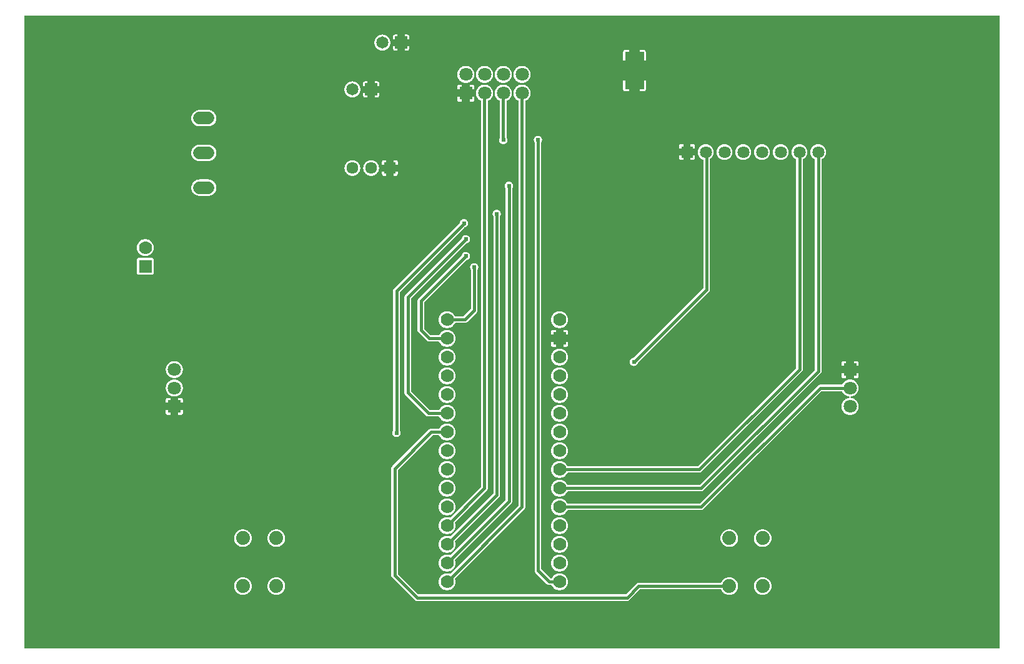
<source format=gbl>
G04 Layer: BottomLayer*
G04 EasyEDA v6.3.22, 2020-02-14T20:54:40+02:00*
G04 d9edcea2a32c4a158ae1cdf756d7b1fd,ef223f4ed8bc40b1a8d29c19021d4d8a,10*
G04 Gerber Generator version 0.2*
G04 Scale: 100 percent, Rotated: No, Reflected: No *
G04 Dimensions in inches *
G04 leading zeros omitted , absolute positions ,2 integer and 4 decimal *
%FSLAX24Y24*%
%MOIN*%
G90*
G70D02*

%ADD11C,0.015000*%
%ADD13C,0.024000*%
%ADD14R,0.100000X0.200000*%
%ADD15R,0.070866X0.070866*%
%ADD16C,0.070866*%
%ADD17C,0.070000*%
%ADD18R,0.070000X0.070000*%
%ADD19R,0.063500X0.063500*%
%ADD20C,0.063500*%
%ADD21C,0.065000*%
%ADD22R,0.065000X0.065000*%
%ADD23C,0.074000*%
%ADD24R,0.064300X0.064300*%
%ADD25C,0.064300*%
%ADD26C,0.066929*%

%LPD*%
G36*
G01X52114Y33898D02*
G01X135Y33898D01*
G01X129Y33897D01*
G01X124Y33895D01*
G01X114Y33889D01*
G01X110Y33885D01*
G01X104Y33875D01*
G01X102Y33870D01*
G01X101Y33864D01*
G01X101Y135D01*
G01X102Y129D01*
G01X104Y124D01*
G01X110Y114D01*
G01X114Y110D01*
G01X124Y104D01*
G01X129Y102D01*
G01X135Y101D01*
G01X52114Y101D01*
G01X52120Y102D01*
G01X52125Y104D01*
G01X52135Y110D01*
G01X52139Y114D01*
G01X52145Y124D01*
G01X52147Y129D01*
G01X52148Y135D01*
G01X52148Y33864D01*
G01X52147Y33870D01*
G01X52145Y33875D01*
G01X52139Y33885D01*
G01X52135Y33889D01*
G01X52125Y33895D01*
G01X52120Y33897D01*
G01X52114Y33898D01*
G37*

%LPC*%
G36*
G01X22688Y12099D02*
G01X22650Y12101D01*
G01X22630Y12100D01*
G01X22611Y12099D01*
G01X22592Y12097D01*
G01X22572Y12094D01*
G01X22553Y12090D01*
G01X22535Y12086D01*
G01X22516Y12080D01*
G01X22498Y12074D01*
G01X22462Y12060D01*
G01X22444Y12051D01*
G01X22427Y12042D01*
G01X22411Y12032D01*
G01X22379Y12010D01*
G01X22349Y11986D01*
G01X22335Y11973D01*
G01X22321Y11959D01*
G01X22308Y11944D01*
G01X22296Y11930D01*
G01X22284Y11914D01*
G01X22273Y11898D01*
G01X22263Y11882D01*
G01X22253Y11865D01*
G01X22244Y11848D01*
G01X22241Y11842D01*
G01X22232Y11833D01*
G01X22227Y11830D01*
G01X22215Y11826D01*
G01X21800Y11826D01*
G01X21787Y11825D01*
G01X21775Y11824D01*
G01X21762Y11821D01*
G01X21738Y11815D01*
G01X21726Y11809D01*
G01X21715Y11804D01*
G01X21704Y11798D01*
G01X21684Y11782D01*
G01X21675Y11774D01*
G01X19725Y9824D01*
G01X19717Y9815D01*
G01X19709Y9805D01*
G01X19702Y9795D01*
G01X19695Y9784D01*
G01X19689Y9773D01*
G01X19677Y9737D01*
G01X19675Y9725D01*
G01X19674Y9712D01*
G01X19673Y9700D01*
G01X19673Y4000D01*
G01X19674Y3987D01*
G01X19675Y3975D01*
G01X19677Y3962D01*
G01X19689Y3926D01*
G01X19695Y3915D01*
G01X19702Y3904D01*
G01X19709Y3894D01*
G01X19717Y3884D01*
G01X19725Y3875D01*
G01X20925Y2675D01*
G01X20934Y2667D01*
G01X20954Y2651D01*
G01X20965Y2645D01*
G01X20976Y2640D01*
G01X20988Y2634D01*
G01X21012Y2628D01*
G01X21025Y2625D01*
G01X21037Y2624D01*
G01X21050Y2623D01*
G01X32250Y2623D01*
G01X32262Y2624D01*
G01X32275Y2625D01*
G01X32311Y2634D01*
G01X32323Y2640D01*
G01X32334Y2645D01*
G01X32345Y2651D01*
G01X32365Y2667D01*
G01X32374Y2675D01*
G01X32935Y3236D01*
G01X32947Y3242D01*
G01X32959Y3244D01*
G01X37246Y3244D01*
G01X37252Y3243D01*
G01X37257Y3242D01*
G01X37263Y3240D01*
G01X37268Y3237D01*
G01X37272Y3234D01*
G01X37277Y3230D01*
G01X37280Y3225D01*
G01X37283Y3221D01*
G01X37291Y3203D01*
G01X37301Y3185D01*
G01X37311Y3168D01*
G01X37322Y3152D01*
G01X37346Y3120D01*
G01X37359Y3105D01*
G01X37372Y3091D01*
G01X37386Y3077D01*
G01X37416Y3051D01*
G01X37432Y3039D01*
G01X37448Y3028D01*
G01X37465Y3017D01*
G01X37482Y3007D01*
G01X37500Y2998D01*
G01X37517Y2990D01*
G01X37536Y2982D01*
G01X37554Y2975D01*
G01X37592Y2963D01*
G01X37611Y2959D01*
G01X37631Y2955D01*
G01X37650Y2952D01*
G01X37670Y2950D01*
G01X37710Y2948D01*
G01X37748Y2950D01*
G01X37768Y2952D01*
G01X37787Y2955D01*
G01X37825Y2963D01*
G01X37844Y2968D01*
G01X37863Y2974D01*
G01X37899Y2988D01*
G01X37916Y2996D01*
G01X37934Y3005D01*
G01X37951Y3015D01*
G01X37967Y3025D01*
G01X37983Y3036D01*
G01X37999Y3048D01*
G01X38014Y3060D01*
G01X38029Y3073D01*
G01X38043Y3086D01*
G01X38056Y3101D01*
G01X38069Y3115D01*
G01X38081Y3130D01*
G01X38093Y3146D01*
G01X38104Y3162D01*
G01X38114Y3178D01*
G01X38124Y3195D01*
G01X38133Y3213D01*
G01X38141Y3230D01*
G01X38148Y3248D01*
G01X38155Y3267D01*
G01X38161Y3285D01*
G01X38171Y3323D01*
G01X38177Y3361D01*
G01X38179Y3381D01*
G01X38181Y3419D01*
G01X38180Y3439D01*
G01X38179Y3458D01*
G01X38177Y3478D01*
G01X38171Y3516D01*
G01X38161Y3554D01*
G01X38155Y3573D01*
G01X38141Y3609D01*
G01X38133Y3626D01*
G01X38124Y3644D01*
G01X38114Y3661D01*
G01X38104Y3677D01*
G01X38093Y3693D01*
G01X38081Y3709D01*
G01X38069Y3724D01*
G01X38056Y3738D01*
G01X38043Y3753D01*
G01X38029Y3766D01*
G01X38014Y3779D01*
G01X37999Y3791D01*
G01X37983Y3803D01*
G01X37967Y3814D01*
G01X37951Y3824D01*
G01X37934Y3834D01*
G01X37916Y3843D01*
G01X37899Y3851D01*
G01X37863Y3865D01*
G01X37844Y3871D01*
G01X37825Y3876D01*
G01X37787Y3884D01*
G01X37768Y3887D01*
G01X37748Y3889D01*
G01X37729Y3890D01*
G01X37690Y3890D01*
G01X37670Y3889D01*
G01X37650Y3887D01*
G01X37631Y3884D01*
G01X37611Y3880D01*
G01X37592Y3876D01*
G01X37554Y3864D01*
G01X37536Y3857D01*
G01X37517Y3850D01*
G01X37500Y3841D01*
G01X37482Y3832D01*
G01X37465Y3822D01*
G01X37448Y3811D01*
G01X37432Y3800D01*
G01X37416Y3788D01*
G01X37386Y3762D01*
G01X37372Y3748D01*
G01X37359Y3734D01*
G01X37346Y3719D01*
G01X37322Y3687D01*
G01X37311Y3671D01*
G01X37301Y3654D01*
G01X37291Y3636D01*
G01X37283Y3619D01*
G01X37277Y3609D01*
G01X37272Y3605D01*
G01X37268Y3602D01*
G01X37263Y3599D01*
G01X37257Y3597D01*
G01X37252Y3596D01*
G01X32869Y3596D01*
G01X32857Y3595D01*
G01X32844Y3594D01*
G01X32832Y3592D01*
G01X32796Y3580D01*
G01X32785Y3574D01*
G01X32774Y3567D01*
G01X32754Y3553D01*
G01X32184Y2983D01*
G01X32178Y2980D01*
G01X32166Y2976D01*
G01X21133Y2976D01*
G01X21121Y2980D01*
G01X21115Y2983D01*
G01X20033Y4065D01*
G01X20027Y4077D01*
G01X20026Y4083D01*
G01X20026Y9616D01*
G01X20027Y9622D01*
G01X20033Y9634D01*
G01X21865Y11466D01*
G01X21871Y11469D01*
G01X21883Y11473D01*
G01X22215Y11473D01*
G01X22227Y11469D01*
G01X22232Y11466D01*
G01X22241Y11457D01*
G01X22244Y11451D01*
G01X22253Y11434D01*
G01X22263Y11417D01*
G01X22273Y11401D01*
G01X22284Y11385D01*
G01X22296Y11369D01*
G01X22308Y11355D01*
G01X22321Y11340D01*
G01X22335Y11326D01*
G01X22349Y11313D01*
G01X22379Y11289D01*
G01X22411Y11267D01*
G01X22427Y11257D01*
G01X22444Y11248D01*
G01X22462Y11239D01*
G01X22498Y11225D01*
G01X22516Y11219D01*
G01X22535Y11213D01*
G01X22553Y11209D01*
G01X22572Y11205D01*
G01X22592Y11202D01*
G01X22611Y11200D01*
G01X22630Y11199D01*
G01X22650Y11198D01*
G01X22688Y11200D01*
G01X22707Y11202D01*
G01X22726Y11205D01*
G01X22744Y11209D01*
G01X22763Y11213D01*
G01X22781Y11218D01*
G01X22800Y11224D01*
G01X22818Y11231D01*
G01X22835Y11238D01*
G01X22886Y11265D01*
G01X22918Y11287D01*
G01X22933Y11299D01*
G01X22947Y11311D01*
G01X22961Y11324D01*
G01X22988Y11351D01*
G01X23012Y11381D01*
G01X23034Y11413D01*
G01X23043Y11430D01*
G01X23052Y11446D01*
G01X23060Y11464D01*
G01X23068Y11481D01*
G01X23075Y11499D01*
G01X23081Y11517D01*
G01X23086Y11536D01*
G01X23090Y11555D01*
G01X23094Y11573D01*
G01X23097Y11592D01*
G01X23099Y11611D01*
G01X23100Y11630D01*
G01X23101Y11650D01*
G01X23099Y11688D01*
G01X23097Y11707D01*
G01X23094Y11726D01*
G01X23090Y11744D01*
G01X23086Y11763D01*
G01X23081Y11782D01*
G01X23075Y11800D01*
G01X23068Y11818D01*
G01X23060Y11835D01*
G01X23052Y11853D01*
G01X23043Y11869D01*
G01X23034Y11886D01*
G01X23012Y11918D01*
G01X22988Y11948D01*
G01X22961Y11975D01*
G01X22947Y11988D01*
G01X22933Y12000D01*
G01X22918Y12012D01*
G01X22886Y12034D01*
G01X22835Y12061D01*
G01X22818Y12068D01*
G01X22800Y12075D01*
G01X22781Y12081D01*
G01X22763Y12086D01*
G01X22744Y12090D01*
G01X22726Y12094D01*
G01X22707Y12097D01*
G01X22688Y12099D01*
G37*
G36*
G01X13559Y3890D02*
G01X13520Y3890D01*
G01X13501Y3889D01*
G01X13481Y3887D01*
G01X13462Y3884D01*
G01X13424Y3876D01*
G01X13405Y3871D01*
G01X13386Y3865D01*
G01X13350Y3851D01*
G01X13333Y3843D01*
G01X13315Y3834D01*
G01X13298Y3824D01*
G01X13282Y3814D01*
G01X13266Y3803D01*
G01X13250Y3791D01*
G01X13235Y3779D01*
G01X13221Y3766D01*
G01X13206Y3753D01*
G01X13193Y3738D01*
G01X13180Y3724D01*
G01X13168Y3709D01*
G01X13156Y3693D01*
G01X13145Y3677D01*
G01X13135Y3661D01*
G01X13125Y3644D01*
G01X13116Y3626D01*
G01X13108Y3609D01*
G01X13094Y3573D01*
G01X13088Y3554D01*
G01X13078Y3516D01*
G01X13072Y3478D01*
G01X13070Y3458D01*
G01X13069Y3439D01*
G01X13068Y3419D01*
G01X13070Y3381D01*
G01X13072Y3361D01*
G01X13078Y3323D01*
G01X13088Y3285D01*
G01X13094Y3267D01*
G01X13101Y3248D01*
G01X13108Y3230D01*
G01X13116Y3213D01*
G01X13125Y3195D01*
G01X13135Y3178D01*
G01X13145Y3162D01*
G01X13156Y3146D01*
G01X13168Y3130D01*
G01X13180Y3115D01*
G01X13193Y3101D01*
G01X13206Y3086D01*
G01X13221Y3073D01*
G01X13235Y3060D01*
G01X13250Y3048D01*
G01X13266Y3036D01*
G01X13282Y3025D01*
G01X13298Y3015D01*
G01X13315Y3005D01*
G01X13333Y2996D01*
G01X13350Y2988D01*
G01X13386Y2974D01*
G01X13405Y2968D01*
G01X13424Y2963D01*
G01X13462Y2955D01*
G01X13481Y2952D01*
G01X13501Y2950D01*
G01X13539Y2948D01*
G01X13559Y2949D01*
G01X13578Y2950D01*
G01X13598Y2952D01*
G01X13617Y2955D01*
G01X13655Y2963D01*
G01X13674Y2968D01*
G01X13693Y2974D01*
G01X13729Y2988D01*
G01X13746Y2996D01*
G01X13764Y3005D01*
G01X13781Y3015D01*
G01X13797Y3025D01*
G01X13813Y3036D01*
G01X13829Y3048D01*
G01X13844Y3060D01*
G01X13859Y3073D01*
G01X13872Y3086D01*
G01X13886Y3101D01*
G01X13899Y3115D01*
G01X13911Y3130D01*
G01X13923Y3146D01*
G01X13934Y3162D01*
G01X13944Y3178D01*
G01X13954Y3195D01*
G01X13963Y3213D01*
G01X13971Y3230D01*
G01X13978Y3248D01*
G01X13985Y3267D01*
G01X13991Y3285D01*
G01X14001Y3323D01*
G01X14007Y3361D01*
G01X14009Y3381D01*
G01X14010Y3400D01*
G01X14010Y3439D01*
G01X14009Y3458D01*
G01X14007Y3478D01*
G01X14001Y3516D01*
G01X13991Y3554D01*
G01X13985Y3573D01*
G01X13971Y3609D01*
G01X13963Y3626D01*
G01X13954Y3644D01*
G01X13944Y3661D01*
G01X13934Y3677D01*
G01X13923Y3693D01*
G01X13911Y3709D01*
G01X13899Y3724D01*
G01X13886Y3738D01*
G01X13872Y3753D01*
G01X13859Y3766D01*
G01X13844Y3779D01*
G01X13829Y3791D01*
G01X13813Y3803D01*
G01X13797Y3814D01*
G01X13781Y3824D01*
G01X13764Y3834D01*
G01X13746Y3843D01*
G01X13729Y3851D01*
G01X13693Y3865D01*
G01X13674Y3871D01*
G01X13655Y3876D01*
G01X13617Y3884D01*
G01X13598Y3887D01*
G01X13578Y3889D01*
G01X13559Y3890D01*
G37*
G36*
G01X11779Y3890D02*
G01X11740Y3890D01*
G01X11721Y3889D01*
G01X11701Y3887D01*
G01X11682Y3884D01*
G01X11644Y3876D01*
G01X11625Y3871D01*
G01X11606Y3865D01*
G01X11570Y3851D01*
G01X11553Y3843D01*
G01X11535Y3834D01*
G01X11518Y3824D01*
G01X11502Y3814D01*
G01X11486Y3803D01*
G01X11470Y3791D01*
G01X11455Y3779D01*
G01X11440Y3766D01*
G01X11427Y3753D01*
G01X11413Y3738D01*
G01X11400Y3724D01*
G01X11388Y3709D01*
G01X11376Y3693D01*
G01X11365Y3677D01*
G01X11355Y3661D01*
G01X11345Y3644D01*
G01X11336Y3626D01*
G01X11328Y3609D01*
G01X11314Y3573D01*
G01X11308Y3554D01*
G01X11298Y3516D01*
G01X11292Y3478D01*
G01X11290Y3458D01*
G01X11289Y3439D01*
G01X11289Y3400D01*
G01X11290Y3381D01*
G01X11292Y3361D01*
G01X11298Y3323D01*
G01X11308Y3285D01*
G01X11314Y3267D01*
G01X11321Y3248D01*
G01X11328Y3230D01*
G01X11336Y3213D01*
G01X11345Y3195D01*
G01X11355Y3178D01*
G01X11365Y3162D01*
G01X11376Y3146D01*
G01X11388Y3130D01*
G01X11400Y3115D01*
G01X11413Y3101D01*
G01X11427Y3086D01*
G01X11440Y3073D01*
G01X11455Y3060D01*
G01X11470Y3048D01*
G01X11486Y3036D01*
G01X11502Y3025D01*
G01X11518Y3015D01*
G01X11535Y3005D01*
G01X11553Y2996D01*
G01X11570Y2988D01*
G01X11606Y2974D01*
G01X11625Y2968D01*
G01X11644Y2963D01*
G01X11682Y2955D01*
G01X11701Y2952D01*
G01X11721Y2950D01*
G01X11740Y2949D01*
G01X11760Y2948D01*
G01X11798Y2950D01*
G01X11818Y2952D01*
G01X11837Y2955D01*
G01X11875Y2963D01*
G01X11894Y2968D01*
G01X11913Y2974D01*
G01X11949Y2988D01*
G01X11966Y2996D01*
G01X11984Y3005D01*
G01X12001Y3015D01*
G01X12017Y3025D01*
G01X12033Y3036D01*
G01X12049Y3048D01*
G01X12064Y3060D01*
G01X12078Y3073D01*
G01X12093Y3086D01*
G01X12106Y3101D01*
G01X12119Y3115D01*
G01X12131Y3130D01*
G01X12143Y3146D01*
G01X12154Y3162D01*
G01X12164Y3178D01*
G01X12174Y3195D01*
G01X12183Y3213D01*
G01X12191Y3230D01*
G01X12198Y3248D01*
G01X12205Y3267D01*
G01X12211Y3285D01*
G01X12221Y3323D01*
G01X12227Y3361D01*
G01X12229Y3381D01*
G01X12231Y3419D01*
G01X12230Y3439D01*
G01X12229Y3458D01*
G01X12227Y3478D01*
G01X12221Y3516D01*
G01X12211Y3554D01*
G01X12205Y3573D01*
G01X12191Y3609D01*
G01X12183Y3626D01*
G01X12174Y3644D01*
G01X12164Y3661D01*
G01X12154Y3677D01*
G01X12143Y3693D01*
G01X12131Y3709D01*
G01X12119Y3724D01*
G01X12106Y3738D01*
G01X12093Y3753D01*
G01X12078Y3766D01*
G01X12064Y3779D01*
G01X12049Y3791D01*
G01X12033Y3803D01*
G01X12017Y3814D01*
G01X12001Y3824D01*
G01X11984Y3834D01*
G01X11966Y3843D01*
G01X11949Y3851D01*
G01X11913Y3865D01*
G01X11894Y3871D01*
G01X11875Y3876D01*
G01X11837Y3884D01*
G01X11818Y3887D01*
G01X11798Y3889D01*
G01X11779Y3890D01*
G37*
G36*
G01X39509Y3890D02*
G01X39470Y3890D01*
G01X39451Y3889D01*
G01X39431Y3887D01*
G01X39412Y3884D01*
G01X39374Y3876D01*
G01X39355Y3871D01*
G01X39336Y3865D01*
G01X39300Y3851D01*
G01X39283Y3843D01*
G01X39265Y3834D01*
G01X39248Y3824D01*
G01X39232Y3814D01*
G01X39216Y3803D01*
G01X39200Y3791D01*
G01X39185Y3779D01*
G01X39171Y3766D01*
G01X39156Y3753D01*
G01X39143Y3738D01*
G01X39130Y3724D01*
G01X39118Y3709D01*
G01X39106Y3693D01*
G01X39095Y3677D01*
G01X39085Y3661D01*
G01X39075Y3644D01*
G01X39066Y3626D01*
G01X39058Y3609D01*
G01X39044Y3573D01*
G01X39038Y3554D01*
G01X39033Y3535D01*
G01X39025Y3497D01*
G01X39022Y3478D01*
G01X39020Y3458D01*
G01X39019Y3439D01*
G01X39018Y3419D01*
G01X39020Y3381D01*
G01X39022Y3361D01*
G01X39025Y3342D01*
G01X39033Y3304D01*
G01X39038Y3285D01*
G01X39044Y3267D01*
G01X39051Y3248D01*
G01X39058Y3230D01*
G01X39066Y3213D01*
G01X39075Y3195D01*
G01X39085Y3178D01*
G01X39095Y3162D01*
G01X39106Y3146D01*
G01X39118Y3130D01*
G01X39130Y3115D01*
G01X39143Y3101D01*
G01X39156Y3086D01*
G01X39171Y3073D01*
G01X39185Y3060D01*
G01X39200Y3048D01*
G01X39216Y3036D01*
G01X39232Y3025D01*
G01X39248Y3015D01*
G01X39265Y3005D01*
G01X39283Y2996D01*
G01X39300Y2988D01*
G01X39336Y2974D01*
G01X39355Y2968D01*
G01X39374Y2963D01*
G01X39412Y2955D01*
G01X39431Y2952D01*
G01X39451Y2950D01*
G01X39489Y2948D01*
G01X39509Y2949D01*
G01X39528Y2950D01*
G01X39548Y2952D01*
G01X39567Y2955D01*
G01X39605Y2963D01*
G01X39624Y2968D01*
G01X39643Y2974D01*
G01X39679Y2988D01*
G01X39696Y2996D01*
G01X39714Y3005D01*
G01X39731Y3015D01*
G01X39747Y3025D01*
G01X39763Y3036D01*
G01X39779Y3048D01*
G01X39794Y3060D01*
G01X39809Y3073D01*
G01X39822Y3086D01*
G01X39836Y3101D01*
G01X39849Y3115D01*
G01X39861Y3130D01*
G01X39873Y3146D01*
G01X39884Y3162D01*
G01X39894Y3178D01*
G01X39904Y3195D01*
G01X39913Y3213D01*
G01X39921Y3230D01*
G01X39928Y3248D01*
G01X39935Y3267D01*
G01X39941Y3285D01*
G01X39951Y3323D01*
G01X39957Y3361D01*
G01X39959Y3381D01*
G01X39960Y3400D01*
G01X39960Y3439D01*
G01X39959Y3458D01*
G01X39957Y3478D01*
G01X39951Y3516D01*
G01X39941Y3554D01*
G01X39935Y3573D01*
G01X39921Y3609D01*
G01X39913Y3626D01*
G01X39904Y3644D01*
G01X39894Y3661D01*
G01X39884Y3677D01*
G01X39873Y3693D01*
G01X39861Y3709D01*
G01X39849Y3724D01*
G01X39836Y3738D01*
G01X39822Y3753D01*
G01X39809Y3766D01*
G01X39794Y3779D01*
G01X39779Y3791D01*
G01X39763Y3803D01*
G01X39747Y3814D01*
G01X39731Y3824D01*
G01X39714Y3834D01*
G01X39696Y3843D01*
G01X39679Y3851D01*
G01X39643Y3865D01*
G01X39624Y3871D01*
G01X39605Y3876D01*
G01X39567Y3884D01*
G01X39548Y3887D01*
G01X39528Y3889D01*
G01X39509Y3890D01*
G37*
G36*
G01X27526Y27469D02*
G01X27500Y27471D01*
G01X27486Y27470D01*
G01X27473Y27469D01*
G01X27460Y27467D01*
G01X27434Y27461D01*
G01X27421Y27456D01*
G01X27409Y27451D01*
G01X27385Y27439D01*
G01X27363Y27423D01*
G01X27353Y27415D01*
G01X27343Y27406D01*
G01X27334Y27396D01*
G01X27326Y27386D01*
G01X27310Y27364D01*
G01X27298Y27340D01*
G01X27293Y27328D01*
G01X27285Y27302D01*
G01X27282Y27289D01*
G01X27280Y27276D01*
G01X27278Y27250D01*
G01X27279Y27235D01*
G01X27281Y27220D01*
G01X27283Y27206D01*
G01X27286Y27192D01*
G01X27290Y27178D01*
G01X27296Y27164D01*
G01X27302Y27151D01*
G01X27309Y27138D01*
G01X27317Y27126D01*
G01X27319Y27120D01*
G01X27322Y27115D01*
G01X27323Y27109D01*
G01X27323Y4250D01*
G01X27324Y4237D01*
G01X27325Y4225D01*
G01X27327Y4212D01*
G01X27339Y4176D01*
G01X27345Y4165D01*
G01X27352Y4154D01*
G01X27359Y4144D01*
G01X27367Y4134D01*
G01X27375Y4125D01*
G01X27975Y3525D01*
G01X27984Y3517D01*
G01X28004Y3501D01*
G01X28015Y3495D01*
G01X28026Y3490D01*
G01X28038Y3484D01*
G01X28062Y3478D01*
G01X28075Y3475D01*
G01X28087Y3474D01*
G01X28100Y3473D01*
G01X28215Y3473D01*
G01X28227Y3469D01*
G01X28232Y3466D01*
G01X28241Y3457D01*
G01X28244Y3451D01*
G01X28253Y3434D01*
G01X28263Y3417D01*
G01X28273Y3401D01*
G01X28284Y3385D01*
G01X28296Y3369D01*
G01X28308Y3355D01*
G01X28321Y3340D01*
G01X28335Y3326D01*
G01X28349Y3313D01*
G01X28379Y3289D01*
G01X28411Y3267D01*
G01X28427Y3257D01*
G01X28444Y3248D01*
G01X28462Y3239D01*
G01X28498Y3225D01*
G01X28516Y3219D01*
G01X28535Y3213D01*
G01X28553Y3209D01*
G01X28572Y3205D01*
G01X28592Y3202D01*
G01X28611Y3200D01*
G01X28630Y3199D01*
G01X28650Y3198D01*
G01X28688Y3200D01*
G01X28707Y3202D01*
G01X28726Y3205D01*
G01X28744Y3209D01*
G01X28763Y3213D01*
G01X28781Y3218D01*
G01X28800Y3224D01*
G01X28818Y3231D01*
G01X28835Y3238D01*
G01X28886Y3265D01*
G01X28918Y3287D01*
G01X28933Y3299D01*
G01X28947Y3311D01*
G01X28961Y3324D01*
G01X28988Y3351D01*
G01X29012Y3381D01*
G01X29034Y3413D01*
G01X29043Y3430D01*
G01X29052Y3446D01*
G01X29060Y3464D01*
G01X29068Y3481D01*
G01X29075Y3499D01*
G01X29081Y3517D01*
G01X29086Y3536D01*
G01X29090Y3555D01*
G01X29094Y3573D01*
G01X29097Y3592D01*
G01X29099Y3611D01*
G01X29100Y3630D01*
G01X29101Y3650D01*
G01X29099Y3688D01*
G01X29097Y3707D01*
G01X29094Y3726D01*
G01X29090Y3744D01*
G01X29086Y3763D01*
G01X29081Y3782D01*
G01X29075Y3800D01*
G01X29068Y3818D01*
G01X29060Y3835D01*
G01X29052Y3853D01*
G01X29043Y3869D01*
G01X29034Y3886D01*
G01X29012Y3918D01*
G01X28988Y3948D01*
G01X28961Y3975D01*
G01X28947Y3988D01*
G01X28933Y4000D01*
G01X28918Y4012D01*
G01X28886Y4034D01*
G01X28835Y4061D01*
G01X28818Y4068D01*
G01X28800Y4075D01*
G01X28781Y4081D01*
G01X28763Y4086D01*
G01X28744Y4090D01*
G01X28726Y4094D01*
G01X28707Y4097D01*
G01X28688Y4099D01*
G01X28650Y4101D01*
G01X28630Y4100D01*
G01X28611Y4099D01*
G01X28592Y4097D01*
G01X28572Y4094D01*
G01X28553Y4090D01*
G01X28535Y4086D01*
G01X28516Y4080D01*
G01X28498Y4074D01*
G01X28462Y4060D01*
G01X28444Y4051D01*
G01X28427Y4042D01*
G01X28411Y4032D01*
G01X28379Y4010D01*
G01X28349Y3986D01*
G01X28335Y3973D01*
G01X28321Y3959D01*
G01X28308Y3944D01*
G01X28296Y3930D01*
G01X28284Y3914D01*
G01X28273Y3898D01*
G01X28263Y3882D01*
G01X28253Y3865D01*
G01X28244Y3848D01*
G01X28241Y3842D01*
G01X28232Y3833D01*
G01X28227Y3830D01*
G01X28215Y3826D01*
G01X28183Y3826D01*
G01X28171Y3830D01*
G01X28165Y3833D01*
G01X27683Y4315D01*
G01X27677Y4327D01*
G01X27676Y4333D01*
G01X27676Y27109D01*
G01X27677Y27115D01*
G01X27680Y27120D01*
G01X27682Y27126D01*
G01X27690Y27138D01*
G01X27697Y27151D01*
G01X27703Y27164D01*
G01X27709Y27178D01*
G01X27713Y27192D01*
G01X27716Y27206D01*
G01X27718Y27220D01*
G01X27720Y27235D01*
G01X27721Y27250D01*
G01X27719Y27276D01*
G01X27717Y27289D01*
G01X27714Y27302D01*
G01X27706Y27328D01*
G01X27701Y27340D01*
G01X27689Y27364D01*
G01X27673Y27386D01*
G01X27665Y27396D01*
G01X27656Y27406D01*
G01X27646Y27415D01*
G01X27636Y27423D01*
G01X27614Y27439D01*
G01X27590Y27451D01*
G01X27578Y27456D01*
G01X27565Y27461D01*
G01X27539Y27467D01*
G01X27526Y27469D01*
G37*
G36*
G01X26669Y30205D02*
G01X26630Y30205D01*
G01X26611Y30204D01*
G01X26592Y30202D01*
G01X26572Y30199D01*
G01X26553Y30195D01*
G01X26535Y30191D01*
G01X26516Y30185D01*
G01X26480Y30173D01*
G01X26444Y30157D01*
G01X26427Y30148D01*
G01X26411Y30138D01*
G01X26394Y30127D01*
G01X26379Y30116D01*
G01X26349Y30092D01*
G01X26335Y30079D01*
G01X26321Y30065D01*
G01X26308Y30051D01*
G01X26295Y30036D01*
G01X26284Y30021D01*
G01X26272Y30005D01*
G01X26262Y29989D01*
G01X26252Y29972D01*
G01X26243Y29955D01*
G01X26235Y29938D01*
G01X26227Y29920D01*
G01X26220Y29902D01*
G01X26214Y29883D01*
G01X26209Y29865D01*
G01X26204Y29846D01*
G01X26198Y29808D01*
G01X26196Y29789D01*
G01X26194Y29769D01*
G01X26194Y29730D01*
G01X26196Y29711D01*
G01X26198Y29691D01*
G01X26201Y29672D01*
G01X26209Y29634D01*
G01X26221Y29596D01*
G01X26228Y29578D01*
G01X26244Y29542D01*
G01X26264Y29508D01*
G01X26286Y29476D01*
G01X26298Y29461D01*
G01X26324Y29431D01*
G01X26338Y29418D01*
G01X26368Y29392D01*
G01X26384Y29380D01*
G01X26400Y29369D01*
G01X26434Y29349D01*
G01X26451Y29340D01*
G01X26456Y29337D01*
G01X26461Y29333D01*
G01X26469Y29323D01*
G01X26472Y29317D01*
G01X26473Y29311D01*
G01X26473Y7733D01*
G01X26472Y7726D01*
G01X26469Y7721D01*
G01X26466Y7715D01*
G01X22837Y4086D01*
G01X22827Y4078D01*
G01X22821Y4076D01*
G01X22809Y4074D01*
G01X22802Y4075D01*
G01X22796Y4076D01*
G01X22775Y4082D01*
G01X22755Y4088D01*
G01X22713Y4096D01*
G01X22671Y4100D01*
G01X22650Y4101D01*
G01X22630Y4100D01*
G01X22611Y4099D01*
G01X22592Y4097D01*
G01X22573Y4094D01*
G01X22555Y4090D01*
G01X22536Y4086D01*
G01X22518Y4081D01*
G01X22499Y4075D01*
G01X22481Y4068D01*
G01X22464Y4061D01*
G01X22413Y4034D01*
G01X22381Y4012D01*
G01X22366Y4000D01*
G01X22352Y3988D01*
G01X22338Y3975D01*
G01X22311Y3948D01*
G01X22287Y3918D01*
G01X22265Y3886D01*
G01X22256Y3869D01*
G01X22247Y3853D01*
G01X22239Y3835D01*
G01X22231Y3818D01*
G01X22224Y3800D01*
G01X22218Y3782D01*
G01X22213Y3763D01*
G01X22209Y3744D01*
G01X22205Y3726D01*
G01X22202Y3707D01*
G01X22200Y3688D01*
G01X22198Y3650D01*
G01X22199Y3630D01*
G01X22200Y3611D01*
G01X22202Y3592D01*
G01X22205Y3573D01*
G01X22209Y3555D01*
G01X22213Y3536D01*
G01X22218Y3517D01*
G01X22224Y3499D01*
G01X22231Y3481D01*
G01X22239Y3464D01*
G01X22247Y3446D01*
G01X22256Y3430D01*
G01X22265Y3413D01*
G01X22287Y3381D01*
G01X22311Y3351D01*
G01X22338Y3324D01*
G01X22352Y3311D01*
G01X22366Y3299D01*
G01X22381Y3287D01*
G01X22413Y3265D01*
G01X22464Y3238D01*
G01X22481Y3231D01*
G01X22499Y3224D01*
G01X22518Y3218D01*
G01X22536Y3213D01*
G01X22555Y3209D01*
G01X22573Y3205D01*
G01X22592Y3202D01*
G01X22611Y3200D01*
G01X22630Y3199D01*
G01X22650Y3198D01*
G01X22688Y3200D01*
G01X22707Y3202D01*
G01X22726Y3205D01*
G01X22744Y3209D01*
G01X22763Y3213D01*
G01X22781Y3218D01*
G01X22800Y3224D01*
G01X22818Y3231D01*
G01X22835Y3238D01*
G01X22886Y3265D01*
G01X22918Y3287D01*
G01X22933Y3299D01*
G01X22947Y3311D01*
G01X22961Y3324D01*
G01X22988Y3351D01*
G01X23012Y3381D01*
G01X23034Y3413D01*
G01X23043Y3430D01*
G01X23052Y3446D01*
G01X23060Y3464D01*
G01X23068Y3481D01*
G01X23075Y3499D01*
G01X23081Y3517D01*
G01X23086Y3536D01*
G01X23090Y3555D01*
G01X23094Y3573D01*
G01X23097Y3592D01*
G01X23099Y3611D01*
G01X23100Y3630D01*
G01X23101Y3650D01*
G01X23100Y3671D01*
G01X23096Y3713D01*
G01X23093Y3734D01*
G01X23088Y3755D01*
G01X23082Y3775D01*
G01X23076Y3796D01*
G01X23075Y3802D01*
G01X23074Y3809D01*
G01X23076Y3821D01*
G01X23078Y3827D01*
G01X23086Y3837D01*
G01X26774Y7525D01*
G01X26782Y7534D01*
G01X26790Y7544D01*
G01X26797Y7554D01*
G01X26804Y7565D01*
G01X26810Y7576D01*
G01X26822Y7612D01*
G01X26824Y7625D01*
G01X26825Y7637D01*
G01X26826Y7650D01*
G01X26826Y29311D01*
G01X26827Y29317D01*
G01X26830Y29323D01*
G01X26833Y29328D01*
G01X26838Y29333D01*
G01X26843Y29337D01*
G01X26848Y29340D01*
G01X26865Y29349D01*
G01X26899Y29369D01*
G01X26915Y29380D01*
G01X26931Y29392D01*
G01X26961Y29418D01*
G01X26975Y29431D01*
G01X27001Y29461D01*
G01X27013Y29476D01*
G01X27025Y29492D01*
G01X27035Y29508D01*
G01X27055Y29542D01*
G01X27071Y29578D01*
G01X27078Y29596D01*
G01X27090Y29634D01*
G01X27098Y29672D01*
G01X27101Y29691D01*
G01X27103Y29711D01*
G01X27105Y29730D01*
G01X27105Y29769D01*
G01X27103Y29789D01*
G01X27101Y29808D01*
G01X27095Y29846D01*
G01X27090Y29865D01*
G01X27085Y29883D01*
G01X27079Y29902D01*
G01X27072Y29920D01*
G01X27064Y29938D01*
G01X27056Y29955D01*
G01X27047Y29972D01*
G01X27037Y29989D01*
G01X27027Y30005D01*
G01X27015Y30021D01*
G01X27004Y30036D01*
G01X26991Y30051D01*
G01X26978Y30065D01*
G01X26964Y30079D01*
G01X26950Y30092D01*
G01X26920Y30116D01*
G01X26905Y30127D01*
G01X26888Y30138D01*
G01X26872Y30148D01*
G01X26855Y30157D01*
G01X26819Y30173D01*
G01X26783Y30185D01*
G01X26764Y30191D01*
G01X26746Y30195D01*
G01X26727Y30199D01*
G01X26707Y30202D01*
G01X26688Y30204D01*
G01X26669Y30205D01*
G37*
G36*
G01X28688Y5099D02*
G01X28650Y5101D01*
G01X28630Y5100D01*
G01X28611Y5099D01*
G01X28592Y5097D01*
G01X28573Y5094D01*
G01X28555Y5090D01*
G01X28536Y5086D01*
G01X28518Y5081D01*
G01X28499Y5075D01*
G01X28481Y5068D01*
G01X28464Y5061D01*
G01X28413Y5034D01*
G01X28381Y5012D01*
G01X28366Y5000D01*
G01X28352Y4988D01*
G01X28338Y4975D01*
G01X28311Y4948D01*
G01X28287Y4918D01*
G01X28265Y4886D01*
G01X28256Y4869D01*
G01X28247Y4853D01*
G01X28239Y4835D01*
G01X28231Y4818D01*
G01X28224Y4800D01*
G01X28218Y4782D01*
G01X28213Y4763D01*
G01X28209Y4744D01*
G01X28205Y4726D01*
G01X28202Y4707D01*
G01X28200Y4688D01*
G01X28198Y4650D01*
G01X28199Y4630D01*
G01X28200Y4611D01*
G01X28202Y4592D01*
G01X28205Y4573D01*
G01X28209Y4555D01*
G01X28213Y4536D01*
G01X28218Y4517D01*
G01X28224Y4499D01*
G01X28231Y4481D01*
G01X28239Y4464D01*
G01X28247Y4446D01*
G01X28256Y4430D01*
G01X28265Y4413D01*
G01X28287Y4381D01*
G01X28311Y4351D01*
G01X28338Y4324D01*
G01X28352Y4311D01*
G01X28366Y4299D01*
G01X28381Y4287D01*
G01X28413Y4265D01*
G01X28464Y4238D01*
G01X28481Y4231D01*
G01X28499Y4224D01*
G01X28518Y4218D01*
G01X28536Y4213D01*
G01X28555Y4209D01*
G01X28573Y4205D01*
G01X28592Y4202D01*
G01X28611Y4200D01*
G01X28630Y4199D01*
G01X28650Y4198D01*
G01X28688Y4200D01*
G01X28707Y4202D01*
G01X28726Y4205D01*
G01X28744Y4209D01*
G01X28763Y4213D01*
G01X28781Y4218D01*
G01X28800Y4224D01*
G01X28818Y4231D01*
G01X28835Y4238D01*
G01X28886Y4265D01*
G01X28918Y4287D01*
G01X28933Y4299D01*
G01X28947Y4311D01*
G01X28961Y4324D01*
G01X28988Y4351D01*
G01X29012Y4381D01*
G01X29034Y4413D01*
G01X29043Y4430D01*
G01X29052Y4446D01*
G01X29060Y4464D01*
G01X29068Y4481D01*
G01X29075Y4499D01*
G01X29081Y4517D01*
G01X29086Y4536D01*
G01X29090Y4555D01*
G01X29094Y4573D01*
G01X29097Y4592D01*
G01X29099Y4611D01*
G01X29100Y4630D01*
G01X29101Y4650D01*
G01X29099Y4688D01*
G01X29097Y4707D01*
G01X29094Y4726D01*
G01X29090Y4744D01*
G01X29086Y4763D01*
G01X29081Y4782D01*
G01X29075Y4800D01*
G01X29068Y4818D01*
G01X29060Y4835D01*
G01X29052Y4853D01*
G01X29043Y4869D01*
G01X29034Y4886D01*
G01X29012Y4918D01*
G01X28988Y4948D01*
G01X28961Y4975D01*
G01X28947Y4988D01*
G01X28933Y5000D01*
G01X28918Y5012D01*
G01X28886Y5034D01*
G01X28835Y5061D01*
G01X28818Y5068D01*
G01X28800Y5075D01*
G01X28781Y5081D01*
G01X28763Y5086D01*
G01X28744Y5090D01*
G01X28726Y5094D01*
G01X28707Y5097D01*
G01X28688Y5099D01*
G37*
G36*
G01X25976Y25019D02*
G01X25950Y25021D01*
G01X25936Y25020D01*
G01X25923Y25019D01*
G01X25910Y25017D01*
G01X25884Y25011D01*
G01X25871Y25006D01*
G01X25859Y25001D01*
G01X25835Y24989D01*
G01X25813Y24973D01*
G01X25803Y24965D01*
G01X25793Y24956D01*
G01X25784Y24946D01*
G01X25776Y24936D01*
G01X25760Y24914D01*
G01X25748Y24890D01*
G01X25743Y24878D01*
G01X25735Y24852D01*
G01X25732Y24839D01*
G01X25730Y24826D01*
G01X25728Y24800D01*
G01X25729Y24785D01*
G01X25731Y24770D01*
G01X25733Y24756D01*
G01X25736Y24742D01*
G01X25740Y24728D01*
G01X25746Y24714D01*
G01X25752Y24701D01*
G01X25759Y24688D01*
G01X25767Y24676D01*
G01X25769Y24670D01*
G01X25772Y24665D01*
G01X25773Y24659D01*
G01X25773Y8033D01*
G01X25772Y8027D01*
G01X25766Y8015D01*
G01X22837Y5086D01*
G01X22827Y5078D01*
G01X22821Y5076D01*
G01X22809Y5074D01*
G01X22802Y5075D01*
G01X22796Y5076D01*
G01X22775Y5082D01*
G01X22755Y5088D01*
G01X22713Y5096D01*
G01X22671Y5100D01*
G01X22650Y5101D01*
G01X22630Y5100D01*
G01X22611Y5099D01*
G01X22592Y5097D01*
G01X22573Y5094D01*
G01X22555Y5090D01*
G01X22536Y5086D01*
G01X22518Y5081D01*
G01X22499Y5075D01*
G01X22481Y5068D01*
G01X22464Y5061D01*
G01X22413Y5034D01*
G01X22381Y5012D01*
G01X22366Y5000D01*
G01X22352Y4988D01*
G01X22338Y4975D01*
G01X22311Y4948D01*
G01X22287Y4918D01*
G01X22265Y4886D01*
G01X22256Y4869D01*
G01X22247Y4853D01*
G01X22239Y4835D01*
G01X22231Y4818D01*
G01X22224Y4800D01*
G01X22218Y4782D01*
G01X22213Y4763D01*
G01X22209Y4744D01*
G01X22205Y4726D01*
G01X22202Y4707D01*
G01X22200Y4688D01*
G01X22198Y4650D01*
G01X22199Y4630D01*
G01X22200Y4611D01*
G01X22202Y4592D01*
G01X22205Y4573D01*
G01X22209Y4555D01*
G01X22213Y4536D01*
G01X22218Y4517D01*
G01X22224Y4499D01*
G01X22231Y4481D01*
G01X22239Y4464D01*
G01X22247Y4446D01*
G01X22256Y4430D01*
G01X22265Y4413D01*
G01X22287Y4381D01*
G01X22311Y4351D01*
G01X22338Y4324D01*
G01X22352Y4311D01*
G01X22366Y4299D01*
G01X22381Y4287D01*
G01X22413Y4265D01*
G01X22464Y4238D01*
G01X22481Y4231D01*
G01X22499Y4224D01*
G01X22518Y4218D01*
G01X22536Y4213D01*
G01X22555Y4209D01*
G01X22573Y4205D01*
G01X22592Y4202D01*
G01X22611Y4200D01*
G01X22630Y4199D01*
G01X22650Y4198D01*
G01X22688Y4200D01*
G01X22707Y4202D01*
G01X22726Y4205D01*
G01X22744Y4209D01*
G01X22763Y4213D01*
G01X22781Y4218D01*
G01X22800Y4224D01*
G01X22818Y4231D01*
G01X22835Y4238D01*
G01X22886Y4265D01*
G01X22918Y4287D01*
G01X22933Y4299D01*
G01X22947Y4311D01*
G01X22961Y4324D01*
G01X22988Y4351D01*
G01X23012Y4381D01*
G01X23034Y4413D01*
G01X23043Y4430D01*
G01X23052Y4446D01*
G01X23060Y4464D01*
G01X23068Y4481D01*
G01X23075Y4499D01*
G01X23081Y4517D01*
G01X23086Y4536D01*
G01X23090Y4555D01*
G01X23094Y4573D01*
G01X23097Y4592D01*
G01X23099Y4611D01*
G01X23100Y4630D01*
G01X23101Y4650D01*
G01X23100Y4671D01*
G01X23096Y4713D01*
G01X23093Y4734D01*
G01X23088Y4755D01*
G01X23082Y4775D01*
G01X23076Y4796D01*
G01X23075Y4802D01*
G01X23074Y4809D01*
G01X23076Y4821D01*
G01X23078Y4827D01*
G01X23086Y4837D01*
G01X26074Y7825D01*
G01X26082Y7834D01*
G01X26090Y7844D01*
G01X26097Y7854D01*
G01X26104Y7865D01*
G01X26110Y7876D01*
G01X26122Y7912D01*
G01X26124Y7925D01*
G01X26125Y7937D01*
G01X26126Y7950D01*
G01X26126Y24659D01*
G01X26127Y24665D01*
G01X26130Y24670D01*
G01X26132Y24676D01*
G01X26140Y24688D01*
G01X26147Y24701D01*
G01X26153Y24714D01*
G01X26159Y24728D01*
G01X26163Y24742D01*
G01X26166Y24756D01*
G01X26168Y24770D01*
G01X26170Y24785D01*
G01X26171Y24800D01*
G01X26169Y24826D01*
G01X26167Y24839D01*
G01X26164Y24852D01*
G01X26156Y24878D01*
G01X26151Y24890D01*
G01X26139Y24914D01*
G01X26123Y24936D01*
G01X26115Y24946D01*
G01X26106Y24956D01*
G01X26096Y24965D01*
G01X26086Y24973D01*
G01X26064Y24989D01*
G01X26040Y25001D01*
G01X26028Y25006D01*
G01X26015Y25011D01*
G01X25989Y25017D01*
G01X25976Y25019D01*
G37*
G36*
G01X28688Y6099D02*
G01X28650Y6101D01*
G01X28630Y6100D01*
G01X28611Y6099D01*
G01X28592Y6097D01*
G01X28573Y6094D01*
G01X28555Y6090D01*
G01X28536Y6086D01*
G01X28518Y6081D01*
G01X28499Y6075D01*
G01X28481Y6068D01*
G01X28464Y6061D01*
G01X28413Y6034D01*
G01X28381Y6012D01*
G01X28366Y6000D01*
G01X28352Y5988D01*
G01X28338Y5975D01*
G01X28311Y5948D01*
G01X28287Y5918D01*
G01X28265Y5886D01*
G01X28256Y5869D01*
G01X28247Y5853D01*
G01X28239Y5835D01*
G01X28231Y5818D01*
G01X28224Y5800D01*
G01X28218Y5782D01*
G01X28213Y5763D01*
G01X28209Y5744D01*
G01X28205Y5726D01*
G01X28202Y5707D01*
G01X28200Y5688D01*
G01X28198Y5650D01*
G01X28199Y5630D01*
G01X28200Y5611D01*
G01X28202Y5592D01*
G01X28205Y5573D01*
G01X28209Y5555D01*
G01X28213Y5536D01*
G01X28218Y5517D01*
G01X28224Y5499D01*
G01X28231Y5481D01*
G01X28239Y5464D01*
G01X28247Y5446D01*
G01X28256Y5430D01*
G01X28265Y5413D01*
G01X28287Y5381D01*
G01X28311Y5351D01*
G01X28338Y5324D01*
G01X28352Y5311D01*
G01X28366Y5299D01*
G01X28381Y5287D01*
G01X28413Y5265D01*
G01X28464Y5238D01*
G01X28481Y5231D01*
G01X28499Y5224D01*
G01X28518Y5218D01*
G01X28536Y5213D01*
G01X28555Y5209D01*
G01X28573Y5205D01*
G01X28592Y5202D01*
G01X28611Y5200D01*
G01X28630Y5199D01*
G01X28650Y5198D01*
G01X28688Y5200D01*
G01X28707Y5202D01*
G01X28726Y5205D01*
G01X28744Y5209D01*
G01X28763Y5213D01*
G01X28781Y5218D01*
G01X28800Y5224D01*
G01X28818Y5231D01*
G01X28835Y5238D01*
G01X28886Y5265D01*
G01X28918Y5287D01*
G01X28933Y5299D01*
G01X28947Y5311D01*
G01X28961Y5324D01*
G01X28988Y5351D01*
G01X29012Y5381D01*
G01X29034Y5413D01*
G01X29043Y5430D01*
G01X29052Y5446D01*
G01X29060Y5464D01*
G01X29068Y5481D01*
G01X29075Y5499D01*
G01X29081Y5517D01*
G01X29086Y5536D01*
G01X29090Y5555D01*
G01X29094Y5573D01*
G01X29097Y5592D01*
G01X29099Y5611D01*
G01X29100Y5630D01*
G01X29101Y5650D01*
G01X29099Y5688D01*
G01X29097Y5707D01*
G01X29094Y5726D01*
G01X29090Y5744D01*
G01X29086Y5763D01*
G01X29081Y5782D01*
G01X29075Y5800D01*
G01X29068Y5818D01*
G01X29060Y5835D01*
G01X29052Y5853D01*
G01X29043Y5869D01*
G01X29034Y5886D01*
G01X29012Y5918D01*
G01X28988Y5948D01*
G01X28961Y5975D01*
G01X28947Y5988D01*
G01X28933Y6000D01*
G01X28918Y6012D01*
G01X28886Y6034D01*
G01X28835Y6061D01*
G01X28818Y6068D01*
G01X28800Y6075D01*
G01X28781Y6081D01*
G01X28763Y6086D01*
G01X28744Y6090D01*
G01X28726Y6094D01*
G01X28707Y6097D01*
G01X28688Y6099D01*
G37*
G36*
G01X25326Y23519D02*
G01X25300Y23521D01*
G01X25286Y23520D01*
G01X25273Y23519D01*
G01X25260Y23517D01*
G01X25234Y23511D01*
G01X25221Y23506D01*
G01X25209Y23501D01*
G01X25185Y23489D01*
G01X25163Y23473D01*
G01X25153Y23465D01*
G01X25143Y23456D01*
G01X25134Y23446D01*
G01X25126Y23436D01*
G01X25110Y23414D01*
G01X25098Y23390D01*
G01X25093Y23378D01*
G01X25085Y23352D01*
G01X25082Y23339D01*
G01X25080Y23326D01*
G01X25078Y23300D01*
G01X25079Y23285D01*
G01X25081Y23270D01*
G01X25083Y23256D01*
G01X25086Y23242D01*
G01X25090Y23228D01*
G01X25096Y23214D01*
G01X25102Y23201D01*
G01X25109Y23188D01*
G01X25117Y23176D01*
G01X25119Y23170D01*
G01X25122Y23165D01*
G01X25123Y23159D01*
G01X25123Y8383D01*
G01X25122Y8377D01*
G01X25116Y8365D01*
G01X22837Y6086D01*
G01X22827Y6078D01*
G01X22821Y6076D01*
G01X22809Y6074D01*
G01X22802Y6075D01*
G01X22796Y6076D01*
G01X22775Y6082D01*
G01X22755Y6088D01*
G01X22713Y6096D01*
G01X22671Y6100D01*
G01X22650Y6101D01*
G01X22630Y6100D01*
G01X22611Y6099D01*
G01X22592Y6097D01*
G01X22573Y6094D01*
G01X22555Y6090D01*
G01X22536Y6086D01*
G01X22518Y6081D01*
G01X22499Y6075D01*
G01X22481Y6068D01*
G01X22464Y6061D01*
G01X22413Y6034D01*
G01X22381Y6012D01*
G01X22366Y6000D01*
G01X22352Y5988D01*
G01X22338Y5975D01*
G01X22311Y5948D01*
G01X22287Y5918D01*
G01X22265Y5886D01*
G01X22256Y5869D01*
G01X22247Y5853D01*
G01X22239Y5835D01*
G01X22231Y5818D01*
G01X22224Y5800D01*
G01X22218Y5782D01*
G01X22213Y5763D01*
G01X22209Y5744D01*
G01X22205Y5726D01*
G01X22202Y5707D01*
G01X22200Y5688D01*
G01X22198Y5650D01*
G01X22199Y5630D01*
G01X22200Y5611D01*
G01X22202Y5592D01*
G01X22205Y5573D01*
G01X22209Y5555D01*
G01X22213Y5536D01*
G01X22218Y5517D01*
G01X22224Y5499D01*
G01X22231Y5481D01*
G01X22239Y5464D01*
G01X22247Y5446D01*
G01X22256Y5430D01*
G01X22265Y5413D01*
G01X22287Y5381D01*
G01X22311Y5351D01*
G01X22338Y5324D01*
G01X22352Y5311D01*
G01X22366Y5299D01*
G01X22381Y5287D01*
G01X22413Y5265D01*
G01X22464Y5238D01*
G01X22481Y5231D01*
G01X22499Y5224D01*
G01X22518Y5218D01*
G01X22536Y5213D01*
G01X22555Y5209D01*
G01X22573Y5205D01*
G01X22592Y5202D01*
G01X22611Y5200D01*
G01X22630Y5199D01*
G01X22650Y5198D01*
G01X22688Y5200D01*
G01X22707Y5202D01*
G01X22726Y5205D01*
G01X22744Y5209D01*
G01X22763Y5213D01*
G01X22781Y5218D01*
G01X22800Y5224D01*
G01X22818Y5231D01*
G01X22835Y5238D01*
G01X22886Y5265D01*
G01X22918Y5287D01*
G01X22933Y5299D01*
G01X22947Y5311D01*
G01X22961Y5324D01*
G01X22988Y5351D01*
G01X23012Y5381D01*
G01X23034Y5413D01*
G01X23043Y5430D01*
G01X23052Y5446D01*
G01X23060Y5464D01*
G01X23068Y5481D01*
G01X23075Y5499D01*
G01X23081Y5517D01*
G01X23086Y5536D01*
G01X23090Y5555D01*
G01X23094Y5573D01*
G01X23097Y5592D01*
G01X23099Y5611D01*
G01X23100Y5630D01*
G01X23101Y5650D01*
G01X23100Y5671D01*
G01X23096Y5713D01*
G01X23093Y5734D01*
G01X23088Y5755D01*
G01X23082Y5775D01*
G01X23076Y5796D01*
G01X23075Y5802D01*
G01X23074Y5809D01*
G01X23076Y5821D01*
G01X23078Y5827D01*
G01X23086Y5837D01*
G01X25424Y8175D01*
G01X25432Y8184D01*
G01X25440Y8194D01*
G01X25447Y8204D01*
G01X25454Y8215D01*
G01X25460Y8226D01*
G01X25472Y8262D01*
G01X25474Y8275D01*
G01X25475Y8287D01*
G01X25476Y8300D01*
G01X25476Y23159D01*
G01X25477Y23165D01*
G01X25480Y23170D01*
G01X25482Y23176D01*
G01X25490Y23188D01*
G01X25497Y23201D01*
G01X25503Y23214D01*
G01X25509Y23228D01*
G01X25513Y23242D01*
G01X25516Y23256D01*
G01X25518Y23270D01*
G01X25520Y23285D01*
G01X25521Y23300D01*
G01X25519Y23326D01*
G01X25517Y23339D01*
G01X25514Y23352D01*
G01X25506Y23378D01*
G01X25501Y23390D01*
G01X25489Y23414D01*
G01X25473Y23436D01*
G01X25465Y23446D01*
G01X25456Y23456D01*
G01X25446Y23465D01*
G01X25436Y23473D01*
G01X25414Y23489D01*
G01X25390Y23501D01*
G01X25378Y23506D01*
G01X25365Y23511D01*
G01X25339Y23517D01*
G01X25326Y23519D01*
G37*
G36*
G01X13559Y6450D02*
G01X13539Y6451D01*
G01X13501Y6449D01*
G01X13481Y6447D01*
G01X13462Y6444D01*
G01X13424Y6436D01*
G01X13405Y6431D01*
G01X13386Y6425D01*
G01X13350Y6411D01*
G01X13333Y6403D01*
G01X13315Y6394D01*
G01X13298Y6384D01*
G01X13282Y6374D01*
G01X13266Y6363D01*
G01X13250Y6351D01*
G01X13235Y6339D01*
G01X13221Y6326D01*
G01X13206Y6313D01*
G01X13193Y6298D01*
G01X13180Y6284D01*
G01X13168Y6269D01*
G01X13156Y6253D01*
G01X13145Y6237D01*
G01X13135Y6221D01*
G01X13125Y6204D01*
G01X13116Y6186D01*
G01X13108Y6169D01*
G01X13101Y6151D01*
G01X13094Y6132D01*
G01X13088Y6114D01*
G01X13078Y6076D01*
G01X13072Y6038D01*
G01X13070Y6018D01*
G01X13068Y5980D01*
G01X13069Y5960D01*
G01X13070Y5941D01*
G01X13072Y5921D01*
G01X13078Y5883D01*
G01X13088Y5845D01*
G01X13094Y5826D01*
G01X13108Y5790D01*
G01X13116Y5773D01*
G01X13125Y5755D01*
G01X13135Y5738D01*
G01X13145Y5722D01*
G01X13156Y5706D01*
G01X13168Y5690D01*
G01X13180Y5675D01*
G01X13193Y5661D01*
G01X13206Y5646D01*
G01X13221Y5633D01*
G01X13235Y5620D01*
G01X13250Y5608D01*
G01X13266Y5596D01*
G01X13282Y5585D01*
G01X13298Y5575D01*
G01X13315Y5565D01*
G01X13333Y5556D01*
G01X13350Y5548D01*
G01X13386Y5534D01*
G01X13405Y5528D01*
G01X13424Y5523D01*
G01X13462Y5515D01*
G01X13481Y5512D01*
G01X13501Y5510D01*
G01X13520Y5509D01*
G01X13559Y5509D01*
G01X13578Y5510D01*
G01X13598Y5512D01*
G01X13617Y5515D01*
G01X13655Y5523D01*
G01X13674Y5528D01*
G01X13693Y5534D01*
G01X13729Y5548D01*
G01X13746Y5556D01*
G01X13764Y5565D01*
G01X13781Y5575D01*
G01X13797Y5585D01*
G01X13813Y5596D01*
G01X13829Y5608D01*
G01X13844Y5620D01*
G01X13859Y5633D01*
G01X13872Y5646D01*
G01X13886Y5661D01*
G01X13899Y5675D01*
G01X13911Y5690D01*
G01X13923Y5706D01*
G01X13934Y5722D01*
G01X13944Y5738D01*
G01X13954Y5755D01*
G01X13963Y5773D01*
G01X13971Y5790D01*
G01X13985Y5826D01*
G01X13991Y5845D01*
G01X14001Y5883D01*
G01X14007Y5921D01*
G01X14009Y5941D01*
G01X14010Y5960D01*
G01X14010Y5999D01*
G01X14009Y6018D01*
G01X14007Y6038D01*
G01X14001Y6076D01*
G01X13991Y6114D01*
G01X13985Y6132D01*
G01X13978Y6151D01*
G01X13971Y6169D01*
G01X13963Y6186D01*
G01X13954Y6204D01*
G01X13944Y6221D01*
G01X13934Y6237D01*
G01X13923Y6253D01*
G01X13911Y6269D01*
G01X13899Y6284D01*
G01X13886Y6298D01*
G01X13872Y6313D01*
G01X13859Y6326D01*
G01X13844Y6339D01*
G01X13829Y6351D01*
G01X13813Y6363D01*
G01X13797Y6374D01*
G01X13781Y6384D01*
G01X13764Y6394D01*
G01X13746Y6403D01*
G01X13729Y6411D01*
G01X13693Y6425D01*
G01X13674Y6431D01*
G01X13655Y6436D01*
G01X13617Y6444D01*
G01X13598Y6447D01*
G01X13578Y6449D01*
G01X13559Y6450D01*
G37*
G36*
G01X37748Y6449D02*
G01X37710Y6451D01*
G01X37690Y6450D01*
G01X37671Y6449D01*
G01X37651Y6447D01*
G01X37632Y6444D01*
G01X37594Y6436D01*
G01X37575Y6431D01*
G01X37556Y6425D01*
G01X37520Y6411D01*
G01X37503Y6403D01*
G01X37485Y6394D01*
G01X37468Y6384D01*
G01X37452Y6374D01*
G01X37436Y6363D01*
G01X37420Y6351D01*
G01X37405Y6339D01*
G01X37390Y6326D01*
G01X37377Y6313D01*
G01X37363Y6298D01*
G01X37350Y6284D01*
G01X37338Y6269D01*
G01X37326Y6253D01*
G01X37315Y6237D01*
G01X37305Y6221D01*
G01X37295Y6204D01*
G01X37286Y6186D01*
G01X37278Y6169D01*
G01X37271Y6151D01*
G01X37264Y6132D01*
G01X37258Y6114D01*
G01X37248Y6076D01*
G01X37242Y6038D01*
G01X37240Y6018D01*
G01X37239Y5999D01*
G01X37239Y5960D01*
G01X37240Y5941D01*
G01X37242Y5921D01*
G01X37248Y5883D01*
G01X37258Y5845D01*
G01X37264Y5826D01*
G01X37278Y5790D01*
G01X37286Y5773D01*
G01X37295Y5755D01*
G01X37305Y5738D01*
G01X37315Y5722D01*
G01X37326Y5706D01*
G01X37338Y5690D01*
G01X37350Y5675D01*
G01X37363Y5661D01*
G01X37377Y5646D01*
G01X37390Y5633D01*
G01X37405Y5620D01*
G01X37420Y5608D01*
G01X37436Y5596D01*
G01X37452Y5585D01*
G01X37468Y5575D01*
G01X37485Y5565D01*
G01X37503Y5556D01*
G01X37520Y5548D01*
G01X37556Y5534D01*
G01X37575Y5528D01*
G01X37594Y5523D01*
G01X37632Y5515D01*
G01X37651Y5512D01*
G01X37671Y5510D01*
G01X37690Y5509D01*
G01X37729Y5509D01*
G01X37748Y5510D01*
G01X37768Y5512D01*
G01X37787Y5515D01*
G01X37825Y5523D01*
G01X37844Y5528D01*
G01X37863Y5534D01*
G01X37899Y5548D01*
G01X37916Y5556D01*
G01X37934Y5565D01*
G01X37951Y5575D01*
G01X37967Y5585D01*
G01X37983Y5596D01*
G01X37999Y5608D01*
G01X38014Y5620D01*
G01X38029Y5633D01*
G01X38043Y5646D01*
G01X38056Y5661D01*
G01X38069Y5675D01*
G01X38081Y5690D01*
G01X38093Y5706D01*
G01X38104Y5722D01*
G01X38114Y5738D01*
G01X38124Y5755D01*
G01X38133Y5773D01*
G01X38141Y5790D01*
G01X38155Y5826D01*
G01X38161Y5845D01*
G01X38171Y5883D01*
G01X38177Y5921D01*
G01X38179Y5941D01*
G01X38180Y5960D01*
G01X38181Y5980D01*
G01X38179Y6018D01*
G01X38177Y6038D01*
G01X38171Y6076D01*
G01X38161Y6114D01*
G01X38155Y6132D01*
G01X38148Y6151D01*
G01X38141Y6169D01*
G01X38133Y6186D01*
G01X38124Y6204D01*
G01X38114Y6221D01*
G01X38104Y6237D01*
G01X38093Y6253D01*
G01X38081Y6269D01*
G01X38069Y6284D01*
G01X38056Y6298D01*
G01X38043Y6313D01*
G01X38029Y6326D01*
G01X38014Y6339D01*
G01X37999Y6351D01*
G01X37983Y6363D01*
G01X37967Y6374D01*
G01X37951Y6384D01*
G01X37934Y6394D01*
G01X37916Y6403D01*
G01X37899Y6411D01*
G01X37863Y6425D01*
G01X37844Y6431D01*
G01X37825Y6436D01*
G01X37787Y6444D01*
G01X37768Y6447D01*
G01X37748Y6449D01*
G37*
G36*
G01X39509Y6450D02*
G01X39489Y6451D01*
G01X39451Y6449D01*
G01X39431Y6447D01*
G01X39412Y6444D01*
G01X39374Y6436D01*
G01X39355Y6431D01*
G01X39336Y6425D01*
G01X39300Y6411D01*
G01X39283Y6403D01*
G01X39265Y6394D01*
G01X39248Y6384D01*
G01X39232Y6374D01*
G01X39216Y6363D01*
G01X39200Y6351D01*
G01X39185Y6339D01*
G01X39171Y6326D01*
G01X39156Y6313D01*
G01X39143Y6298D01*
G01X39130Y6284D01*
G01X39118Y6269D01*
G01X39106Y6253D01*
G01X39095Y6237D01*
G01X39085Y6221D01*
G01X39075Y6204D01*
G01X39066Y6186D01*
G01X39058Y6169D01*
G01X39051Y6151D01*
G01X39044Y6132D01*
G01X39038Y6114D01*
G01X39033Y6095D01*
G01X39025Y6057D01*
G01X39022Y6038D01*
G01X39020Y6018D01*
G01X39018Y5980D01*
G01X39019Y5960D01*
G01X39020Y5941D01*
G01X39022Y5921D01*
G01X39025Y5902D01*
G01X39033Y5864D01*
G01X39038Y5845D01*
G01X39044Y5826D01*
G01X39058Y5790D01*
G01X39066Y5773D01*
G01X39075Y5755D01*
G01X39085Y5738D01*
G01X39095Y5722D01*
G01X39106Y5706D01*
G01X39118Y5690D01*
G01X39130Y5675D01*
G01X39143Y5661D01*
G01X39156Y5646D01*
G01X39171Y5633D01*
G01X39185Y5620D01*
G01X39200Y5608D01*
G01X39216Y5596D01*
G01X39232Y5585D01*
G01X39248Y5575D01*
G01X39265Y5565D01*
G01X39283Y5556D01*
G01X39300Y5548D01*
G01X39336Y5534D01*
G01X39355Y5528D01*
G01X39374Y5523D01*
G01X39412Y5515D01*
G01X39431Y5512D01*
G01X39451Y5510D01*
G01X39470Y5509D01*
G01X39509Y5509D01*
G01X39528Y5510D01*
G01X39548Y5512D01*
G01X39567Y5515D01*
G01X39605Y5523D01*
G01X39624Y5528D01*
G01X39643Y5534D01*
G01X39679Y5548D01*
G01X39696Y5556D01*
G01X39714Y5565D01*
G01X39731Y5575D01*
G01X39747Y5585D01*
G01X39763Y5596D01*
G01X39779Y5608D01*
G01X39794Y5620D01*
G01X39809Y5633D01*
G01X39822Y5646D01*
G01X39836Y5661D01*
G01X39849Y5675D01*
G01X39861Y5690D01*
G01X39873Y5706D01*
G01X39884Y5722D01*
G01X39894Y5738D01*
G01X39904Y5755D01*
G01X39913Y5773D01*
G01X39921Y5790D01*
G01X39935Y5826D01*
G01X39941Y5845D01*
G01X39951Y5883D01*
G01X39957Y5921D01*
G01X39959Y5941D01*
G01X39960Y5960D01*
G01X39960Y5999D01*
G01X39959Y6018D01*
G01X39957Y6038D01*
G01X39951Y6076D01*
G01X39941Y6114D01*
G01X39935Y6132D01*
G01X39928Y6151D01*
G01X39921Y6169D01*
G01X39913Y6186D01*
G01X39904Y6204D01*
G01X39894Y6221D01*
G01X39884Y6237D01*
G01X39873Y6253D01*
G01X39861Y6269D01*
G01X39849Y6284D01*
G01X39836Y6298D01*
G01X39822Y6313D01*
G01X39809Y6326D01*
G01X39794Y6339D01*
G01X39779Y6351D01*
G01X39763Y6363D01*
G01X39747Y6374D01*
G01X39731Y6384D01*
G01X39714Y6394D01*
G01X39696Y6403D01*
G01X39679Y6411D01*
G01X39643Y6425D01*
G01X39624Y6431D01*
G01X39605Y6436D01*
G01X39567Y6444D01*
G01X39548Y6447D01*
G01X39528Y6449D01*
G01X39509Y6450D01*
G37*
G36*
G01X11798Y6449D02*
G01X11760Y6451D01*
G01X11740Y6450D01*
G01X11721Y6449D01*
G01X11701Y6447D01*
G01X11682Y6444D01*
G01X11644Y6436D01*
G01X11625Y6431D01*
G01X11606Y6425D01*
G01X11570Y6411D01*
G01X11553Y6403D01*
G01X11535Y6394D01*
G01X11518Y6384D01*
G01X11502Y6374D01*
G01X11486Y6363D01*
G01X11470Y6351D01*
G01X11455Y6339D01*
G01X11440Y6326D01*
G01X11427Y6313D01*
G01X11413Y6298D01*
G01X11400Y6284D01*
G01X11388Y6269D01*
G01X11376Y6253D01*
G01X11365Y6237D01*
G01X11355Y6221D01*
G01X11345Y6204D01*
G01X11336Y6186D01*
G01X11328Y6169D01*
G01X11321Y6151D01*
G01X11314Y6132D01*
G01X11308Y6114D01*
G01X11298Y6076D01*
G01X11292Y6038D01*
G01X11290Y6018D01*
G01X11289Y5999D01*
G01X11289Y5960D01*
G01X11290Y5941D01*
G01X11292Y5921D01*
G01X11298Y5883D01*
G01X11308Y5845D01*
G01X11314Y5826D01*
G01X11328Y5790D01*
G01X11336Y5773D01*
G01X11345Y5755D01*
G01X11355Y5738D01*
G01X11365Y5722D01*
G01X11376Y5706D01*
G01X11388Y5690D01*
G01X11400Y5675D01*
G01X11413Y5661D01*
G01X11427Y5646D01*
G01X11440Y5633D01*
G01X11455Y5620D01*
G01X11470Y5608D01*
G01X11486Y5596D01*
G01X11502Y5585D01*
G01X11518Y5575D01*
G01X11535Y5565D01*
G01X11553Y5556D01*
G01X11570Y5548D01*
G01X11606Y5534D01*
G01X11625Y5528D01*
G01X11644Y5523D01*
G01X11682Y5515D01*
G01X11701Y5512D01*
G01X11721Y5510D01*
G01X11740Y5509D01*
G01X11779Y5509D01*
G01X11798Y5510D01*
G01X11818Y5512D01*
G01X11837Y5515D01*
G01X11875Y5523D01*
G01X11894Y5528D01*
G01X11913Y5534D01*
G01X11949Y5548D01*
G01X11966Y5556D01*
G01X11984Y5565D01*
G01X12001Y5575D01*
G01X12017Y5585D01*
G01X12033Y5596D01*
G01X12049Y5608D01*
G01X12064Y5620D01*
G01X12078Y5633D01*
G01X12093Y5646D01*
G01X12106Y5661D01*
G01X12119Y5675D01*
G01X12131Y5690D01*
G01X12143Y5706D01*
G01X12154Y5722D01*
G01X12164Y5738D01*
G01X12174Y5755D01*
G01X12183Y5773D01*
G01X12191Y5790D01*
G01X12205Y5826D01*
G01X12211Y5845D01*
G01X12221Y5883D01*
G01X12227Y5921D01*
G01X12229Y5941D01*
G01X12230Y5960D01*
G01X12231Y5980D01*
G01X12229Y6018D01*
G01X12227Y6038D01*
G01X12221Y6076D01*
G01X12211Y6114D01*
G01X12205Y6132D01*
G01X12198Y6151D01*
G01X12191Y6169D01*
G01X12183Y6186D01*
G01X12174Y6204D01*
G01X12164Y6221D01*
G01X12154Y6237D01*
G01X12143Y6253D01*
G01X12131Y6269D01*
G01X12119Y6284D01*
G01X12106Y6298D01*
G01X12093Y6313D01*
G01X12078Y6326D01*
G01X12064Y6339D01*
G01X12049Y6351D01*
G01X12033Y6363D01*
G01X12017Y6374D01*
G01X12001Y6384D01*
G01X11984Y6394D01*
G01X11966Y6403D01*
G01X11949Y6411D01*
G01X11913Y6425D01*
G01X11894Y6431D01*
G01X11875Y6436D01*
G01X11837Y6444D01*
G01X11818Y6447D01*
G01X11798Y6449D01*
G37*
G36*
G01X28688Y7099D02*
G01X28650Y7101D01*
G01X28630Y7100D01*
G01X28611Y7099D01*
G01X28592Y7097D01*
G01X28573Y7094D01*
G01X28555Y7090D01*
G01X28536Y7086D01*
G01X28518Y7081D01*
G01X28499Y7075D01*
G01X28481Y7068D01*
G01X28464Y7061D01*
G01X28413Y7034D01*
G01X28381Y7012D01*
G01X28366Y7000D01*
G01X28352Y6988D01*
G01X28338Y6975D01*
G01X28311Y6948D01*
G01X28287Y6918D01*
G01X28265Y6886D01*
G01X28256Y6869D01*
G01X28247Y6853D01*
G01X28239Y6835D01*
G01X28231Y6818D01*
G01X28224Y6800D01*
G01X28218Y6782D01*
G01X28213Y6763D01*
G01X28209Y6744D01*
G01X28205Y6726D01*
G01X28202Y6707D01*
G01X28200Y6688D01*
G01X28198Y6650D01*
G01X28199Y6630D01*
G01X28200Y6611D01*
G01X28202Y6592D01*
G01X28205Y6573D01*
G01X28209Y6555D01*
G01X28213Y6536D01*
G01X28218Y6517D01*
G01X28224Y6499D01*
G01X28231Y6481D01*
G01X28239Y6464D01*
G01X28247Y6446D01*
G01X28256Y6430D01*
G01X28265Y6413D01*
G01X28287Y6381D01*
G01X28311Y6351D01*
G01X28338Y6324D01*
G01X28352Y6311D01*
G01X28366Y6299D01*
G01X28381Y6287D01*
G01X28413Y6265D01*
G01X28464Y6238D01*
G01X28481Y6231D01*
G01X28499Y6224D01*
G01X28518Y6218D01*
G01X28536Y6213D01*
G01X28555Y6209D01*
G01X28573Y6205D01*
G01X28592Y6202D01*
G01X28611Y6200D01*
G01X28630Y6199D01*
G01X28650Y6198D01*
G01X28688Y6200D01*
G01X28707Y6202D01*
G01X28726Y6205D01*
G01X28744Y6209D01*
G01X28763Y6213D01*
G01X28781Y6218D01*
G01X28800Y6224D01*
G01X28818Y6231D01*
G01X28835Y6238D01*
G01X28886Y6265D01*
G01X28918Y6287D01*
G01X28933Y6299D01*
G01X28947Y6311D01*
G01X28961Y6324D01*
G01X28988Y6351D01*
G01X29012Y6381D01*
G01X29034Y6413D01*
G01X29043Y6430D01*
G01X29052Y6446D01*
G01X29060Y6464D01*
G01X29068Y6481D01*
G01X29075Y6499D01*
G01X29081Y6517D01*
G01X29086Y6536D01*
G01X29090Y6555D01*
G01X29094Y6573D01*
G01X29097Y6592D01*
G01X29099Y6611D01*
G01X29100Y6630D01*
G01X29101Y6650D01*
G01X29099Y6688D01*
G01X29097Y6707D01*
G01X29094Y6726D01*
G01X29090Y6744D01*
G01X29086Y6763D01*
G01X29081Y6782D01*
G01X29075Y6800D01*
G01X29068Y6818D01*
G01X29060Y6835D01*
G01X29052Y6853D01*
G01X29043Y6869D01*
G01X29034Y6886D01*
G01X29012Y6918D01*
G01X28988Y6948D01*
G01X28961Y6975D01*
G01X28947Y6988D01*
G01X28933Y7000D01*
G01X28918Y7012D01*
G01X28886Y7034D01*
G01X28835Y7061D01*
G01X28818Y7068D01*
G01X28800Y7075D01*
G01X28781Y7081D01*
G01X28763Y7086D01*
G01X28744Y7090D01*
G01X28726Y7094D01*
G01X28707Y7097D01*
G01X28688Y7099D01*
G37*
G36*
G01X24669Y30205D02*
G01X24630Y30205D01*
G01X24611Y30204D01*
G01X24592Y30202D01*
G01X24572Y30199D01*
G01X24553Y30195D01*
G01X24535Y30191D01*
G01X24516Y30185D01*
G01X24480Y30173D01*
G01X24444Y30157D01*
G01X24427Y30148D01*
G01X24411Y30138D01*
G01X24394Y30127D01*
G01X24379Y30116D01*
G01X24349Y30092D01*
G01X24335Y30079D01*
G01X24321Y30065D01*
G01X24308Y30051D01*
G01X24295Y30036D01*
G01X24284Y30021D01*
G01X24272Y30005D01*
G01X24262Y29989D01*
G01X24252Y29972D01*
G01X24243Y29955D01*
G01X24235Y29938D01*
G01X24227Y29920D01*
G01X24220Y29902D01*
G01X24214Y29883D01*
G01X24209Y29865D01*
G01X24204Y29846D01*
G01X24198Y29808D01*
G01X24196Y29789D01*
G01X24194Y29769D01*
G01X24194Y29730D01*
G01X24196Y29711D01*
G01X24198Y29691D01*
G01X24201Y29672D01*
G01X24209Y29634D01*
G01X24221Y29596D01*
G01X24228Y29578D01*
G01X24244Y29542D01*
G01X24264Y29508D01*
G01X24286Y29476D01*
G01X24298Y29461D01*
G01X24324Y29431D01*
G01X24338Y29418D01*
G01X24368Y29392D01*
G01X24384Y29380D01*
G01X24400Y29369D01*
G01X24434Y29349D01*
G01X24451Y29340D01*
G01X24456Y29337D01*
G01X24461Y29333D01*
G01X24469Y29323D01*
G01X24472Y29317D01*
G01X24473Y29311D01*
G01X24473Y8733D01*
G01X24472Y8726D01*
G01X24469Y8721D01*
G01X24466Y8715D01*
G01X22837Y7086D01*
G01X22827Y7078D01*
G01X22821Y7076D01*
G01X22809Y7074D01*
G01X22802Y7075D01*
G01X22796Y7076D01*
G01X22775Y7082D01*
G01X22755Y7088D01*
G01X22713Y7096D01*
G01X22671Y7100D01*
G01X22650Y7101D01*
G01X22630Y7100D01*
G01X22611Y7099D01*
G01X22592Y7097D01*
G01X22573Y7094D01*
G01X22555Y7090D01*
G01X22536Y7086D01*
G01X22518Y7081D01*
G01X22499Y7075D01*
G01X22481Y7068D01*
G01X22464Y7061D01*
G01X22413Y7034D01*
G01X22381Y7012D01*
G01X22366Y7000D01*
G01X22352Y6988D01*
G01X22338Y6975D01*
G01X22311Y6948D01*
G01X22287Y6918D01*
G01X22265Y6886D01*
G01X22256Y6869D01*
G01X22247Y6853D01*
G01X22239Y6835D01*
G01X22231Y6818D01*
G01X22224Y6800D01*
G01X22218Y6782D01*
G01X22213Y6763D01*
G01X22209Y6744D01*
G01X22205Y6726D01*
G01X22202Y6707D01*
G01X22200Y6688D01*
G01X22198Y6650D01*
G01X22199Y6630D01*
G01X22200Y6611D01*
G01X22202Y6592D01*
G01X22205Y6573D01*
G01X22209Y6555D01*
G01X22213Y6536D01*
G01X22218Y6517D01*
G01X22224Y6499D01*
G01X22231Y6481D01*
G01X22239Y6464D01*
G01X22247Y6446D01*
G01X22256Y6430D01*
G01X22265Y6413D01*
G01X22287Y6381D01*
G01X22311Y6351D01*
G01X22338Y6324D01*
G01X22352Y6311D01*
G01X22366Y6299D01*
G01X22381Y6287D01*
G01X22413Y6265D01*
G01X22464Y6238D01*
G01X22481Y6231D01*
G01X22499Y6224D01*
G01X22518Y6218D01*
G01X22536Y6213D01*
G01X22555Y6209D01*
G01X22573Y6205D01*
G01X22592Y6202D01*
G01X22611Y6200D01*
G01X22630Y6199D01*
G01X22650Y6198D01*
G01X22688Y6200D01*
G01X22707Y6202D01*
G01X22726Y6205D01*
G01X22744Y6209D01*
G01X22763Y6213D01*
G01X22781Y6218D01*
G01X22800Y6224D01*
G01X22818Y6231D01*
G01X22835Y6238D01*
G01X22886Y6265D01*
G01X22918Y6287D01*
G01X22933Y6299D01*
G01X22947Y6311D01*
G01X22961Y6324D01*
G01X22988Y6351D01*
G01X23012Y6381D01*
G01X23034Y6413D01*
G01X23043Y6430D01*
G01X23052Y6446D01*
G01X23060Y6464D01*
G01X23068Y6481D01*
G01X23075Y6499D01*
G01X23081Y6517D01*
G01X23086Y6536D01*
G01X23090Y6555D01*
G01X23094Y6573D01*
G01X23097Y6592D01*
G01X23099Y6611D01*
G01X23100Y6630D01*
G01X23101Y6650D01*
G01X23100Y6671D01*
G01X23096Y6713D01*
G01X23093Y6734D01*
G01X23088Y6755D01*
G01X23082Y6775D01*
G01X23076Y6796D01*
G01X23075Y6802D01*
G01X23074Y6809D01*
G01X23076Y6821D01*
G01X23078Y6827D01*
G01X23086Y6837D01*
G01X24774Y8525D01*
G01X24782Y8534D01*
G01X24790Y8544D01*
G01X24797Y8554D01*
G01X24804Y8565D01*
G01X24810Y8576D01*
G01X24822Y8612D01*
G01X24824Y8625D01*
G01X24825Y8637D01*
G01X24826Y8650D01*
G01X24826Y29311D01*
G01X24827Y29317D01*
G01X24830Y29323D01*
G01X24833Y29328D01*
G01X24838Y29333D01*
G01X24843Y29337D01*
G01X24848Y29340D01*
G01X24865Y29349D01*
G01X24899Y29369D01*
G01X24915Y29380D01*
G01X24931Y29392D01*
G01X24961Y29418D01*
G01X24975Y29431D01*
G01X25001Y29461D01*
G01X25013Y29476D01*
G01X25025Y29492D01*
G01X25035Y29508D01*
G01X25055Y29542D01*
G01X25071Y29578D01*
G01X25078Y29596D01*
G01X25090Y29634D01*
G01X25098Y29672D01*
G01X25101Y29691D01*
G01X25103Y29711D01*
G01X25105Y29730D01*
G01X25105Y29769D01*
G01X25103Y29789D01*
G01X25101Y29808D01*
G01X25095Y29846D01*
G01X25090Y29865D01*
G01X25085Y29883D01*
G01X25079Y29902D01*
G01X25072Y29920D01*
G01X25064Y29938D01*
G01X25056Y29955D01*
G01X25047Y29972D01*
G01X25037Y29989D01*
G01X25027Y30005D01*
G01X25015Y30021D01*
G01X25004Y30036D01*
G01X24991Y30051D01*
G01X24978Y30065D01*
G01X24964Y30079D01*
G01X24950Y30092D01*
G01X24920Y30116D01*
G01X24905Y30127D01*
G01X24888Y30138D01*
G01X24872Y30148D01*
G01X24855Y30157D01*
G01X24819Y30173D01*
G01X24783Y30185D01*
G01X24764Y30191D01*
G01X24746Y30195D01*
G01X24727Y30199D01*
G01X24707Y30202D01*
G01X24688Y30204D01*
G01X24669Y30205D01*
G37*
G36*
G01X22688Y8099D02*
G01X22650Y8101D01*
G01X22630Y8100D01*
G01X22611Y8099D01*
G01X22592Y8097D01*
G01X22573Y8094D01*
G01X22555Y8090D01*
G01X22536Y8086D01*
G01X22518Y8081D01*
G01X22499Y8075D01*
G01X22481Y8068D01*
G01X22464Y8061D01*
G01X22413Y8034D01*
G01X22381Y8012D01*
G01X22366Y8000D01*
G01X22352Y7988D01*
G01X22338Y7975D01*
G01X22311Y7948D01*
G01X22287Y7918D01*
G01X22265Y7886D01*
G01X22256Y7869D01*
G01X22247Y7853D01*
G01X22239Y7835D01*
G01X22231Y7818D01*
G01X22224Y7800D01*
G01X22218Y7782D01*
G01X22213Y7763D01*
G01X22209Y7744D01*
G01X22205Y7726D01*
G01X22202Y7707D01*
G01X22200Y7688D01*
G01X22198Y7650D01*
G01X22199Y7630D01*
G01X22200Y7611D01*
G01X22202Y7592D01*
G01X22205Y7573D01*
G01X22209Y7555D01*
G01X22213Y7536D01*
G01X22218Y7517D01*
G01X22224Y7499D01*
G01X22231Y7481D01*
G01X22239Y7464D01*
G01X22247Y7446D01*
G01X22256Y7430D01*
G01X22265Y7413D01*
G01X22287Y7381D01*
G01X22311Y7351D01*
G01X22338Y7324D01*
G01X22352Y7311D01*
G01X22366Y7299D01*
G01X22381Y7287D01*
G01X22413Y7265D01*
G01X22464Y7238D01*
G01X22481Y7231D01*
G01X22499Y7224D01*
G01X22518Y7218D01*
G01X22536Y7213D01*
G01X22555Y7209D01*
G01X22573Y7205D01*
G01X22592Y7202D01*
G01X22611Y7200D01*
G01X22630Y7199D01*
G01X22650Y7198D01*
G01X22688Y7200D01*
G01X22707Y7202D01*
G01X22726Y7205D01*
G01X22744Y7209D01*
G01X22763Y7213D01*
G01X22781Y7218D01*
G01X22800Y7224D01*
G01X22818Y7231D01*
G01X22835Y7238D01*
G01X22886Y7265D01*
G01X22918Y7287D01*
G01X22933Y7299D01*
G01X22947Y7311D01*
G01X22961Y7324D01*
G01X22988Y7351D01*
G01X23012Y7381D01*
G01X23034Y7413D01*
G01X23043Y7430D01*
G01X23052Y7446D01*
G01X23060Y7464D01*
G01X23068Y7481D01*
G01X23075Y7499D01*
G01X23081Y7517D01*
G01X23086Y7536D01*
G01X23090Y7555D01*
G01X23094Y7573D01*
G01X23097Y7592D01*
G01X23099Y7611D01*
G01X23100Y7630D01*
G01X23101Y7650D01*
G01X23099Y7688D01*
G01X23097Y7707D01*
G01X23094Y7726D01*
G01X23090Y7744D01*
G01X23086Y7763D01*
G01X23081Y7782D01*
G01X23075Y7800D01*
G01X23068Y7818D01*
G01X23060Y7835D01*
G01X23052Y7853D01*
G01X23043Y7869D01*
G01X23034Y7886D01*
G01X23012Y7918D01*
G01X22988Y7948D01*
G01X22961Y7975D01*
G01X22947Y7988D01*
G01X22933Y8000D01*
G01X22918Y8012D01*
G01X22886Y8034D01*
G01X22835Y8061D01*
G01X22818Y8068D01*
G01X22800Y8075D01*
G01X22781Y8081D01*
G01X22763Y8086D01*
G01X22744Y8090D01*
G01X22726Y8094D01*
G01X22707Y8097D01*
G01X22688Y8099D01*
G37*
G36*
G01X44175Y14454D02*
G01X44150Y14455D01*
G01X44125Y14454D01*
G01X44100Y14452D01*
G01X44075Y14449D01*
G01X44055Y14445D01*
G01X44036Y14441D01*
G01X44017Y14436D01*
G01X43998Y14429D01*
G01X43962Y14415D01*
G01X43926Y14397D01*
G01X43909Y14386D01*
G01X43893Y14376D01*
G01X43861Y14352D01*
G01X43846Y14339D01*
G01X43832Y14326D01*
G01X43818Y14312D01*
G01X43792Y14282D01*
G01X43780Y14266D01*
G01X43769Y14250D01*
G01X43758Y14233D01*
G01X43749Y14216D01*
G01X43740Y14198D01*
G01X43736Y14192D01*
G01X43732Y14188D01*
G01X43722Y14180D01*
G01X43710Y14176D01*
G01X42550Y14176D01*
G01X42537Y14175D01*
G01X42525Y14174D01*
G01X42512Y14171D01*
G01X42488Y14165D01*
G01X42476Y14159D01*
G01X42465Y14154D01*
G01X42454Y14148D01*
G01X42434Y14132D01*
G01X42425Y14124D01*
G01X36134Y7833D01*
G01X36128Y7830D01*
G01X36116Y7826D01*
G01X29084Y7826D01*
G01X29072Y7830D01*
G01X29067Y7833D01*
G01X29058Y7842D01*
G01X29055Y7848D01*
G01X29046Y7865D01*
G01X29036Y7882D01*
G01X29026Y7898D01*
G01X29015Y7914D01*
G01X29003Y7930D01*
G01X28991Y7944D01*
G01X28978Y7959D01*
G01X28964Y7973D01*
G01X28950Y7986D01*
G01X28920Y8010D01*
G01X28888Y8032D01*
G01X28872Y8042D01*
G01X28855Y8051D01*
G01X28837Y8060D01*
G01X28801Y8074D01*
G01X28783Y8080D01*
G01X28764Y8086D01*
G01X28746Y8090D01*
G01X28727Y8094D01*
G01X28707Y8097D01*
G01X28688Y8099D01*
G01X28650Y8101D01*
G01X28630Y8100D01*
G01X28611Y8099D01*
G01X28592Y8097D01*
G01X28573Y8094D01*
G01X28555Y8090D01*
G01X28536Y8086D01*
G01X28518Y8081D01*
G01X28499Y8075D01*
G01X28481Y8068D01*
G01X28464Y8061D01*
G01X28413Y8034D01*
G01X28381Y8012D01*
G01X28366Y8000D01*
G01X28352Y7988D01*
G01X28338Y7975D01*
G01X28311Y7948D01*
G01X28287Y7918D01*
G01X28265Y7886D01*
G01X28256Y7869D01*
G01X28247Y7853D01*
G01X28239Y7835D01*
G01X28231Y7818D01*
G01X28224Y7800D01*
G01X28218Y7782D01*
G01X28213Y7763D01*
G01X28209Y7744D01*
G01X28205Y7726D01*
G01X28202Y7707D01*
G01X28200Y7688D01*
G01X28198Y7650D01*
G01X28199Y7630D01*
G01X28200Y7611D01*
G01X28202Y7592D01*
G01X28205Y7573D01*
G01X28209Y7555D01*
G01X28213Y7536D01*
G01X28218Y7517D01*
G01X28224Y7499D01*
G01X28231Y7481D01*
G01X28239Y7464D01*
G01X28247Y7446D01*
G01X28256Y7430D01*
G01X28265Y7413D01*
G01X28287Y7381D01*
G01X28311Y7351D01*
G01X28338Y7324D01*
G01X28352Y7311D01*
G01X28366Y7299D01*
G01X28381Y7287D01*
G01X28413Y7265D01*
G01X28464Y7238D01*
G01X28481Y7231D01*
G01X28499Y7224D01*
G01X28518Y7218D01*
G01X28536Y7213D01*
G01X28555Y7209D01*
G01X28573Y7205D01*
G01X28592Y7202D01*
G01X28611Y7200D01*
G01X28630Y7199D01*
G01X28650Y7198D01*
G01X28688Y7200D01*
G01X28707Y7202D01*
G01X28727Y7205D01*
G01X28746Y7209D01*
G01X28764Y7213D01*
G01X28783Y7219D01*
G01X28801Y7225D01*
G01X28837Y7239D01*
G01X28855Y7248D01*
G01X28872Y7257D01*
G01X28888Y7267D01*
G01X28920Y7289D01*
G01X28950Y7313D01*
G01X28964Y7326D01*
G01X28978Y7340D01*
G01X28991Y7355D01*
G01X29003Y7369D01*
G01X29015Y7385D01*
G01X29026Y7401D01*
G01X29036Y7417D01*
G01X29046Y7434D01*
G01X29055Y7451D01*
G01X29058Y7457D01*
G01X29067Y7466D01*
G01X29072Y7469D01*
G01X29084Y7473D01*
G01X36200Y7473D01*
G01X36212Y7474D01*
G01X36225Y7475D01*
G01X36261Y7484D01*
G01X36273Y7490D01*
G01X36284Y7495D01*
G01X36295Y7501D01*
G01X36315Y7517D01*
G01X36324Y7525D01*
G01X42615Y13816D01*
G01X42621Y13819D01*
G01X42633Y13823D01*
G01X43710Y13823D01*
G01X43717Y13821D01*
G01X43722Y13819D01*
G01X43728Y13815D01*
G01X43732Y13811D01*
G01X43737Y13807D01*
G01X43740Y13801D01*
G01X43748Y13784D01*
G01X43758Y13767D01*
G01X43768Y13751D01*
G01X43779Y13735D01*
G01X43790Y13720D01*
G01X43802Y13705D01*
G01X43828Y13677D01*
G01X43856Y13651D01*
G01X43871Y13639D01*
G01X43903Y13617D01*
G01X43919Y13607D01*
G01X43935Y13598D01*
G01X43953Y13589D01*
G01X43970Y13581D01*
G01X43988Y13574D01*
G01X44024Y13562D01*
G01X44043Y13557D01*
G01X44061Y13553D01*
G01X44099Y13547D01*
G01X44105Y13546D01*
G01X44115Y13542D01*
G01X44120Y13538D01*
G01X44128Y13530D01*
G01X44131Y13525D01*
G01X44133Y13519D01*
G01X44135Y13507D01*
G01X44134Y13502D01*
G01X44133Y13496D01*
G01X44131Y13490D01*
G01X44128Y13486D01*
G01X44124Y13481D01*
G01X44120Y13477D01*
G01X44115Y13473D01*
G01X44105Y13469D01*
G01X44099Y13468D01*
G01X44080Y13465D01*
G01X44060Y13462D01*
G01X44041Y13457D01*
G01X44022Y13453D01*
G01X44004Y13446D01*
G01X43985Y13440D01*
G01X43967Y13432D01*
G01X43950Y13424D01*
G01X43932Y13415D01*
G01X43915Y13406D01*
G01X43883Y13384D01*
G01X43867Y13372D01*
G01X43852Y13360D01*
G01X43838Y13347D01*
G01X43823Y13333D01*
G01X43810Y13319D01*
G01X43797Y13304D01*
G01X43785Y13288D01*
G01X43774Y13273D01*
G01X43763Y13256D01*
G01X43753Y13240D01*
G01X43744Y13222D01*
G01X43735Y13205D01*
G01X43721Y13169D01*
G01X43714Y13150D01*
G01X43709Y13131D01*
G01X43701Y13093D01*
G01X43698Y13074D01*
G01X43696Y13054D01*
G01X43694Y13035D01*
G01X43694Y12996D01*
G01X43696Y12976D01*
G01X43698Y12957D01*
G01X43704Y12919D01*
G01X43709Y12901D01*
G01X43714Y12882D01*
G01X43720Y12863D01*
G01X43727Y12846D01*
G01X43743Y12810D01*
G01X43752Y12793D01*
G01X43762Y12776D01*
G01X43772Y12760D01*
G01X43784Y12744D01*
G01X43795Y12729D01*
G01X43808Y12714D01*
G01X43821Y12700D01*
G01X43835Y12686D01*
G01X43849Y12673D01*
G01X43879Y12649D01*
G01X43894Y12638D01*
G01X43911Y12628D01*
G01X43927Y12618D01*
G01X43944Y12609D01*
G01X43962Y12600D01*
G01X43998Y12586D01*
G01X44016Y12580D01*
G01X44054Y12570D01*
G01X44072Y12567D01*
G01X44092Y12563D01*
G01X44111Y12561D01*
G01X44130Y12560D01*
G01X44169Y12560D01*
G01X44188Y12561D01*
G01X44207Y12563D01*
G01X44227Y12567D01*
G01X44246Y12570D01*
G01X44264Y12575D01*
G01X44283Y12580D01*
G01X44301Y12586D01*
G01X44337Y12600D01*
G01X44355Y12609D01*
G01X44372Y12618D01*
G01X44388Y12628D01*
G01X44405Y12638D01*
G01X44420Y12649D01*
G01X44450Y12673D01*
G01X44464Y12686D01*
G01X44478Y12700D01*
G01X44491Y12714D01*
G01X44504Y12729D01*
G01X44515Y12744D01*
G01X44527Y12760D01*
G01X44537Y12776D01*
G01X44547Y12793D01*
G01X44556Y12810D01*
G01X44572Y12846D01*
G01X44579Y12863D01*
G01X44585Y12882D01*
G01X44590Y12901D01*
G01X44595Y12919D01*
G01X44601Y12957D01*
G01X44603Y12976D01*
G01X44605Y12996D01*
G01X44605Y13035D01*
G01X44603Y13054D01*
G01X44601Y13074D01*
G01X44598Y13093D01*
G01X44590Y13131D01*
G01X44585Y13150D01*
G01X44578Y13169D01*
G01X44564Y13205D01*
G01X44555Y13222D01*
G01X44546Y13240D01*
G01X44536Y13256D01*
G01X44525Y13273D01*
G01X44514Y13288D01*
G01X44502Y13304D01*
G01X44489Y13319D01*
G01X44476Y13333D01*
G01X44461Y13347D01*
G01X44447Y13360D01*
G01X44432Y13372D01*
G01X44416Y13384D01*
G01X44384Y13406D01*
G01X44350Y13424D01*
G01X44314Y13440D01*
G01X44295Y13446D01*
G01X44277Y13453D01*
G01X44258Y13457D01*
G01X44239Y13462D01*
G01X44219Y13465D01*
G01X44200Y13468D01*
G01X44194Y13469D01*
G01X44184Y13473D01*
G01X44179Y13477D01*
G01X44175Y13481D01*
G01X44171Y13486D01*
G01X44168Y13490D01*
G01X44166Y13496D01*
G01X44165Y13502D01*
G01X44164Y13507D01*
G01X44166Y13519D01*
G01X44168Y13525D01*
G01X44171Y13530D01*
G01X44179Y13538D01*
G01X44184Y13542D01*
G01X44194Y13546D01*
G01X44200Y13547D01*
G01X44219Y13550D01*
G01X44239Y13553D01*
G01X44258Y13557D01*
G01X44277Y13563D01*
G01X44295Y13568D01*
G01X44314Y13575D01*
G01X44332Y13582D01*
G01X44350Y13591D01*
G01X44384Y13609D01*
G01X44416Y13631D01*
G01X44432Y13643D01*
G01X44447Y13655D01*
G01X44461Y13668D01*
G01X44476Y13682D01*
G01X44489Y13696D01*
G01X44502Y13711D01*
G01X44514Y13726D01*
G01X44525Y13742D01*
G01X44536Y13759D01*
G01X44546Y13776D01*
G01X44564Y13810D01*
G01X44578Y13846D01*
G01X44585Y13865D01*
G01X44590Y13884D01*
G01X44598Y13922D01*
G01X44601Y13941D01*
G01X44603Y13961D01*
G01X44605Y13980D01*
G01X44605Y14019D01*
G01X44603Y14038D01*
G01X44601Y14058D01*
G01X44598Y14077D01*
G01X44590Y14115D01*
G01X44585Y14134D01*
G01X44579Y14152D01*
G01X44572Y14170D01*
G01X44564Y14188D01*
G01X44556Y14205D01*
G01X44547Y14223D01*
G01X44537Y14239D01*
G01X44515Y14271D01*
G01X44503Y14287D01*
G01X44490Y14301D01*
G01X44477Y14316D01*
G01X44464Y14329D01*
G01X44449Y14342D01*
G01X44435Y14355D01*
G01X44419Y14367D01*
G01X44403Y14378D01*
G01X44387Y14388D01*
G01X44370Y14398D01*
G01X44353Y14407D01*
G01X44335Y14415D01*
G01X44318Y14423D01*
G01X44299Y14430D01*
G01X44281Y14436D01*
G01X44262Y14441D01*
G01X44224Y14449D01*
G01X44200Y14452D01*
G01X44175Y14454D01*
G37*
G36*
G01X22688Y9099D02*
G01X22650Y9101D01*
G01X22630Y9100D01*
G01X22611Y9099D01*
G01X22592Y9097D01*
G01X22573Y9094D01*
G01X22555Y9090D01*
G01X22536Y9086D01*
G01X22518Y9081D01*
G01X22499Y9075D01*
G01X22481Y9068D01*
G01X22464Y9061D01*
G01X22413Y9034D01*
G01X22381Y9012D01*
G01X22366Y9000D01*
G01X22352Y8988D01*
G01X22338Y8975D01*
G01X22311Y8948D01*
G01X22287Y8918D01*
G01X22265Y8886D01*
G01X22256Y8869D01*
G01X22247Y8853D01*
G01X22239Y8835D01*
G01X22231Y8818D01*
G01X22224Y8800D01*
G01X22218Y8782D01*
G01X22213Y8763D01*
G01X22209Y8744D01*
G01X22205Y8726D01*
G01X22202Y8707D01*
G01X22200Y8688D01*
G01X22198Y8650D01*
G01X22199Y8630D01*
G01X22200Y8611D01*
G01X22202Y8592D01*
G01X22205Y8573D01*
G01X22209Y8555D01*
G01X22213Y8536D01*
G01X22218Y8517D01*
G01X22224Y8499D01*
G01X22231Y8481D01*
G01X22239Y8464D01*
G01X22247Y8446D01*
G01X22256Y8430D01*
G01X22265Y8413D01*
G01X22287Y8381D01*
G01X22311Y8351D01*
G01X22338Y8324D01*
G01X22352Y8311D01*
G01X22366Y8299D01*
G01X22381Y8287D01*
G01X22413Y8265D01*
G01X22464Y8238D01*
G01X22481Y8231D01*
G01X22499Y8224D01*
G01X22518Y8218D01*
G01X22536Y8213D01*
G01X22555Y8209D01*
G01X22573Y8205D01*
G01X22592Y8202D01*
G01X22611Y8200D01*
G01X22630Y8199D01*
G01X22650Y8198D01*
G01X22688Y8200D01*
G01X22707Y8202D01*
G01X22726Y8205D01*
G01X22744Y8209D01*
G01X22763Y8213D01*
G01X22781Y8218D01*
G01X22800Y8224D01*
G01X22818Y8231D01*
G01X22835Y8238D01*
G01X22886Y8265D01*
G01X22918Y8287D01*
G01X22933Y8299D01*
G01X22947Y8311D01*
G01X22961Y8324D01*
G01X22988Y8351D01*
G01X23012Y8381D01*
G01X23034Y8413D01*
G01X23043Y8430D01*
G01X23052Y8446D01*
G01X23060Y8464D01*
G01X23068Y8481D01*
G01X23075Y8499D01*
G01X23081Y8517D01*
G01X23086Y8536D01*
G01X23090Y8555D01*
G01X23094Y8573D01*
G01X23097Y8592D01*
G01X23099Y8611D01*
G01X23100Y8630D01*
G01X23101Y8650D01*
G01X23099Y8688D01*
G01X23097Y8707D01*
G01X23094Y8726D01*
G01X23090Y8744D01*
G01X23086Y8763D01*
G01X23081Y8782D01*
G01X23075Y8800D01*
G01X23068Y8818D01*
G01X23060Y8835D01*
G01X23052Y8853D01*
G01X23043Y8869D01*
G01X23034Y8886D01*
G01X23012Y8918D01*
G01X22988Y8948D01*
G01X22961Y8975D01*
G01X22947Y8988D01*
G01X22933Y9000D01*
G01X22918Y9012D01*
G01X22886Y9034D01*
G01X22835Y9061D01*
G01X22818Y9068D01*
G01X22800Y9075D01*
G01X22781Y9081D01*
G01X22763Y9086D01*
G01X22744Y9090D01*
G01X22726Y9094D01*
G01X22707Y9097D01*
G01X22688Y9099D01*
G37*
G36*
G01X42486Y27020D02*
G01X42450Y27022D01*
G01X42431Y27021D01*
G01X42413Y27020D01*
G01X42394Y27018D01*
G01X42358Y27012D01*
G01X42340Y27008D01*
G01X42322Y27003D01*
G01X42305Y26996D01*
G01X42288Y26990D01*
G01X42271Y26982D01*
G01X42255Y26974D01*
G01X42238Y26965D01*
G01X42222Y26956D01*
G01X42207Y26946D01*
G01X42192Y26935D01*
G01X42164Y26911D01*
G01X42138Y26885D01*
G01X42114Y26857D01*
G01X42104Y26842D01*
G01X42093Y26827D01*
G01X42084Y26811D01*
G01X42075Y26794D01*
G01X42067Y26778D01*
G01X42059Y26761D01*
G01X42052Y26744D01*
G01X42047Y26727D01*
G01X42041Y26709D01*
G01X42037Y26691D01*
G01X42031Y26655D01*
G01X42029Y26636D01*
G01X42027Y26618D01*
G01X42027Y26580D01*
G01X42031Y26542D01*
G01X42034Y26523D01*
G01X42038Y26505D01*
G01X42043Y26486D01*
G01X42048Y26468D01*
G01X42054Y26450D01*
G01X42061Y26432D01*
G01X42069Y26415D01*
G01X42078Y26398D01*
G01X42088Y26381D01*
G01X42098Y26365D01*
G01X42109Y26350D01*
G01X42121Y26334D01*
G01X42133Y26320D01*
G01X42159Y26292D01*
G01X42173Y26280D01*
G01X42188Y26267D01*
G01X42204Y26256D01*
G01X42219Y26245D01*
G01X42235Y26235D01*
G01X42252Y26226D01*
G01X42257Y26223D01*
G01X42262Y26219D01*
G01X42266Y26214D01*
G01X42269Y26209D01*
G01X42272Y26203D01*
G01X42273Y26197D01*
G01X42273Y14983D01*
G01X42272Y14977D01*
G01X42266Y14965D01*
G01X36134Y8833D01*
G01X36128Y8830D01*
G01X36116Y8826D01*
G01X29084Y8826D01*
G01X29072Y8830D01*
G01X29067Y8833D01*
G01X29058Y8842D01*
G01X29055Y8848D01*
G01X29046Y8865D01*
G01X29036Y8882D01*
G01X29026Y8898D01*
G01X29015Y8914D01*
G01X29003Y8930D01*
G01X28991Y8944D01*
G01X28978Y8959D01*
G01X28964Y8973D01*
G01X28950Y8986D01*
G01X28920Y9010D01*
G01X28888Y9032D01*
G01X28872Y9042D01*
G01X28855Y9051D01*
G01X28837Y9060D01*
G01X28801Y9074D01*
G01X28783Y9080D01*
G01X28764Y9086D01*
G01X28746Y9090D01*
G01X28727Y9094D01*
G01X28707Y9097D01*
G01X28688Y9099D01*
G01X28650Y9101D01*
G01X28630Y9100D01*
G01X28611Y9099D01*
G01X28592Y9097D01*
G01X28573Y9094D01*
G01X28555Y9090D01*
G01X28536Y9086D01*
G01X28518Y9081D01*
G01X28499Y9075D01*
G01X28481Y9068D01*
G01X28464Y9061D01*
G01X28413Y9034D01*
G01X28381Y9012D01*
G01X28366Y9000D01*
G01X28352Y8988D01*
G01X28338Y8975D01*
G01X28311Y8948D01*
G01X28287Y8918D01*
G01X28265Y8886D01*
G01X28256Y8869D01*
G01X28247Y8853D01*
G01X28239Y8835D01*
G01X28231Y8818D01*
G01X28224Y8800D01*
G01X28218Y8782D01*
G01X28213Y8763D01*
G01X28209Y8744D01*
G01X28205Y8726D01*
G01X28202Y8707D01*
G01X28200Y8688D01*
G01X28198Y8650D01*
G01X28199Y8630D01*
G01X28200Y8611D01*
G01X28202Y8592D01*
G01X28205Y8573D01*
G01X28209Y8555D01*
G01X28213Y8536D01*
G01X28218Y8517D01*
G01X28224Y8499D01*
G01X28231Y8481D01*
G01X28239Y8464D01*
G01X28247Y8446D01*
G01X28256Y8430D01*
G01X28265Y8413D01*
G01X28287Y8381D01*
G01X28311Y8351D01*
G01X28338Y8324D01*
G01X28352Y8311D01*
G01X28366Y8299D01*
G01X28381Y8287D01*
G01X28413Y8265D01*
G01X28464Y8238D01*
G01X28481Y8231D01*
G01X28499Y8224D01*
G01X28518Y8218D01*
G01X28536Y8213D01*
G01X28555Y8209D01*
G01X28573Y8205D01*
G01X28592Y8202D01*
G01X28611Y8200D01*
G01X28630Y8199D01*
G01X28650Y8198D01*
G01X28688Y8200D01*
G01X28707Y8202D01*
G01X28727Y8205D01*
G01X28746Y8209D01*
G01X28764Y8213D01*
G01X28783Y8219D01*
G01X28801Y8225D01*
G01X28837Y8239D01*
G01X28855Y8248D01*
G01X28872Y8257D01*
G01X28888Y8267D01*
G01X28920Y8289D01*
G01X28950Y8313D01*
G01X28964Y8326D01*
G01X28978Y8340D01*
G01X28991Y8355D01*
G01X29003Y8369D01*
G01X29015Y8385D01*
G01X29026Y8401D01*
G01X29036Y8417D01*
G01X29046Y8434D01*
G01X29055Y8451D01*
G01X29058Y8457D01*
G01X29067Y8466D01*
G01X29072Y8469D01*
G01X29084Y8473D01*
G01X36200Y8473D01*
G01X36212Y8474D01*
G01X36225Y8475D01*
G01X36261Y8484D01*
G01X36273Y8490D01*
G01X36284Y8495D01*
G01X36295Y8501D01*
G01X36315Y8517D01*
G01X36324Y8525D01*
G01X42574Y14775D01*
G01X42582Y14784D01*
G01X42590Y14794D01*
G01X42597Y14804D01*
G01X42604Y14815D01*
G01X42610Y14826D01*
G01X42622Y14862D01*
G01X42624Y14875D01*
G01X42625Y14887D01*
G01X42626Y14900D01*
G01X42626Y26197D01*
G01X42627Y26203D01*
G01X42630Y26209D01*
G01X42633Y26214D01*
G01X42637Y26219D01*
G01X42642Y26223D01*
G01X42647Y26226D01*
G01X42664Y26235D01*
G01X42680Y26245D01*
G01X42696Y26256D01*
G01X42711Y26267D01*
G01X42726Y26280D01*
G01X42740Y26292D01*
G01X42779Y26334D01*
G01X42790Y26350D01*
G01X42801Y26365D01*
G01X42811Y26381D01*
G01X42821Y26398D01*
G01X42830Y26415D01*
G01X42838Y26432D01*
G01X42845Y26450D01*
G01X42851Y26468D01*
G01X42856Y26486D01*
G01X42861Y26505D01*
G01X42865Y26523D01*
G01X42868Y26542D01*
G01X42872Y26580D01*
G01X42872Y26618D01*
G01X42870Y26636D01*
G01X42868Y26655D01*
G01X42862Y26691D01*
G01X42858Y26709D01*
G01X42852Y26727D01*
G01X42847Y26744D01*
G01X42840Y26761D01*
G01X42832Y26778D01*
G01X42824Y26794D01*
G01X42815Y26811D01*
G01X42806Y26827D01*
G01X42796Y26842D01*
G01X42785Y26857D01*
G01X42761Y26885D01*
G01X42735Y26911D01*
G01X42707Y26935D01*
G01X42692Y26946D01*
G01X42677Y26956D01*
G01X42661Y26965D01*
G01X42644Y26974D01*
G01X42628Y26982D01*
G01X42611Y26990D01*
G01X42594Y26996D01*
G01X42577Y27003D01*
G01X42559Y27008D01*
G01X42541Y27012D01*
G01X42505Y27018D01*
G01X42486Y27020D01*
G37*
G36*
G01X22688Y10099D02*
G01X22650Y10101D01*
G01X22630Y10100D01*
G01X22611Y10099D01*
G01X22592Y10097D01*
G01X22573Y10094D01*
G01X22555Y10090D01*
G01X22536Y10086D01*
G01X22518Y10081D01*
G01X22499Y10075D01*
G01X22481Y10068D01*
G01X22464Y10061D01*
G01X22413Y10034D01*
G01X22381Y10012D01*
G01X22366Y10000D01*
G01X22352Y9988D01*
G01X22338Y9975D01*
G01X22311Y9948D01*
G01X22287Y9918D01*
G01X22265Y9886D01*
G01X22256Y9869D01*
G01X22247Y9853D01*
G01X22239Y9835D01*
G01X22231Y9818D01*
G01X22224Y9800D01*
G01X22218Y9782D01*
G01X22213Y9763D01*
G01X22209Y9744D01*
G01X22205Y9726D01*
G01X22202Y9707D01*
G01X22200Y9688D01*
G01X22198Y9650D01*
G01X22199Y9630D01*
G01X22200Y9611D01*
G01X22202Y9592D01*
G01X22205Y9573D01*
G01X22209Y9555D01*
G01X22213Y9536D01*
G01X22218Y9517D01*
G01X22224Y9499D01*
G01X22231Y9481D01*
G01X22239Y9464D01*
G01X22247Y9446D01*
G01X22256Y9430D01*
G01X22265Y9413D01*
G01X22287Y9381D01*
G01X22311Y9351D01*
G01X22338Y9324D01*
G01X22352Y9311D01*
G01X22366Y9299D01*
G01X22381Y9287D01*
G01X22413Y9265D01*
G01X22464Y9238D01*
G01X22481Y9231D01*
G01X22499Y9224D01*
G01X22518Y9218D01*
G01X22536Y9213D01*
G01X22555Y9209D01*
G01X22573Y9205D01*
G01X22592Y9202D01*
G01X22611Y9200D01*
G01X22630Y9199D01*
G01X22650Y9198D01*
G01X22688Y9200D01*
G01X22707Y9202D01*
G01X22726Y9205D01*
G01X22744Y9209D01*
G01X22763Y9213D01*
G01X22781Y9218D01*
G01X22800Y9224D01*
G01X22818Y9231D01*
G01X22835Y9238D01*
G01X22886Y9265D01*
G01X22918Y9287D01*
G01X22933Y9299D01*
G01X22947Y9311D01*
G01X22961Y9324D01*
G01X22988Y9351D01*
G01X23012Y9381D01*
G01X23034Y9413D01*
G01X23043Y9430D01*
G01X23052Y9446D01*
G01X23060Y9464D01*
G01X23068Y9481D01*
G01X23075Y9499D01*
G01X23081Y9517D01*
G01X23086Y9536D01*
G01X23090Y9555D01*
G01X23094Y9573D01*
G01X23097Y9592D01*
G01X23099Y9611D01*
G01X23100Y9630D01*
G01X23101Y9650D01*
G01X23099Y9688D01*
G01X23097Y9707D01*
G01X23094Y9726D01*
G01X23090Y9744D01*
G01X23086Y9763D01*
G01X23081Y9782D01*
G01X23075Y9800D01*
G01X23068Y9818D01*
G01X23060Y9835D01*
G01X23052Y9853D01*
G01X23043Y9869D01*
G01X23034Y9886D01*
G01X23012Y9918D01*
G01X22988Y9948D01*
G01X22961Y9975D01*
G01X22947Y9988D01*
G01X22933Y10000D01*
G01X22918Y10012D01*
G01X22886Y10034D01*
G01X22835Y10061D01*
G01X22818Y10068D01*
G01X22800Y10075D01*
G01X22781Y10081D01*
G01X22763Y10086D01*
G01X22744Y10090D01*
G01X22726Y10094D01*
G01X22707Y10097D01*
G01X22688Y10099D01*
G37*
G36*
G01X41486Y27020D02*
G01X41450Y27022D01*
G01X41431Y27021D01*
G01X41413Y27020D01*
G01X41394Y27018D01*
G01X41358Y27012D01*
G01X41340Y27008D01*
G01X41322Y27003D01*
G01X41305Y26996D01*
G01X41288Y26990D01*
G01X41271Y26982D01*
G01X41255Y26974D01*
G01X41238Y26965D01*
G01X41222Y26956D01*
G01X41207Y26946D01*
G01X41192Y26935D01*
G01X41164Y26911D01*
G01X41138Y26885D01*
G01X41114Y26857D01*
G01X41104Y26842D01*
G01X41093Y26827D01*
G01X41084Y26811D01*
G01X41075Y26794D01*
G01X41067Y26778D01*
G01X41059Y26761D01*
G01X41052Y26744D01*
G01X41047Y26727D01*
G01X41041Y26709D01*
G01X41037Y26691D01*
G01X41031Y26655D01*
G01X41029Y26636D01*
G01X41027Y26618D01*
G01X41027Y26580D01*
G01X41031Y26542D01*
G01X41034Y26523D01*
G01X41038Y26505D01*
G01X41043Y26486D01*
G01X41048Y26468D01*
G01X41054Y26450D01*
G01X41061Y26432D01*
G01X41069Y26415D01*
G01X41078Y26398D01*
G01X41088Y26381D01*
G01X41098Y26365D01*
G01X41109Y26350D01*
G01X41121Y26334D01*
G01X41133Y26320D01*
G01X41159Y26292D01*
G01X41173Y26280D01*
G01X41188Y26267D01*
G01X41204Y26256D01*
G01X41219Y26245D01*
G01X41235Y26235D01*
G01X41252Y26226D01*
G01X41257Y26223D01*
G01X41262Y26219D01*
G01X41266Y26214D01*
G01X41269Y26209D01*
G01X41272Y26203D01*
G01X41273Y26197D01*
G01X41273Y15083D01*
G01X41272Y15077D01*
G01X41266Y15065D01*
G01X36034Y9833D01*
G01X36028Y9830D01*
G01X36016Y9826D01*
G01X29084Y9826D01*
G01X29072Y9830D01*
G01X29067Y9833D01*
G01X29058Y9842D01*
G01X29055Y9848D01*
G01X29046Y9865D01*
G01X29036Y9882D01*
G01X29026Y9898D01*
G01X29015Y9914D01*
G01X29003Y9930D01*
G01X28991Y9944D01*
G01X28978Y9959D01*
G01X28964Y9973D01*
G01X28950Y9986D01*
G01X28920Y10010D01*
G01X28888Y10032D01*
G01X28872Y10042D01*
G01X28855Y10051D01*
G01X28837Y10060D01*
G01X28801Y10074D01*
G01X28783Y10080D01*
G01X28764Y10086D01*
G01X28746Y10090D01*
G01X28727Y10094D01*
G01X28707Y10097D01*
G01X28688Y10099D01*
G01X28650Y10101D01*
G01X28630Y10100D01*
G01X28611Y10099D01*
G01X28592Y10097D01*
G01X28573Y10094D01*
G01X28555Y10090D01*
G01X28536Y10086D01*
G01X28518Y10081D01*
G01X28499Y10075D01*
G01X28481Y10068D01*
G01X28464Y10061D01*
G01X28413Y10034D01*
G01X28381Y10012D01*
G01X28366Y10000D01*
G01X28352Y9988D01*
G01X28338Y9975D01*
G01X28311Y9948D01*
G01X28287Y9918D01*
G01X28265Y9886D01*
G01X28256Y9869D01*
G01X28247Y9853D01*
G01X28239Y9835D01*
G01X28231Y9818D01*
G01X28224Y9800D01*
G01X28218Y9782D01*
G01X28213Y9763D01*
G01X28209Y9744D01*
G01X28205Y9726D01*
G01X28202Y9707D01*
G01X28200Y9688D01*
G01X28198Y9650D01*
G01X28199Y9630D01*
G01X28200Y9611D01*
G01X28202Y9592D01*
G01X28205Y9573D01*
G01X28209Y9555D01*
G01X28213Y9536D01*
G01X28218Y9517D01*
G01X28224Y9499D01*
G01X28231Y9481D01*
G01X28239Y9464D01*
G01X28247Y9446D01*
G01X28256Y9430D01*
G01X28265Y9413D01*
G01X28287Y9381D01*
G01X28311Y9351D01*
G01X28338Y9324D01*
G01X28352Y9311D01*
G01X28366Y9299D01*
G01X28381Y9287D01*
G01X28413Y9265D01*
G01X28464Y9238D01*
G01X28481Y9231D01*
G01X28499Y9224D01*
G01X28518Y9218D01*
G01X28536Y9213D01*
G01X28555Y9209D01*
G01X28573Y9205D01*
G01X28592Y9202D01*
G01X28611Y9200D01*
G01X28630Y9199D01*
G01X28650Y9198D01*
G01X28688Y9200D01*
G01X28707Y9202D01*
G01X28727Y9205D01*
G01X28746Y9209D01*
G01X28764Y9213D01*
G01X28783Y9219D01*
G01X28801Y9225D01*
G01X28837Y9239D01*
G01X28855Y9248D01*
G01X28872Y9257D01*
G01X28888Y9267D01*
G01X28920Y9289D01*
G01X28950Y9313D01*
G01X28964Y9326D01*
G01X28978Y9340D01*
G01X28991Y9355D01*
G01X29003Y9369D01*
G01X29015Y9385D01*
G01X29026Y9401D01*
G01X29036Y9417D01*
G01X29046Y9434D01*
G01X29055Y9451D01*
G01X29058Y9457D01*
G01X29067Y9466D01*
G01X29072Y9469D01*
G01X29084Y9473D01*
G01X36100Y9473D01*
G01X36112Y9474D01*
G01X36125Y9475D01*
G01X36161Y9484D01*
G01X36173Y9490D01*
G01X36184Y9495D01*
G01X36195Y9501D01*
G01X36215Y9517D01*
G01X36224Y9525D01*
G01X41574Y14875D01*
G01X41582Y14884D01*
G01X41590Y14894D01*
G01X41597Y14904D01*
G01X41604Y14915D01*
G01X41610Y14926D01*
G01X41622Y14962D01*
G01X41624Y14975D01*
G01X41625Y14987D01*
G01X41626Y15000D01*
G01X41626Y26197D01*
G01X41627Y26203D01*
G01X41630Y26209D01*
G01X41633Y26214D01*
G01X41637Y26219D01*
G01X41642Y26223D01*
G01X41647Y26226D01*
G01X41664Y26235D01*
G01X41680Y26245D01*
G01X41696Y26256D01*
G01X41711Y26267D01*
G01X41726Y26280D01*
G01X41740Y26292D01*
G01X41779Y26334D01*
G01X41790Y26350D01*
G01X41801Y26365D01*
G01X41811Y26381D01*
G01X41821Y26398D01*
G01X41830Y26415D01*
G01X41838Y26432D01*
G01X41845Y26450D01*
G01X41851Y26468D01*
G01X41856Y26486D01*
G01X41861Y26505D01*
G01X41865Y26523D01*
G01X41868Y26542D01*
G01X41872Y26580D01*
G01X41872Y26618D01*
G01X41870Y26636D01*
G01X41868Y26655D01*
G01X41862Y26691D01*
G01X41858Y26709D01*
G01X41852Y26727D01*
G01X41847Y26744D01*
G01X41840Y26761D01*
G01X41832Y26778D01*
G01X41824Y26794D01*
G01X41815Y26811D01*
G01X41806Y26827D01*
G01X41796Y26842D01*
G01X41785Y26857D01*
G01X41761Y26885D01*
G01X41735Y26911D01*
G01X41707Y26935D01*
G01X41692Y26946D01*
G01X41677Y26956D01*
G01X41661Y26965D01*
G01X41644Y26974D01*
G01X41628Y26982D01*
G01X41611Y26990D01*
G01X41594Y26996D01*
G01X41577Y27003D01*
G01X41559Y27008D01*
G01X41541Y27012D01*
G01X41505Y27018D01*
G01X41486Y27020D01*
G37*
G36*
G01X28688Y11099D02*
G01X28650Y11101D01*
G01X28630Y11100D01*
G01X28611Y11099D01*
G01X28592Y11097D01*
G01X28573Y11094D01*
G01X28555Y11090D01*
G01X28536Y11086D01*
G01X28518Y11081D01*
G01X28499Y11075D01*
G01X28481Y11068D01*
G01X28464Y11061D01*
G01X28413Y11034D01*
G01X28381Y11012D01*
G01X28366Y11000D01*
G01X28352Y10988D01*
G01X28338Y10975D01*
G01X28311Y10948D01*
G01X28287Y10918D01*
G01X28265Y10886D01*
G01X28256Y10869D01*
G01X28247Y10853D01*
G01X28239Y10835D01*
G01X28231Y10818D01*
G01X28224Y10800D01*
G01X28218Y10782D01*
G01X28213Y10763D01*
G01X28209Y10744D01*
G01X28205Y10726D01*
G01X28202Y10707D01*
G01X28200Y10688D01*
G01X28198Y10650D01*
G01X28199Y10630D01*
G01X28200Y10611D01*
G01X28202Y10592D01*
G01X28205Y10573D01*
G01X28209Y10555D01*
G01X28213Y10536D01*
G01X28218Y10517D01*
G01X28224Y10499D01*
G01X28231Y10481D01*
G01X28239Y10464D01*
G01X28247Y10446D01*
G01X28256Y10430D01*
G01X28265Y10413D01*
G01X28287Y10381D01*
G01X28311Y10351D01*
G01X28338Y10324D01*
G01X28352Y10311D01*
G01X28366Y10299D01*
G01X28381Y10287D01*
G01X28413Y10265D01*
G01X28464Y10238D01*
G01X28481Y10231D01*
G01X28499Y10224D01*
G01X28518Y10218D01*
G01X28536Y10213D01*
G01X28555Y10209D01*
G01X28573Y10205D01*
G01X28592Y10202D01*
G01X28611Y10200D01*
G01X28630Y10199D01*
G01X28650Y10198D01*
G01X28688Y10200D01*
G01X28707Y10202D01*
G01X28726Y10205D01*
G01X28744Y10209D01*
G01X28763Y10213D01*
G01X28781Y10218D01*
G01X28800Y10224D01*
G01X28818Y10231D01*
G01X28835Y10238D01*
G01X28886Y10265D01*
G01X28918Y10287D01*
G01X28933Y10299D01*
G01X28947Y10311D01*
G01X28961Y10324D01*
G01X28988Y10351D01*
G01X29012Y10381D01*
G01X29034Y10413D01*
G01X29043Y10430D01*
G01X29052Y10446D01*
G01X29060Y10464D01*
G01X29068Y10481D01*
G01X29075Y10499D01*
G01X29081Y10517D01*
G01X29086Y10536D01*
G01X29090Y10555D01*
G01X29094Y10573D01*
G01X29097Y10592D01*
G01X29099Y10611D01*
G01X29100Y10630D01*
G01X29101Y10650D01*
G01X29099Y10688D01*
G01X29097Y10707D01*
G01X29094Y10726D01*
G01X29090Y10744D01*
G01X29086Y10763D01*
G01X29081Y10782D01*
G01X29075Y10800D01*
G01X29068Y10818D01*
G01X29060Y10835D01*
G01X29052Y10853D01*
G01X29043Y10869D01*
G01X29034Y10886D01*
G01X29012Y10918D01*
G01X28988Y10948D01*
G01X28961Y10975D01*
G01X28947Y10988D01*
G01X28933Y11000D01*
G01X28918Y11012D01*
G01X28886Y11034D01*
G01X28835Y11061D01*
G01X28818Y11068D01*
G01X28800Y11075D01*
G01X28781Y11081D01*
G01X28763Y11086D01*
G01X28744Y11090D01*
G01X28726Y11094D01*
G01X28707Y11097D01*
G01X28688Y11099D01*
G37*
G36*
G01X22688Y11099D02*
G01X22650Y11101D01*
G01X22630Y11100D01*
G01X22611Y11099D01*
G01X22592Y11097D01*
G01X22573Y11094D01*
G01X22555Y11090D01*
G01X22536Y11086D01*
G01X22518Y11081D01*
G01X22499Y11075D01*
G01X22481Y11068D01*
G01X22464Y11061D01*
G01X22413Y11034D01*
G01X22381Y11012D01*
G01X22366Y11000D01*
G01X22352Y10988D01*
G01X22338Y10975D01*
G01X22311Y10948D01*
G01X22287Y10918D01*
G01X22265Y10886D01*
G01X22256Y10869D01*
G01X22247Y10853D01*
G01X22239Y10835D01*
G01X22231Y10818D01*
G01X22224Y10800D01*
G01X22218Y10782D01*
G01X22213Y10763D01*
G01X22209Y10744D01*
G01X22205Y10726D01*
G01X22202Y10707D01*
G01X22200Y10688D01*
G01X22198Y10650D01*
G01X22199Y10630D01*
G01X22200Y10611D01*
G01X22202Y10592D01*
G01X22205Y10573D01*
G01X22209Y10555D01*
G01X22213Y10536D01*
G01X22218Y10517D01*
G01X22224Y10499D01*
G01X22231Y10481D01*
G01X22239Y10464D01*
G01X22247Y10446D01*
G01X22256Y10430D01*
G01X22265Y10413D01*
G01X22287Y10381D01*
G01X22311Y10351D01*
G01X22338Y10324D01*
G01X22352Y10311D01*
G01X22366Y10299D01*
G01X22381Y10287D01*
G01X22413Y10265D01*
G01X22464Y10238D01*
G01X22481Y10231D01*
G01X22499Y10224D01*
G01X22518Y10218D01*
G01X22536Y10213D01*
G01X22555Y10209D01*
G01X22573Y10205D01*
G01X22592Y10202D01*
G01X22611Y10200D01*
G01X22630Y10199D01*
G01X22650Y10198D01*
G01X22688Y10200D01*
G01X22707Y10202D01*
G01X22726Y10205D01*
G01X22744Y10209D01*
G01X22763Y10213D01*
G01X22781Y10218D01*
G01X22800Y10224D01*
G01X22818Y10231D01*
G01X22835Y10238D01*
G01X22886Y10265D01*
G01X22918Y10287D01*
G01X22933Y10299D01*
G01X22947Y10311D01*
G01X22961Y10324D01*
G01X22988Y10351D01*
G01X23012Y10381D01*
G01X23034Y10413D01*
G01X23043Y10430D01*
G01X23052Y10446D01*
G01X23060Y10464D01*
G01X23068Y10481D01*
G01X23075Y10499D01*
G01X23081Y10517D01*
G01X23086Y10536D01*
G01X23090Y10555D01*
G01X23094Y10573D01*
G01X23097Y10592D01*
G01X23099Y10611D01*
G01X23100Y10630D01*
G01X23101Y10650D01*
G01X23099Y10688D01*
G01X23097Y10707D01*
G01X23094Y10726D01*
G01X23090Y10744D01*
G01X23086Y10763D01*
G01X23081Y10782D01*
G01X23075Y10800D01*
G01X23068Y10818D01*
G01X23060Y10835D01*
G01X23052Y10853D01*
G01X23043Y10869D01*
G01X23034Y10886D01*
G01X23012Y10918D01*
G01X22988Y10948D01*
G01X22961Y10975D01*
G01X22947Y10988D01*
G01X22933Y11000D01*
G01X22918Y11012D01*
G01X22886Y11034D01*
G01X22835Y11061D01*
G01X22818Y11068D01*
G01X22800Y11075D01*
G01X22781Y11081D01*
G01X22763Y11086D01*
G01X22744Y11090D01*
G01X22726Y11094D01*
G01X22707Y11097D01*
G01X22688Y11099D01*
G37*
G36*
G01X28688Y12099D02*
G01X28650Y12101D01*
G01X28630Y12100D01*
G01X28611Y12099D01*
G01X28592Y12097D01*
G01X28573Y12094D01*
G01X28555Y12090D01*
G01X28536Y12086D01*
G01X28518Y12081D01*
G01X28499Y12075D01*
G01X28481Y12068D01*
G01X28464Y12061D01*
G01X28413Y12034D01*
G01X28381Y12012D01*
G01X28366Y12000D01*
G01X28352Y11988D01*
G01X28338Y11975D01*
G01X28311Y11948D01*
G01X28287Y11918D01*
G01X28265Y11886D01*
G01X28256Y11869D01*
G01X28247Y11853D01*
G01X28239Y11835D01*
G01X28231Y11818D01*
G01X28224Y11800D01*
G01X28218Y11782D01*
G01X28213Y11763D01*
G01X28209Y11744D01*
G01X28205Y11726D01*
G01X28202Y11707D01*
G01X28200Y11688D01*
G01X28198Y11650D01*
G01X28199Y11630D01*
G01X28200Y11611D01*
G01X28202Y11592D01*
G01X28205Y11573D01*
G01X28209Y11555D01*
G01X28213Y11536D01*
G01X28218Y11517D01*
G01X28224Y11499D01*
G01X28231Y11481D01*
G01X28239Y11464D01*
G01X28247Y11446D01*
G01X28256Y11430D01*
G01X28265Y11413D01*
G01X28287Y11381D01*
G01X28311Y11351D01*
G01X28338Y11324D01*
G01X28352Y11311D01*
G01X28366Y11299D01*
G01X28381Y11287D01*
G01X28413Y11265D01*
G01X28464Y11238D01*
G01X28481Y11231D01*
G01X28499Y11224D01*
G01X28518Y11218D01*
G01X28536Y11213D01*
G01X28555Y11209D01*
G01X28573Y11205D01*
G01X28592Y11202D01*
G01X28611Y11200D01*
G01X28630Y11199D01*
G01X28650Y11198D01*
G01X28688Y11200D01*
G01X28707Y11202D01*
G01X28726Y11205D01*
G01X28744Y11209D01*
G01X28763Y11213D01*
G01X28781Y11218D01*
G01X28800Y11224D01*
G01X28818Y11231D01*
G01X28835Y11238D01*
G01X28886Y11265D01*
G01X28918Y11287D01*
G01X28933Y11299D01*
G01X28947Y11311D01*
G01X28961Y11324D01*
G01X28988Y11351D01*
G01X29012Y11381D01*
G01X29034Y11413D01*
G01X29043Y11430D01*
G01X29052Y11446D01*
G01X29060Y11464D01*
G01X29068Y11481D01*
G01X29075Y11499D01*
G01X29081Y11517D01*
G01X29086Y11536D01*
G01X29090Y11555D01*
G01X29094Y11573D01*
G01X29097Y11592D01*
G01X29099Y11611D01*
G01X29100Y11630D01*
G01X29101Y11650D01*
G01X29099Y11688D01*
G01X29097Y11707D01*
G01X29094Y11726D01*
G01X29090Y11744D01*
G01X29086Y11763D01*
G01X29081Y11782D01*
G01X29075Y11800D01*
G01X29068Y11818D01*
G01X29060Y11835D01*
G01X29052Y11853D01*
G01X29043Y11869D01*
G01X29034Y11886D01*
G01X29012Y11918D01*
G01X28988Y11948D01*
G01X28961Y11975D01*
G01X28947Y11988D01*
G01X28933Y12000D01*
G01X28918Y12012D01*
G01X28886Y12034D01*
G01X28835Y12061D01*
G01X28818Y12068D01*
G01X28800Y12075D01*
G01X28781Y12081D01*
G01X28763Y12086D01*
G01X28744Y12090D01*
G01X28726Y12094D01*
G01X28707Y12097D01*
G01X28688Y12099D01*
G37*
G36*
G01X23576Y23019D02*
G01X23550Y23021D01*
G01X23522Y23019D01*
G01X23508Y23017D01*
G01X23494Y23013D01*
G01X23481Y23010D01*
G01X23468Y23005D01*
G01X23456Y23000D01*
G01X23443Y22993D01*
G01X23431Y22986D01*
G01X23409Y22970D01*
G01X23398Y22961D01*
G01X23389Y22951D01*
G01X23379Y22940D01*
G01X23371Y22930D01*
G01X23363Y22918D01*
G01X23356Y22906D01*
G01X23350Y22894D01*
G01X23344Y22881D01*
G01X23339Y22868D01*
G01X23335Y22855D01*
G01X23332Y22841D01*
G01X23331Y22835D01*
G01X23322Y22820D01*
G01X19825Y19324D01*
G01X19817Y19315D01*
G01X19809Y19305D01*
G01X19802Y19295D01*
G01X19795Y19284D01*
G01X19789Y19273D01*
G01X19777Y19237D01*
G01X19775Y19225D01*
G01X19774Y19212D01*
G01X19773Y19200D01*
G01X19773Y11740D01*
G01X19772Y11734D01*
G01X19769Y11729D01*
G01X19767Y11723D01*
G01X19759Y11711D01*
G01X19752Y11698D01*
G01X19746Y11685D01*
G01X19740Y11671D01*
G01X19736Y11657D01*
G01X19733Y11643D01*
G01X19731Y11629D01*
G01X19729Y11614D01*
G01X19728Y11600D01*
G01X19729Y11586D01*
G01X19730Y11573D01*
G01X19732Y11560D01*
G01X19735Y11547D01*
G01X19743Y11521D01*
G01X19748Y11509D01*
G01X19760Y11485D01*
G01X19776Y11463D01*
G01X19784Y11453D01*
G01X19793Y11443D01*
G01X19803Y11434D01*
G01X19813Y11426D01*
G01X19835Y11410D01*
G01X19859Y11398D01*
G01X19871Y11393D01*
G01X19884Y11388D01*
G01X19910Y11382D01*
G01X19923Y11380D01*
G01X19936Y11379D01*
G01X19950Y11378D01*
G01X19976Y11380D01*
G01X19989Y11382D01*
G01X20015Y11388D01*
G01X20028Y11393D01*
G01X20040Y11398D01*
G01X20064Y11410D01*
G01X20086Y11426D01*
G01X20096Y11434D01*
G01X20106Y11443D01*
G01X20115Y11453D01*
G01X20123Y11463D01*
G01X20139Y11485D01*
G01X20151Y11509D01*
G01X20156Y11521D01*
G01X20164Y11547D01*
G01X20167Y11560D01*
G01X20169Y11573D01*
G01X20170Y11586D01*
G01X20171Y11600D01*
G01X20170Y11614D01*
G01X20168Y11629D01*
G01X20166Y11643D01*
G01X20163Y11657D01*
G01X20159Y11671D01*
G01X20153Y11685D01*
G01X20147Y11698D01*
G01X20140Y11711D01*
G01X20132Y11723D01*
G01X20130Y11729D01*
G01X20127Y11734D01*
G01X20126Y11740D01*
G01X20126Y19116D01*
G01X20127Y19122D01*
G01X20133Y19134D01*
G01X23570Y22571D01*
G01X23575Y22575D01*
G01X23585Y22581D01*
G01X23591Y22582D01*
G01X23605Y22586D01*
G01X23618Y22589D01*
G01X23631Y22594D01*
G01X23644Y22600D01*
G01X23656Y22606D01*
G01X23668Y22613D01*
G01X23680Y22621D01*
G01X23690Y22629D01*
G01X23701Y22638D01*
G01X23711Y22648D01*
G01X23720Y22659D01*
G01X23736Y22681D01*
G01X23750Y22705D01*
G01X23760Y22731D01*
G01X23764Y22744D01*
G01X23767Y22758D01*
G01X23769Y22772D01*
G01X23771Y22800D01*
G01X23769Y22826D01*
G01X23767Y22839D01*
G01X23764Y22852D01*
G01X23756Y22878D01*
G01X23751Y22890D01*
G01X23739Y22914D01*
G01X23723Y22936D01*
G01X23715Y22946D01*
G01X23706Y22956D01*
G01X23696Y22965D01*
G01X23686Y22973D01*
G01X23664Y22989D01*
G01X23640Y23001D01*
G01X23628Y23006D01*
G01X23615Y23011D01*
G01X23589Y23017D01*
G01X23576Y23019D01*
G37*
G36*
G01X28688Y13099D02*
G01X28650Y13101D01*
G01X28630Y13100D01*
G01X28611Y13099D01*
G01X28592Y13097D01*
G01X28573Y13094D01*
G01X28555Y13090D01*
G01X28536Y13086D01*
G01X28518Y13081D01*
G01X28499Y13075D01*
G01X28481Y13068D01*
G01X28464Y13061D01*
G01X28413Y13034D01*
G01X28381Y13012D01*
G01X28366Y13000D01*
G01X28352Y12988D01*
G01X28338Y12975D01*
G01X28311Y12948D01*
G01X28287Y12918D01*
G01X28265Y12886D01*
G01X28256Y12869D01*
G01X28247Y12853D01*
G01X28239Y12835D01*
G01X28231Y12818D01*
G01X28224Y12800D01*
G01X28218Y12782D01*
G01X28213Y12763D01*
G01X28209Y12744D01*
G01X28205Y12726D01*
G01X28202Y12707D01*
G01X28200Y12688D01*
G01X28198Y12650D01*
G01X28199Y12630D01*
G01X28200Y12611D01*
G01X28202Y12592D01*
G01X28205Y12573D01*
G01X28209Y12555D01*
G01X28213Y12536D01*
G01X28218Y12517D01*
G01X28224Y12499D01*
G01X28231Y12481D01*
G01X28239Y12464D01*
G01X28247Y12446D01*
G01X28256Y12430D01*
G01X28265Y12413D01*
G01X28287Y12381D01*
G01X28311Y12351D01*
G01X28338Y12324D01*
G01X28352Y12311D01*
G01X28366Y12299D01*
G01X28381Y12287D01*
G01X28413Y12265D01*
G01X28464Y12238D01*
G01X28481Y12231D01*
G01X28499Y12224D01*
G01X28518Y12218D01*
G01X28536Y12213D01*
G01X28555Y12209D01*
G01X28573Y12205D01*
G01X28592Y12202D01*
G01X28611Y12200D01*
G01X28630Y12199D01*
G01X28650Y12198D01*
G01X28688Y12200D01*
G01X28707Y12202D01*
G01X28726Y12205D01*
G01X28744Y12209D01*
G01X28763Y12213D01*
G01X28781Y12218D01*
G01X28800Y12224D01*
G01X28818Y12231D01*
G01X28835Y12238D01*
G01X28886Y12265D01*
G01X28918Y12287D01*
G01X28933Y12299D01*
G01X28947Y12311D01*
G01X28961Y12324D01*
G01X28988Y12351D01*
G01X29012Y12381D01*
G01X29034Y12413D01*
G01X29043Y12430D01*
G01X29052Y12446D01*
G01X29060Y12464D01*
G01X29068Y12481D01*
G01X29075Y12499D01*
G01X29081Y12517D01*
G01X29086Y12536D01*
G01X29090Y12555D01*
G01X29094Y12573D01*
G01X29097Y12592D01*
G01X29099Y12611D01*
G01X29100Y12630D01*
G01X29101Y12650D01*
G01X29099Y12688D01*
G01X29097Y12707D01*
G01X29094Y12726D01*
G01X29090Y12744D01*
G01X29086Y12763D01*
G01X29081Y12782D01*
G01X29075Y12800D01*
G01X29068Y12818D01*
G01X29060Y12835D01*
G01X29052Y12853D01*
G01X29043Y12869D01*
G01X29034Y12886D01*
G01X29012Y12918D01*
G01X28988Y12948D01*
G01X28961Y12975D01*
G01X28947Y12988D01*
G01X28933Y13000D01*
G01X28918Y13012D01*
G01X28886Y13034D01*
G01X28835Y13061D01*
G01X28818Y13068D01*
G01X28800Y13075D01*
G01X28781Y13081D01*
G01X28763Y13086D01*
G01X28744Y13090D01*
G01X28726Y13094D01*
G01X28707Y13097D01*
G01X28688Y13099D01*
G37*
G36*
G01X23676Y22169D02*
G01X23650Y22171D01*
G01X23622Y22169D01*
G01X23608Y22167D01*
G01X23594Y22163D01*
G01X23581Y22160D01*
G01X23568Y22155D01*
G01X23556Y22150D01*
G01X23543Y22143D01*
G01X23531Y22136D01*
G01X23509Y22120D01*
G01X23498Y22111D01*
G01X23489Y22101D01*
G01X23479Y22090D01*
G01X23471Y22080D01*
G01X23463Y22068D01*
G01X23456Y22056D01*
G01X23450Y22044D01*
G01X23444Y22031D01*
G01X23439Y22018D01*
G01X23435Y22005D01*
G01X23432Y21991D01*
G01X23431Y21985D01*
G01X23422Y21970D01*
G01X20425Y18974D01*
G01X20417Y18965D01*
G01X20409Y18955D01*
G01X20402Y18945D01*
G01X20395Y18934D01*
G01X20389Y18923D01*
G01X20377Y18887D01*
G01X20375Y18875D01*
G01X20374Y18862D01*
G01X20373Y18850D01*
G01X20373Y13750D01*
G01X20374Y13737D01*
G01X20375Y13725D01*
G01X20377Y13712D01*
G01X20389Y13676D01*
G01X20395Y13665D01*
G01X20402Y13654D01*
G01X20409Y13644D01*
G01X20417Y13634D01*
G01X20425Y13625D01*
G01X21525Y12525D01*
G01X21534Y12517D01*
G01X21554Y12501D01*
G01X21565Y12495D01*
G01X21576Y12490D01*
G01X21588Y12484D01*
G01X21612Y12478D01*
G01X21625Y12475D01*
G01X21637Y12474D01*
G01X21650Y12473D01*
G01X22215Y12473D01*
G01X22227Y12469D01*
G01X22232Y12466D01*
G01X22241Y12457D01*
G01X22244Y12451D01*
G01X22253Y12434D01*
G01X22263Y12417D01*
G01X22273Y12401D01*
G01X22284Y12385D01*
G01X22296Y12369D01*
G01X22308Y12355D01*
G01X22321Y12340D01*
G01X22335Y12326D01*
G01X22349Y12313D01*
G01X22379Y12289D01*
G01X22411Y12267D01*
G01X22427Y12257D01*
G01X22444Y12248D01*
G01X22462Y12239D01*
G01X22498Y12225D01*
G01X22516Y12219D01*
G01X22535Y12213D01*
G01X22553Y12209D01*
G01X22572Y12205D01*
G01X22592Y12202D01*
G01X22611Y12200D01*
G01X22630Y12199D01*
G01X22650Y12198D01*
G01X22688Y12200D01*
G01X22707Y12202D01*
G01X22726Y12205D01*
G01X22744Y12209D01*
G01X22763Y12213D01*
G01X22781Y12218D01*
G01X22800Y12224D01*
G01X22818Y12231D01*
G01X22835Y12238D01*
G01X22886Y12265D01*
G01X22918Y12287D01*
G01X22933Y12299D01*
G01X22947Y12311D01*
G01X22961Y12324D01*
G01X22988Y12351D01*
G01X23012Y12381D01*
G01X23034Y12413D01*
G01X23043Y12430D01*
G01X23052Y12446D01*
G01X23060Y12464D01*
G01X23068Y12481D01*
G01X23075Y12499D01*
G01X23081Y12517D01*
G01X23086Y12536D01*
G01X23090Y12555D01*
G01X23094Y12573D01*
G01X23097Y12592D01*
G01X23099Y12611D01*
G01X23100Y12630D01*
G01X23101Y12650D01*
G01X23099Y12688D01*
G01X23097Y12707D01*
G01X23094Y12726D01*
G01X23090Y12744D01*
G01X23086Y12763D01*
G01X23081Y12782D01*
G01X23075Y12800D01*
G01X23068Y12818D01*
G01X23060Y12835D01*
G01X23052Y12853D01*
G01X23043Y12869D01*
G01X23034Y12886D01*
G01X23012Y12918D01*
G01X22988Y12948D01*
G01X22961Y12975D01*
G01X22947Y12988D01*
G01X22933Y13000D01*
G01X22918Y13012D01*
G01X22886Y13034D01*
G01X22835Y13061D01*
G01X22818Y13068D01*
G01X22800Y13075D01*
G01X22781Y13081D01*
G01X22763Y13086D01*
G01X22744Y13090D01*
G01X22726Y13094D01*
G01X22707Y13097D01*
G01X22688Y13099D01*
G01X22650Y13101D01*
G01X22630Y13100D01*
G01X22611Y13099D01*
G01X22592Y13097D01*
G01X22572Y13094D01*
G01X22553Y13090D01*
G01X22535Y13086D01*
G01X22516Y13080D01*
G01X22498Y13074D01*
G01X22462Y13060D01*
G01X22444Y13051D01*
G01X22427Y13042D01*
G01X22411Y13032D01*
G01X22379Y13010D01*
G01X22349Y12986D01*
G01X22335Y12973D01*
G01X22321Y12959D01*
G01X22308Y12944D01*
G01X22296Y12930D01*
G01X22284Y12914D01*
G01X22273Y12898D01*
G01X22263Y12882D01*
G01X22253Y12865D01*
G01X22244Y12848D01*
G01X22241Y12842D01*
G01X22232Y12833D01*
G01X22227Y12830D01*
G01X22215Y12826D01*
G01X21733Y12826D01*
G01X21721Y12830D01*
G01X21715Y12833D01*
G01X20733Y13815D01*
G01X20727Y13827D01*
G01X20726Y13833D01*
G01X20726Y18766D01*
G01X20727Y18772D01*
G01X20733Y18784D01*
G01X23670Y21721D01*
G01X23675Y21725D01*
G01X23685Y21731D01*
G01X23691Y21732D01*
G01X23705Y21736D01*
G01X23718Y21739D01*
G01X23731Y21744D01*
G01X23744Y21750D01*
G01X23756Y21756D01*
G01X23768Y21763D01*
G01X23780Y21771D01*
G01X23790Y21779D01*
G01X23801Y21788D01*
G01X23811Y21798D01*
G01X23820Y21809D01*
G01X23836Y21831D01*
G01X23850Y21855D01*
G01X23860Y21881D01*
G01X23864Y21894D01*
G01X23867Y21908D01*
G01X23869Y21922D01*
G01X23871Y21950D01*
G01X23869Y21976D01*
G01X23867Y21989D01*
G01X23864Y22002D01*
G01X23856Y22028D01*
G01X23851Y22040D01*
G01X23839Y22064D01*
G01X23823Y22086D01*
G01X23815Y22096D01*
G01X23806Y22106D01*
G01X23796Y22115D01*
G01X23786Y22123D01*
G01X23764Y22139D01*
G01X23740Y22151D01*
G01X23728Y22156D01*
G01X23715Y22161D01*
G01X23689Y22167D01*
G01X23676Y22169D01*
G37*
G36*
G01X8555Y12813D02*
G01X8302Y12813D01*
G01X8302Y12560D01*
G01X8463Y12560D01*
G01X8472Y12561D01*
G01X8490Y12567D01*
G01X8499Y12571D01*
G01X8507Y12575D01*
G01X8515Y12580D01*
G01X8522Y12586D01*
G01X8528Y12593D01*
G01X8535Y12600D01*
G01X8540Y12608D01*
G01X8548Y12624D01*
G01X8551Y12633D01*
G01X8553Y12642D01*
G01X8554Y12651D01*
G01X8555Y12661D01*
G01X8555Y12813D01*
G37*
G36*
G01X7897Y12813D02*
G01X7644Y12813D01*
G01X7644Y12661D01*
G01X7645Y12651D01*
G01X7646Y12642D01*
G01X7648Y12633D01*
G01X7651Y12624D01*
G01X7659Y12608D01*
G01X7664Y12600D01*
G01X7671Y12593D01*
G01X7677Y12586D01*
G01X7684Y12580D01*
G01X7692Y12575D01*
G01X7700Y12571D01*
G01X7709Y12567D01*
G01X7727Y12561D01*
G01X7736Y12560D01*
G01X7897Y12560D01*
G01X7897Y12813D01*
G37*
G36*
G01X22688Y14099D02*
G01X22650Y14101D01*
G01X22630Y14100D01*
G01X22611Y14099D01*
G01X22592Y14097D01*
G01X22573Y14094D01*
G01X22555Y14090D01*
G01X22536Y14086D01*
G01X22518Y14081D01*
G01X22499Y14075D01*
G01X22481Y14068D01*
G01X22464Y14061D01*
G01X22413Y14034D01*
G01X22381Y14012D01*
G01X22366Y14000D01*
G01X22352Y13988D01*
G01X22338Y13975D01*
G01X22311Y13948D01*
G01X22287Y13918D01*
G01X22265Y13886D01*
G01X22256Y13869D01*
G01X22247Y13853D01*
G01X22239Y13835D01*
G01X22231Y13818D01*
G01X22224Y13800D01*
G01X22218Y13782D01*
G01X22213Y13763D01*
G01X22209Y13744D01*
G01X22205Y13726D01*
G01X22202Y13707D01*
G01X22200Y13688D01*
G01X22198Y13650D01*
G01X22199Y13630D01*
G01X22200Y13611D01*
G01X22202Y13592D01*
G01X22205Y13573D01*
G01X22209Y13555D01*
G01X22213Y13536D01*
G01X22218Y13517D01*
G01X22224Y13499D01*
G01X22231Y13481D01*
G01X22239Y13464D01*
G01X22247Y13446D01*
G01X22256Y13430D01*
G01X22265Y13413D01*
G01X22287Y13381D01*
G01X22311Y13351D01*
G01X22338Y13324D01*
G01X22352Y13311D01*
G01X22366Y13299D01*
G01X22381Y13287D01*
G01X22413Y13265D01*
G01X22464Y13238D01*
G01X22481Y13231D01*
G01X22499Y13224D01*
G01X22518Y13218D01*
G01X22536Y13213D01*
G01X22555Y13209D01*
G01X22573Y13205D01*
G01X22592Y13202D01*
G01X22611Y13200D01*
G01X22630Y13199D01*
G01X22650Y13198D01*
G01X22688Y13200D01*
G01X22707Y13202D01*
G01X22726Y13205D01*
G01X22744Y13209D01*
G01X22763Y13213D01*
G01X22781Y13218D01*
G01X22800Y13224D01*
G01X22818Y13231D01*
G01X22835Y13238D01*
G01X22886Y13265D01*
G01X22918Y13287D01*
G01X22933Y13299D01*
G01X22947Y13311D01*
G01X22961Y13324D01*
G01X22988Y13351D01*
G01X23012Y13381D01*
G01X23034Y13413D01*
G01X23043Y13430D01*
G01X23052Y13446D01*
G01X23060Y13464D01*
G01X23068Y13481D01*
G01X23075Y13499D01*
G01X23081Y13517D01*
G01X23086Y13536D01*
G01X23090Y13555D01*
G01X23094Y13573D01*
G01X23097Y13592D01*
G01X23099Y13611D01*
G01X23100Y13630D01*
G01X23101Y13650D01*
G01X23099Y13688D01*
G01X23097Y13707D01*
G01X23094Y13726D01*
G01X23090Y13744D01*
G01X23086Y13763D01*
G01X23081Y13782D01*
G01X23075Y13800D01*
G01X23068Y13818D01*
G01X23060Y13835D01*
G01X23052Y13853D01*
G01X23043Y13869D01*
G01X23034Y13886D01*
G01X23012Y13918D01*
G01X22988Y13948D01*
G01X22961Y13975D01*
G01X22947Y13988D01*
G01X22933Y14000D01*
G01X22918Y14012D01*
G01X22886Y14034D01*
G01X22835Y14061D01*
G01X22818Y14068D01*
G01X22800Y14075D01*
G01X22781Y14081D01*
G01X22763Y14086D01*
G01X22744Y14090D01*
G01X22726Y14094D01*
G01X22707Y14097D01*
G01X22688Y14099D01*
G37*
G36*
G01X28688Y14099D02*
G01X28650Y14101D01*
G01X28630Y14100D01*
G01X28611Y14099D01*
G01X28592Y14097D01*
G01X28573Y14094D01*
G01X28555Y14090D01*
G01X28536Y14086D01*
G01X28518Y14081D01*
G01X28499Y14075D01*
G01X28481Y14068D01*
G01X28464Y14061D01*
G01X28413Y14034D01*
G01X28381Y14012D01*
G01X28366Y14000D01*
G01X28352Y13988D01*
G01X28338Y13975D01*
G01X28311Y13948D01*
G01X28287Y13918D01*
G01X28265Y13886D01*
G01X28256Y13869D01*
G01X28247Y13853D01*
G01X28239Y13835D01*
G01X28231Y13818D01*
G01X28224Y13800D01*
G01X28218Y13782D01*
G01X28213Y13763D01*
G01X28209Y13744D01*
G01X28205Y13726D01*
G01X28202Y13707D01*
G01X28200Y13688D01*
G01X28198Y13650D01*
G01X28199Y13630D01*
G01X28200Y13611D01*
G01X28202Y13592D01*
G01X28205Y13573D01*
G01X28209Y13555D01*
G01X28213Y13536D01*
G01X28218Y13517D01*
G01X28224Y13499D01*
G01X28231Y13481D01*
G01X28239Y13464D01*
G01X28247Y13446D01*
G01X28256Y13430D01*
G01X28265Y13413D01*
G01X28287Y13381D01*
G01X28311Y13351D01*
G01X28338Y13324D01*
G01X28352Y13311D01*
G01X28366Y13299D01*
G01X28381Y13287D01*
G01X28413Y13265D01*
G01X28464Y13238D01*
G01X28481Y13231D01*
G01X28499Y13224D01*
G01X28518Y13218D01*
G01X28536Y13213D01*
G01X28555Y13209D01*
G01X28573Y13205D01*
G01X28592Y13202D01*
G01X28611Y13200D01*
G01X28630Y13199D01*
G01X28650Y13198D01*
G01X28688Y13200D01*
G01X28707Y13202D01*
G01X28726Y13205D01*
G01X28744Y13209D01*
G01X28763Y13213D01*
G01X28781Y13218D01*
G01X28800Y13224D01*
G01X28818Y13231D01*
G01X28835Y13238D01*
G01X28886Y13265D01*
G01X28918Y13287D01*
G01X28933Y13299D01*
G01X28947Y13311D01*
G01X28961Y13324D01*
G01X28988Y13351D01*
G01X29012Y13381D01*
G01X29034Y13413D01*
G01X29043Y13430D01*
G01X29052Y13446D01*
G01X29060Y13464D01*
G01X29068Y13481D01*
G01X29075Y13499D01*
G01X29081Y13517D01*
G01X29086Y13536D01*
G01X29090Y13555D01*
G01X29094Y13573D01*
G01X29097Y13592D01*
G01X29099Y13611D01*
G01X29100Y13630D01*
G01X29101Y13650D01*
G01X29099Y13688D01*
G01X29097Y13707D01*
G01X29094Y13726D01*
G01X29090Y13744D01*
G01X29086Y13763D01*
G01X29081Y13782D01*
G01X29075Y13800D01*
G01X29068Y13818D01*
G01X29060Y13835D01*
G01X29052Y13853D01*
G01X29043Y13869D01*
G01X29034Y13886D01*
G01X29012Y13918D01*
G01X28988Y13948D01*
G01X28961Y13975D01*
G01X28947Y13988D01*
G01X28933Y14000D01*
G01X28918Y14012D01*
G01X28886Y14034D01*
G01X28835Y14061D01*
G01X28818Y14068D01*
G01X28800Y14075D01*
G01X28781Y14081D01*
G01X28763Y14086D01*
G01X28744Y14090D01*
G01X28726Y14094D01*
G01X28707Y14097D01*
G01X28688Y14099D01*
G37*
G36*
G01X8454Y13471D02*
G01X8302Y13471D01*
G01X8302Y13217D01*
G01X8555Y13217D01*
G01X8555Y13369D01*
G01X8554Y13379D01*
G01X8553Y13388D01*
G01X8551Y13397D01*
G01X8548Y13406D01*
G01X8544Y13415D01*
G01X8540Y13423D01*
G01X8535Y13430D01*
G01X8528Y13438D01*
G01X8522Y13444D01*
G01X8515Y13450D01*
G01X8499Y13460D01*
G01X8490Y13464D01*
G01X8481Y13467D01*
G01X8472Y13469D01*
G01X8454Y13471D01*
G37*
G36*
G01X7897Y13471D02*
G01X7745Y13471D01*
G01X7727Y13469D01*
G01X7718Y13467D01*
G01X7709Y13464D01*
G01X7700Y13460D01*
G01X7684Y13450D01*
G01X7677Y13444D01*
G01X7671Y13438D01*
G01X7664Y13430D01*
G01X7659Y13423D01*
G01X7655Y13415D01*
G01X7651Y13406D01*
G01X7648Y13397D01*
G01X7646Y13388D01*
G01X7645Y13379D01*
G01X7644Y13369D01*
G01X7644Y13217D01*
G01X7897Y13217D01*
G01X7897Y13471D01*
G37*
G36*
G01X8138Y15438D02*
G01X8100Y15440D01*
G01X8080Y15439D01*
G01X8061Y15438D01*
G01X8042Y15436D01*
G01X8022Y15433D01*
G01X8003Y15429D01*
G01X7985Y15425D01*
G01X7966Y15420D01*
G01X7948Y15413D01*
G01X7930Y15407D01*
G01X7894Y15391D01*
G01X7877Y15382D01*
G01X7861Y15372D01*
G01X7844Y15361D01*
G01X7829Y15350D01*
G01X7799Y15326D01*
G01X7785Y15313D01*
G01X7771Y15299D01*
G01X7758Y15285D01*
G01X7745Y15270D01*
G01X7734Y15255D01*
G01X7722Y15239D01*
G01X7712Y15223D01*
G01X7702Y15206D01*
G01X7693Y15189D01*
G01X7685Y15172D01*
G01X7677Y15154D01*
G01X7670Y15136D01*
G01X7664Y15117D01*
G01X7659Y15099D01*
G01X7654Y15080D01*
G01X7648Y15042D01*
G01X7646Y15023D01*
G01X7644Y15003D01*
G01X7644Y14965D01*
G01X7646Y14945D01*
G01X7648Y14926D01*
G01X7651Y14906D01*
G01X7659Y14868D01*
G01X7671Y14830D01*
G01X7678Y14812D01*
G01X7694Y14776D01*
G01X7714Y14742D01*
G01X7736Y14710D01*
G01X7748Y14695D01*
G01X7761Y14680D01*
G01X7774Y14666D01*
G01X7788Y14652D01*
G01X7818Y14626D01*
G01X7834Y14615D01*
G01X7850Y14603D01*
G01X7866Y14593D01*
G01X7884Y14584D01*
G01X7901Y14575D01*
G01X7919Y14566D01*
G01X7955Y14552D01*
G01X7974Y14546D01*
G01X7993Y14542D01*
G01X8012Y14537D01*
G01X8031Y14534D01*
G01X8051Y14532D01*
G01X8057Y14530D01*
G01X8062Y14528D01*
G01X8068Y14526D01*
G01X8072Y14523D01*
G01X8076Y14519D01*
G01X8080Y14514D01*
G01X8083Y14509D01*
G01X8085Y14503D01*
G01X8086Y14498D01*
G01X8087Y14492D01*
G01X8085Y14480D01*
G01X8083Y14475D01*
G01X8080Y14470D01*
G01X8076Y14465D01*
G01X8068Y14457D01*
G01X8062Y14455D01*
G01X8057Y14453D01*
G01X8051Y14452D01*
G01X8031Y14450D01*
G01X7993Y14442D01*
G01X7974Y14437D01*
G01X7955Y14431D01*
G01X7937Y14425D01*
G01X7901Y14409D01*
G01X7884Y14400D01*
G01X7866Y14390D01*
G01X7850Y14380D01*
G01X7834Y14369D01*
G01X7818Y14357D01*
G01X7803Y14345D01*
G01X7788Y14332D01*
G01X7774Y14318D01*
G01X7761Y14303D01*
G01X7748Y14289D01*
G01X7736Y14273D01*
G01X7714Y14241D01*
G01X7694Y14207D01*
G01X7678Y14171D01*
G01X7671Y14153D01*
G01X7659Y14115D01*
G01X7651Y14077D01*
G01X7648Y14058D01*
G01X7646Y14038D01*
G01X7644Y14019D01*
G01X7644Y13980D01*
G01X7646Y13961D01*
G01X7648Y13941D01*
G01X7651Y13922D01*
G01X7659Y13884D01*
G01X7664Y13865D01*
G01X7671Y13847D01*
G01X7677Y13829D01*
G01X7685Y13811D01*
G01X7693Y13794D01*
G01X7702Y13776D01*
G01X7712Y13759D01*
G01X7723Y13743D01*
G01X7734Y13728D01*
G01X7746Y13712D01*
G01X7759Y13697D01*
G01X7772Y13683D01*
G01X7786Y13669D01*
G01X7800Y13656D01*
G01X7830Y13632D01*
G01X7846Y13621D01*
G01X7863Y13611D01*
G01X7879Y13601D01*
G01X7897Y13592D01*
G01X7914Y13583D01*
G01X7950Y13569D01*
G01X7969Y13563D01*
G01X7987Y13558D01*
G01X8006Y13553D01*
G01X8025Y13550D01*
G01X8075Y13544D01*
G01X8124Y13544D01*
G01X8174Y13550D01*
G01X8193Y13553D01*
G01X8212Y13558D01*
G01X8230Y13563D01*
G01X8249Y13569D01*
G01X8285Y13583D01*
G01X8302Y13592D01*
G01X8320Y13601D01*
G01X8336Y13611D01*
G01X8353Y13621D01*
G01X8369Y13632D01*
G01X8399Y13656D01*
G01X8413Y13669D01*
G01X8427Y13683D01*
G01X8440Y13697D01*
G01X8453Y13712D01*
G01X8465Y13728D01*
G01X8476Y13743D01*
G01X8487Y13759D01*
G01X8497Y13776D01*
G01X8506Y13794D01*
G01X8514Y13811D01*
G01X8522Y13829D01*
G01X8528Y13847D01*
G01X8535Y13865D01*
G01X8540Y13884D01*
G01X8548Y13922D01*
G01X8551Y13941D01*
G01X8553Y13961D01*
G01X8555Y13980D01*
G01X8555Y14019D01*
G01X8553Y14038D01*
G01X8551Y14058D01*
G01X8548Y14077D01*
G01X8540Y14115D01*
G01X8528Y14153D01*
G01X8521Y14171D01*
G01X8505Y14207D01*
G01X8485Y14241D01*
G01X8475Y14257D01*
G01X8451Y14289D01*
G01X8438Y14303D01*
G01X8425Y14318D01*
G01X8411Y14332D01*
G01X8396Y14345D01*
G01X8381Y14357D01*
G01X8365Y14369D01*
G01X8349Y14380D01*
G01X8333Y14390D01*
G01X8315Y14400D01*
G01X8298Y14409D01*
G01X8262Y14425D01*
G01X8244Y14431D01*
G01X8225Y14437D01*
G01X8206Y14442D01*
G01X8168Y14450D01*
G01X8148Y14452D01*
G01X8142Y14453D01*
G01X8137Y14455D01*
G01X8131Y14457D01*
G01X8123Y14465D01*
G01X8119Y14470D01*
G01X8116Y14475D01*
G01X8114Y14480D01*
G01X8112Y14492D01*
G01X8113Y14498D01*
G01X8114Y14503D01*
G01X8116Y14509D01*
G01X8119Y14514D01*
G01X8123Y14519D01*
G01X8127Y14523D01*
G01X8131Y14526D01*
G01X8137Y14528D01*
G01X8142Y14530D01*
G01X8148Y14532D01*
G01X8168Y14534D01*
G01X8187Y14537D01*
G01X8206Y14542D01*
G01X8225Y14546D01*
G01X8244Y14552D01*
G01X8280Y14566D01*
G01X8298Y14575D01*
G01X8315Y14584D01*
G01X8333Y14593D01*
G01X8349Y14603D01*
G01X8365Y14615D01*
G01X8381Y14626D01*
G01X8411Y14652D01*
G01X8425Y14666D01*
G01X8438Y14680D01*
G01X8451Y14695D01*
G01X8463Y14710D01*
G01X8475Y14726D01*
G01X8485Y14742D01*
G01X8505Y14776D01*
G01X8521Y14812D01*
G01X8528Y14830D01*
G01X8540Y14868D01*
G01X8548Y14906D01*
G01X8551Y14926D01*
G01X8553Y14945D01*
G01X8555Y14965D01*
G01X8555Y15003D01*
G01X8553Y15023D01*
G01X8551Y15042D01*
G01X8545Y15080D01*
G01X8540Y15099D01*
G01X8535Y15117D01*
G01X8529Y15136D01*
G01X8522Y15154D01*
G01X8514Y15172D01*
G01X8506Y15189D01*
G01X8497Y15206D01*
G01X8487Y15223D01*
G01X8477Y15239D01*
G01X8465Y15255D01*
G01X8454Y15270D01*
G01X8441Y15285D01*
G01X8428Y15299D01*
G01X8414Y15313D01*
G01X8400Y15326D01*
G01X8370Y15350D01*
G01X8355Y15361D01*
G01X8338Y15372D01*
G01X8322Y15382D01*
G01X8305Y15391D01*
G01X8269Y15407D01*
G01X8251Y15413D01*
G01X8233Y15420D01*
G01X8214Y15425D01*
G01X8196Y15429D01*
G01X8177Y15433D01*
G01X8157Y15436D01*
G01X8138Y15438D01*
G37*
G36*
G01X22688Y15099D02*
G01X22650Y15101D01*
G01X22630Y15100D01*
G01X22611Y15099D01*
G01X22592Y15097D01*
G01X22573Y15094D01*
G01X22555Y15090D01*
G01X22536Y15086D01*
G01X22518Y15081D01*
G01X22499Y15075D01*
G01X22481Y15068D01*
G01X22464Y15061D01*
G01X22413Y15034D01*
G01X22381Y15012D01*
G01X22366Y15000D01*
G01X22352Y14988D01*
G01X22338Y14975D01*
G01X22311Y14948D01*
G01X22287Y14918D01*
G01X22265Y14886D01*
G01X22256Y14869D01*
G01X22247Y14853D01*
G01X22239Y14835D01*
G01X22231Y14818D01*
G01X22224Y14800D01*
G01X22218Y14782D01*
G01X22213Y14763D01*
G01X22209Y14744D01*
G01X22205Y14726D01*
G01X22202Y14707D01*
G01X22200Y14688D01*
G01X22198Y14650D01*
G01X22199Y14630D01*
G01X22200Y14611D01*
G01X22202Y14592D01*
G01X22205Y14573D01*
G01X22209Y14555D01*
G01X22213Y14536D01*
G01X22218Y14517D01*
G01X22224Y14499D01*
G01X22231Y14481D01*
G01X22239Y14464D01*
G01X22247Y14446D01*
G01X22256Y14430D01*
G01X22265Y14413D01*
G01X22287Y14381D01*
G01X22311Y14351D01*
G01X22338Y14324D01*
G01X22352Y14311D01*
G01X22366Y14299D01*
G01X22381Y14287D01*
G01X22413Y14265D01*
G01X22464Y14238D01*
G01X22481Y14231D01*
G01X22499Y14224D01*
G01X22518Y14218D01*
G01X22536Y14213D01*
G01X22555Y14209D01*
G01X22573Y14205D01*
G01X22592Y14202D01*
G01X22611Y14200D01*
G01X22630Y14199D01*
G01X22650Y14198D01*
G01X22688Y14200D01*
G01X22707Y14202D01*
G01X22726Y14205D01*
G01X22744Y14209D01*
G01X22763Y14213D01*
G01X22781Y14218D01*
G01X22800Y14224D01*
G01X22818Y14231D01*
G01X22835Y14238D01*
G01X22886Y14265D01*
G01X22918Y14287D01*
G01X22933Y14299D01*
G01X22947Y14311D01*
G01X22961Y14324D01*
G01X22988Y14351D01*
G01X23012Y14381D01*
G01X23034Y14413D01*
G01X23043Y14430D01*
G01X23052Y14446D01*
G01X23060Y14464D01*
G01X23068Y14481D01*
G01X23075Y14499D01*
G01X23081Y14517D01*
G01X23086Y14536D01*
G01X23090Y14555D01*
G01X23094Y14573D01*
G01X23097Y14592D01*
G01X23099Y14611D01*
G01X23100Y14630D01*
G01X23101Y14650D01*
G01X23099Y14688D01*
G01X23097Y14707D01*
G01X23094Y14726D01*
G01X23090Y14744D01*
G01X23086Y14763D01*
G01X23081Y14782D01*
G01X23075Y14800D01*
G01X23068Y14818D01*
G01X23060Y14835D01*
G01X23052Y14853D01*
G01X23043Y14869D01*
G01X23034Y14886D01*
G01X23012Y14918D01*
G01X22988Y14948D01*
G01X22961Y14975D01*
G01X22947Y14988D01*
G01X22933Y15000D01*
G01X22918Y15012D01*
G01X22886Y15034D01*
G01X22835Y15061D01*
G01X22818Y15068D01*
G01X22800Y15075D01*
G01X22781Y15081D01*
G01X22763Y15086D01*
G01X22744Y15090D01*
G01X22726Y15094D01*
G01X22707Y15097D01*
G01X22688Y15099D01*
G37*
G36*
G01X28688Y15099D02*
G01X28650Y15101D01*
G01X28630Y15100D01*
G01X28611Y15099D01*
G01X28592Y15097D01*
G01X28573Y15094D01*
G01X28555Y15090D01*
G01X28536Y15086D01*
G01X28518Y15081D01*
G01X28499Y15075D01*
G01X28481Y15068D01*
G01X28464Y15061D01*
G01X28413Y15034D01*
G01X28381Y15012D01*
G01X28366Y15000D01*
G01X28352Y14988D01*
G01X28338Y14975D01*
G01X28311Y14948D01*
G01X28287Y14918D01*
G01X28265Y14886D01*
G01X28256Y14869D01*
G01X28247Y14853D01*
G01X28239Y14835D01*
G01X28231Y14818D01*
G01X28224Y14800D01*
G01X28218Y14782D01*
G01X28213Y14763D01*
G01X28209Y14744D01*
G01X28205Y14726D01*
G01X28202Y14707D01*
G01X28200Y14688D01*
G01X28198Y14650D01*
G01X28199Y14630D01*
G01X28200Y14611D01*
G01X28202Y14592D01*
G01X28205Y14573D01*
G01X28209Y14555D01*
G01X28213Y14536D01*
G01X28218Y14517D01*
G01X28224Y14499D01*
G01X28231Y14481D01*
G01X28239Y14464D01*
G01X28247Y14446D01*
G01X28256Y14430D01*
G01X28265Y14413D01*
G01X28287Y14381D01*
G01X28311Y14351D01*
G01X28338Y14324D01*
G01X28352Y14311D01*
G01X28366Y14299D01*
G01X28381Y14287D01*
G01X28413Y14265D01*
G01X28464Y14238D01*
G01X28481Y14231D01*
G01X28499Y14224D01*
G01X28518Y14218D01*
G01X28536Y14213D01*
G01X28555Y14209D01*
G01X28573Y14205D01*
G01X28592Y14202D01*
G01X28611Y14200D01*
G01X28630Y14199D01*
G01X28650Y14198D01*
G01X28688Y14200D01*
G01X28707Y14202D01*
G01X28726Y14205D01*
G01X28744Y14209D01*
G01X28763Y14213D01*
G01X28781Y14218D01*
G01X28800Y14224D01*
G01X28818Y14231D01*
G01X28835Y14238D01*
G01X28886Y14265D01*
G01X28918Y14287D01*
G01X28933Y14299D01*
G01X28947Y14311D01*
G01X28961Y14324D01*
G01X28988Y14351D01*
G01X29012Y14381D01*
G01X29034Y14413D01*
G01X29043Y14430D01*
G01X29052Y14446D01*
G01X29060Y14464D01*
G01X29068Y14481D01*
G01X29075Y14499D01*
G01X29081Y14517D01*
G01X29086Y14536D01*
G01X29090Y14555D01*
G01X29094Y14573D01*
G01X29097Y14592D01*
G01X29099Y14611D01*
G01X29100Y14630D01*
G01X29101Y14650D01*
G01X29099Y14688D01*
G01X29097Y14707D01*
G01X29094Y14726D01*
G01X29090Y14744D01*
G01X29086Y14763D01*
G01X29081Y14782D01*
G01X29075Y14800D01*
G01X29068Y14818D01*
G01X29060Y14835D01*
G01X29052Y14853D01*
G01X29043Y14869D01*
G01X29034Y14886D01*
G01X29012Y14918D01*
G01X28988Y14948D01*
G01X28961Y14975D01*
G01X28947Y14988D01*
G01X28933Y15000D01*
G01X28918Y15012D01*
G01X28886Y15034D01*
G01X28835Y15061D01*
G01X28818Y15068D01*
G01X28800Y15075D01*
G01X28781Y15081D01*
G01X28763Y15086D01*
G01X28744Y15090D01*
G01X28726Y15094D01*
G01X28707Y15097D01*
G01X28688Y15099D01*
G37*
G36*
G01X43947Y14782D02*
G01X43694Y14782D01*
G01X43694Y14629D01*
G01X43696Y14611D01*
G01X43698Y14602D01*
G01X43701Y14593D01*
G01X43705Y14584D01*
G01X43709Y14576D01*
G01X43714Y14569D01*
G01X43721Y14561D01*
G01X43727Y14555D01*
G01X43734Y14549D01*
G01X43750Y14539D01*
G01X43759Y14535D01*
G01X43768Y14532D01*
G01X43777Y14530D01*
G01X43795Y14528D01*
G01X43947Y14528D01*
G01X43947Y14782D01*
G37*
G36*
G01X44605Y14782D02*
G01X44352Y14782D01*
G01X44352Y14528D01*
G01X44504Y14528D01*
G01X44522Y14530D01*
G01X44531Y14532D01*
G01X44540Y14535D01*
G01X44549Y14539D01*
G01X44565Y14549D01*
G01X44579Y14561D01*
G01X44585Y14569D01*
G01X44590Y14576D01*
G01X44594Y14584D01*
G01X44598Y14593D01*
G01X44601Y14602D01*
G01X44603Y14611D01*
G01X44605Y14629D01*
G01X44605Y14782D01*
G37*
G36*
G01X36486Y27020D02*
G01X36450Y27022D01*
G01X36431Y27021D01*
G01X36413Y27020D01*
G01X36394Y27018D01*
G01X36358Y27012D01*
G01X36340Y27008D01*
G01X36322Y27003D01*
G01X36305Y26996D01*
G01X36288Y26990D01*
G01X36271Y26982D01*
G01X36255Y26974D01*
G01X36238Y26965D01*
G01X36222Y26956D01*
G01X36207Y26946D01*
G01X36192Y26935D01*
G01X36164Y26911D01*
G01X36138Y26885D01*
G01X36114Y26857D01*
G01X36104Y26842D01*
G01X36093Y26827D01*
G01X36084Y26811D01*
G01X36075Y26794D01*
G01X36067Y26778D01*
G01X36059Y26761D01*
G01X36052Y26744D01*
G01X36047Y26727D01*
G01X36041Y26709D01*
G01X36037Y26691D01*
G01X36031Y26655D01*
G01X36029Y26636D01*
G01X36027Y26618D01*
G01X36027Y26581D01*
G01X36031Y26543D01*
G01X36034Y26525D01*
G01X36038Y26506D01*
G01X36042Y26488D01*
G01X36047Y26470D01*
G01X36054Y26452D01*
G01X36060Y26434D01*
G01X36068Y26417D01*
G01X36077Y26401D01*
G01X36086Y26384D01*
G01X36096Y26368D01*
G01X36118Y26338D01*
G01X36130Y26323D01*
G01X36143Y26309D01*
G01X36156Y26296D01*
G01X36170Y26283D01*
G01X36184Y26271D01*
G01X36199Y26259D01*
G01X36214Y26248D01*
G01X36230Y26238D01*
G01X36247Y26229D01*
G01X36263Y26220D01*
G01X36281Y26212D01*
G01X36298Y26205D01*
G01X36303Y26203D01*
G01X36313Y26195D01*
G01X36317Y26190D01*
G01X36319Y26185D01*
G01X36322Y26180D01*
G01X36323Y26174D01*
G01X36323Y19354D01*
G01X36322Y19348D01*
G01X36319Y19342D01*
G01X36316Y19337D01*
G01X36312Y19332D01*
G01X32600Y15621D01*
G01X32596Y15617D01*
G01X32591Y15613D01*
G01X32585Y15611D01*
G01X32580Y15610D01*
G01X32566Y15607D01*
G01X32552Y15603D01*
G01X32539Y15598D01*
G01X32527Y15592D01*
G01X32514Y15586D01*
G01X32502Y15579D01*
G01X32480Y15563D01*
G01X32470Y15553D01*
G01X32460Y15544D01*
G01X32442Y15522D01*
G01X32434Y15511D01*
G01X32427Y15499D01*
G01X32421Y15486D01*
G01X32415Y15474D01*
G01X32407Y15448D01*
G01X32404Y15434D01*
G01X32402Y15420D01*
G01X32401Y15407D01*
G01X32400Y15392D01*
G01X32402Y15366D01*
G01X32406Y15340D01*
G01X32414Y15314D01*
G01X32419Y15302D01*
G01X32425Y15290D01*
G01X32432Y15278D01*
G01X32439Y15267D01*
G01X32447Y15256D01*
G01X32465Y15236D01*
G01X32475Y15227D01*
G01X32485Y15219D01*
G01X32507Y15203D01*
G01X32518Y15197D01*
G01X32530Y15191D01*
G01X32543Y15186D01*
G01X32555Y15182D01*
G01X32568Y15178D01*
G01X32581Y15175D01*
G01X32594Y15173D01*
G01X32608Y15172D01*
G01X32621Y15171D01*
G01X32649Y15173D01*
G01X32663Y15176D01*
G01X32676Y15178D01*
G01X32689Y15182D01*
G01X32715Y15192D01*
G01X32739Y15206D01*
G01X32751Y15214D01*
G01X32762Y15222D01*
G01X32772Y15231D01*
G01X32782Y15241D01*
G01X32791Y15251D01*
G01X32800Y15263D01*
G01X32807Y15274D01*
G01X32815Y15286D01*
G01X32821Y15298D01*
G01X32827Y15311D01*
G01X32831Y15324D01*
G01X32835Y15338D01*
G01X32838Y15351D01*
G01X32840Y15357D01*
G01X32842Y15362D01*
G01X32845Y15367D01*
G01X32849Y15372D01*
G01X36624Y19146D01*
G01X36632Y19156D01*
G01X36640Y19165D01*
G01X36654Y19187D01*
G01X36660Y19198D01*
G01X36664Y19209D01*
G01X36668Y19221D01*
G01X36672Y19234D01*
G01X36674Y19246D01*
G01X36675Y19259D01*
G01X36676Y19271D01*
G01X36676Y26228D01*
G01X36677Y26234D01*
G01X36680Y26240D01*
G01X36683Y26245D01*
G01X36688Y26250D01*
G01X36693Y26254D01*
G01X36707Y26265D01*
G01X36722Y26276D01*
G01X36735Y26288D01*
G01X36749Y26301D01*
G01X36761Y26315D01*
G01X36773Y26328D01*
G01X36785Y26343D01*
G01X36796Y26357D01*
G01X36816Y26389D01*
G01X36825Y26405D01*
G01X36832Y26421D01*
G01X36840Y26438D01*
G01X36847Y26455D01*
G01X36852Y26473D01*
G01X36858Y26490D01*
G01X36866Y26526D01*
G01X36868Y26544D01*
G01X36870Y26563D01*
G01X36872Y26581D01*
G01X36872Y26618D01*
G01X36870Y26636D01*
G01X36868Y26655D01*
G01X36862Y26691D01*
G01X36858Y26709D01*
G01X36852Y26727D01*
G01X36847Y26744D01*
G01X36840Y26761D01*
G01X36832Y26778D01*
G01X36824Y26794D01*
G01X36815Y26811D01*
G01X36806Y26827D01*
G01X36796Y26842D01*
G01X36785Y26857D01*
G01X36761Y26885D01*
G01X36735Y26911D01*
G01X36707Y26935D01*
G01X36692Y26946D01*
G01X36677Y26956D01*
G01X36661Y26965D01*
G01X36644Y26974D01*
G01X36628Y26982D01*
G01X36611Y26990D01*
G01X36594Y26996D01*
G01X36577Y27003D01*
G01X36559Y27008D01*
G01X36541Y27012D01*
G01X36505Y27018D01*
G01X36486Y27020D01*
G37*
G36*
G01X43947Y15439D02*
G01X43795Y15439D01*
G01X43777Y15437D01*
G01X43768Y15435D01*
G01X43759Y15432D01*
G01X43750Y15428D01*
G01X43742Y15424D01*
G01X43734Y15419D01*
G01X43727Y15413D01*
G01X43721Y15406D01*
G01X43714Y15399D01*
G01X43709Y15391D01*
G01X43701Y15375D01*
G01X43698Y15366D01*
G01X43696Y15357D01*
G01X43695Y15347D01*
G01X43694Y15338D01*
G01X43694Y15186D01*
G01X43947Y15186D01*
G01X43947Y15439D01*
G37*
G36*
G01X44504Y15439D02*
G01X44352Y15439D01*
G01X44352Y15186D01*
G01X44605Y15186D01*
G01X44605Y15338D01*
G01X44604Y15347D01*
G01X44603Y15357D01*
G01X44601Y15366D01*
G01X44598Y15375D01*
G01X44590Y15391D01*
G01X44585Y15399D01*
G01X44579Y15406D01*
G01X44572Y15413D01*
G01X44565Y15419D01*
G01X44557Y15424D01*
G01X44549Y15428D01*
G01X44540Y15432D01*
G01X44531Y15435D01*
G01X44522Y15437D01*
G01X44504Y15439D01*
G37*
G36*
G01X22688Y16099D02*
G01X22650Y16101D01*
G01X22630Y16100D01*
G01X22611Y16099D01*
G01X22592Y16097D01*
G01X22573Y16094D01*
G01X22555Y16090D01*
G01X22536Y16086D01*
G01X22518Y16081D01*
G01X22499Y16075D01*
G01X22481Y16068D01*
G01X22464Y16061D01*
G01X22413Y16034D01*
G01X22381Y16012D01*
G01X22366Y16000D01*
G01X22352Y15988D01*
G01X22338Y15975D01*
G01X22311Y15948D01*
G01X22287Y15918D01*
G01X22265Y15886D01*
G01X22256Y15869D01*
G01X22247Y15853D01*
G01X22239Y15835D01*
G01X22231Y15818D01*
G01X22224Y15800D01*
G01X22218Y15782D01*
G01X22213Y15763D01*
G01X22209Y15744D01*
G01X22205Y15726D01*
G01X22202Y15707D01*
G01X22200Y15688D01*
G01X22198Y15650D01*
G01X22199Y15630D01*
G01X22200Y15611D01*
G01X22202Y15592D01*
G01X22205Y15573D01*
G01X22209Y15555D01*
G01X22213Y15536D01*
G01X22218Y15517D01*
G01X22224Y15499D01*
G01X22231Y15481D01*
G01X22239Y15464D01*
G01X22247Y15446D01*
G01X22256Y15430D01*
G01X22265Y15413D01*
G01X22287Y15381D01*
G01X22311Y15351D01*
G01X22338Y15324D01*
G01X22352Y15311D01*
G01X22366Y15299D01*
G01X22381Y15287D01*
G01X22413Y15265D01*
G01X22464Y15238D01*
G01X22481Y15231D01*
G01X22499Y15224D01*
G01X22518Y15218D01*
G01X22536Y15213D01*
G01X22555Y15209D01*
G01X22573Y15205D01*
G01X22592Y15202D01*
G01X22611Y15200D01*
G01X22630Y15199D01*
G01X22650Y15198D01*
G01X22688Y15200D01*
G01X22707Y15202D01*
G01X22726Y15205D01*
G01X22744Y15209D01*
G01X22763Y15213D01*
G01X22781Y15218D01*
G01X22800Y15224D01*
G01X22818Y15231D01*
G01X22835Y15238D01*
G01X22886Y15265D01*
G01X22918Y15287D01*
G01X22933Y15299D01*
G01X22947Y15311D01*
G01X22961Y15324D01*
G01X22988Y15351D01*
G01X23012Y15381D01*
G01X23034Y15413D01*
G01X23043Y15430D01*
G01X23052Y15446D01*
G01X23060Y15464D01*
G01X23068Y15481D01*
G01X23075Y15499D01*
G01X23081Y15517D01*
G01X23086Y15536D01*
G01X23090Y15555D01*
G01X23094Y15573D01*
G01X23097Y15592D01*
G01X23099Y15611D01*
G01X23100Y15630D01*
G01X23101Y15650D01*
G01X23099Y15688D01*
G01X23097Y15707D01*
G01X23094Y15726D01*
G01X23090Y15744D01*
G01X23086Y15763D01*
G01X23081Y15782D01*
G01X23075Y15800D01*
G01X23068Y15818D01*
G01X23060Y15835D01*
G01X23052Y15853D01*
G01X23043Y15869D01*
G01X23034Y15886D01*
G01X23012Y15918D01*
G01X22988Y15948D01*
G01X22961Y15975D01*
G01X22947Y15988D01*
G01X22933Y16000D01*
G01X22918Y16012D01*
G01X22886Y16034D01*
G01X22835Y16061D01*
G01X22818Y16068D01*
G01X22800Y16075D01*
G01X22781Y16081D01*
G01X22763Y16086D01*
G01X22744Y16090D01*
G01X22726Y16094D01*
G01X22707Y16097D01*
G01X22688Y16099D01*
G37*
G36*
G01X28688Y16099D02*
G01X28650Y16101D01*
G01X28630Y16100D01*
G01X28611Y16099D01*
G01X28592Y16097D01*
G01X28573Y16094D01*
G01X28555Y16090D01*
G01X28536Y16086D01*
G01X28518Y16081D01*
G01X28499Y16075D01*
G01X28481Y16068D01*
G01X28464Y16061D01*
G01X28413Y16034D01*
G01X28381Y16012D01*
G01X28366Y16000D01*
G01X28352Y15988D01*
G01X28338Y15975D01*
G01X28311Y15948D01*
G01X28287Y15918D01*
G01X28265Y15886D01*
G01X28256Y15869D01*
G01X28247Y15853D01*
G01X28239Y15835D01*
G01X28231Y15818D01*
G01X28224Y15800D01*
G01X28218Y15782D01*
G01X28213Y15763D01*
G01X28209Y15744D01*
G01X28205Y15726D01*
G01X28202Y15707D01*
G01X28200Y15688D01*
G01X28198Y15650D01*
G01X28199Y15630D01*
G01X28200Y15611D01*
G01X28202Y15592D01*
G01X28205Y15573D01*
G01X28209Y15555D01*
G01X28213Y15536D01*
G01X28218Y15517D01*
G01X28224Y15499D01*
G01X28231Y15481D01*
G01X28239Y15464D01*
G01X28247Y15446D01*
G01X28256Y15430D01*
G01X28265Y15413D01*
G01X28287Y15381D01*
G01X28311Y15351D01*
G01X28338Y15324D01*
G01X28352Y15311D01*
G01X28366Y15299D01*
G01X28381Y15287D01*
G01X28413Y15265D01*
G01X28464Y15238D01*
G01X28481Y15231D01*
G01X28499Y15224D01*
G01X28518Y15218D01*
G01X28536Y15213D01*
G01X28555Y15209D01*
G01X28573Y15205D01*
G01X28592Y15202D01*
G01X28611Y15200D01*
G01X28630Y15199D01*
G01X28650Y15198D01*
G01X28688Y15200D01*
G01X28707Y15202D01*
G01X28726Y15205D01*
G01X28744Y15209D01*
G01X28763Y15213D01*
G01X28781Y15218D01*
G01X28800Y15224D01*
G01X28818Y15231D01*
G01X28835Y15238D01*
G01X28886Y15265D01*
G01X28918Y15287D01*
G01X28933Y15299D01*
G01X28947Y15311D01*
G01X28961Y15324D01*
G01X28988Y15351D01*
G01X29012Y15381D01*
G01X29034Y15413D01*
G01X29043Y15430D01*
G01X29052Y15446D01*
G01X29060Y15464D01*
G01X29068Y15481D01*
G01X29075Y15499D01*
G01X29081Y15517D01*
G01X29086Y15536D01*
G01X29090Y15555D01*
G01X29094Y15573D01*
G01X29097Y15592D01*
G01X29099Y15611D01*
G01X29100Y15630D01*
G01X29101Y15650D01*
G01X29099Y15688D01*
G01X29097Y15707D01*
G01X29094Y15726D01*
G01X29090Y15744D01*
G01X29086Y15763D01*
G01X29081Y15782D01*
G01X29075Y15800D01*
G01X29068Y15818D01*
G01X29060Y15835D01*
G01X29052Y15853D01*
G01X29043Y15869D01*
G01X29034Y15886D01*
G01X29012Y15918D01*
G01X28988Y15948D01*
G01X28961Y15975D01*
G01X28947Y15988D01*
G01X28933Y16000D01*
G01X28918Y16012D01*
G01X28886Y16034D01*
G01X28835Y16061D01*
G01X28818Y16068D01*
G01X28800Y16075D01*
G01X28781Y16081D01*
G01X28763Y16086D01*
G01X28744Y16090D01*
G01X28726Y16094D01*
G01X28707Y16097D01*
G01X28688Y16099D01*
G37*
G36*
G01X28450Y16450D02*
G01X28198Y16450D01*
G01X28198Y16300D01*
G01X28199Y16290D01*
G01X28200Y16281D01*
G01X28202Y16272D01*
G01X28205Y16263D01*
G01X28209Y16255D01*
G01X28214Y16246D01*
G01X28219Y16239D01*
G01X28231Y16225D01*
G01X28239Y16219D01*
G01X28246Y16214D01*
G01X28255Y16209D01*
G01X28263Y16205D01*
G01X28272Y16202D01*
G01X28281Y16200D01*
G01X28290Y16199D01*
G01X28300Y16198D01*
G01X28450Y16198D01*
G01X28450Y16450D01*
G37*
G36*
G01X29101Y16450D02*
G01X28850Y16450D01*
G01X28850Y16198D01*
G01X29000Y16198D01*
G01X29018Y16200D01*
G01X29027Y16202D01*
G01X29036Y16205D01*
G01X29044Y16209D01*
G01X29053Y16214D01*
G01X29060Y16219D01*
G01X29068Y16225D01*
G01X29080Y16239D01*
G01X29085Y16246D01*
G01X29090Y16255D01*
G01X29094Y16263D01*
G01X29097Y16272D01*
G01X29099Y16281D01*
G01X29100Y16290D01*
G01X29101Y16300D01*
G01X29101Y16450D01*
G37*
G36*
G01X23676Y21269D02*
G01X23650Y21271D01*
G01X23622Y21269D01*
G01X23608Y21267D01*
G01X23594Y21263D01*
G01X23581Y21260D01*
G01X23568Y21255D01*
G01X23556Y21250D01*
G01X23543Y21243D01*
G01X23531Y21236D01*
G01X23509Y21220D01*
G01X23498Y21211D01*
G01X23489Y21201D01*
G01X23479Y21190D01*
G01X23471Y21180D01*
G01X23463Y21168D01*
G01X23456Y21156D01*
G01X23450Y21144D01*
G01X23444Y21131D01*
G01X23439Y21118D01*
G01X23435Y21105D01*
G01X23432Y21091D01*
G01X23431Y21085D01*
G01X23422Y21070D01*
G01X21125Y18774D01*
G01X21117Y18765D01*
G01X21109Y18755D01*
G01X21102Y18745D01*
G01X21095Y18734D01*
G01X21089Y18723D01*
G01X21077Y18687D01*
G01X21075Y18675D01*
G01X21074Y18662D01*
G01X21073Y18650D01*
G01X21073Y17100D01*
G01X21074Y17087D01*
G01X21075Y17075D01*
G01X21077Y17062D01*
G01X21089Y17026D01*
G01X21095Y17015D01*
G01X21102Y17004D01*
G01X21109Y16994D01*
G01X21117Y16984D01*
G01X21125Y16975D01*
G01X21575Y16525D01*
G01X21584Y16517D01*
G01X21594Y16509D01*
G01X21604Y16502D01*
G01X21615Y16495D01*
G01X21626Y16490D01*
G01X21638Y16484D01*
G01X21662Y16478D01*
G01X21675Y16475D01*
G01X21687Y16474D01*
G01X21700Y16473D01*
G01X22215Y16473D01*
G01X22227Y16469D01*
G01X22232Y16466D01*
G01X22241Y16457D01*
G01X22244Y16451D01*
G01X22253Y16434D01*
G01X22263Y16417D01*
G01X22273Y16401D01*
G01X22284Y16385D01*
G01X22296Y16369D01*
G01X22308Y16355D01*
G01X22321Y16340D01*
G01X22335Y16326D01*
G01X22349Y16313D01*
G01X22379Y16289D01*
G01X22411Y16267D01*
G01X22427Y16257D01*
G01X22444Y16248D01*
G01X22462Y16239D01*
G01X22498Y16225D01*
G01X22516Y16219D01*
G01X22535Y16213D01*
G01X22553Y16209D01*
G01X22572Y16205D01*
G01X22592Y16202D01*
G01X22611Y16200D01*
G01X22630Y16199D01*
G01X22650Y16198D01*
G01X22688Y16200D01*
G01X22707Y16202D01*
G01X22726Y16205D01*
G01X22744Y16209D01*
G01X22763Y16213D01*
G01X22781Y16218D01*
G01X22800Y16224D01*
G01X22818Y16231D01*
G01X22835Y16238D01*
G01X22886Y16265D01*
G01X22918Y16287D01*
G01X22933Y16299D01*
G01X22947Y16311D01*
G01X22961Y16324D01*
G01X22988Y16351D01*
G01X23012Y16381D01*
G01X23034Y16413D01*
G01X23043Y16430D01*
G01X23052Y16446D01*
G01X23060Y16464D01*
G01X23068Y16481D01*
G01X23075Y16499D01*
G01X23081Y16517D01*
G01X23086Y16536D01*
G01X23090Y16555D01*
G01X23094Y16573D01*
G01X23097Y16592D01*
G01X23099Y16611D01*
G01X23100Y16630D01*
G01X23101Y16650D01*
G01X23099Y16688D01*
G01X23097Y16707D01*
G01X23094Y16726D01*
G01X23090Y16744D01*
G01X23086Y16763D01*
G01X23081Y16782D01*
G01X23075Y16800D01*
G01X23068Y16818D01*
G01X23060Y16835D01*
G01X23052Y16853D01*
G01X23043Y16869D01*
G01X23034Y16886D01*
G01X23012Y16918D01*
G01X22988Y16948D01*
G01X22961Y16975D01*
G01X22947Y16988D01*
G01X22933Y17000D01*
G01X22918Y17012D01*
G01X22886Y17034D01*
G01X22835Y17061D01*
G01X22818Y17068D01*
G01X22800Y17075D01*
G01X22781Y17081D01*
G01X22763Y17086D01*
G01X22744Y17090D01*
G01X22726Y17094D01*
G01X22707Y17097D01*
G01X22688Y17099D01*
G01X22650Y17101D01*
G01X22630Y17100D01*
G01X22611Y17099D01*
G01X22592Y17097D01*
G01X22572Y17094D01*
G01X22553Y17090D01*
G01X22535Y17086D01*
G01X22516Y17080D01*
G01X22498Y17074D01*
G01X22462Y17060D01*
G01X22444Y17051D01*
G01X22427Y17042D01*
G01X22411Y17032D01*
G01X22379Y17010D01*
G01X22349Y16986D01*
G01X22335Y16973D01*
G01X22321Y16959D01*
G01X22308Y16944D01*
G01X22296Y16930D01*
G01X22284Y16914D01*
G01X22273Y16898D01*
G01X22263Y16882D01*
G01X22253Y16865D01*
G01X22244Y16848D01*
G01X22241Y16842D01*
G01X22232Y16833D01*
G01X22227Y16830D01*
G01X22215Y16826D01*
G01X21783Y16826D01*
G01X21771Y16830D01*
G01X21765Y16833D01*
G01X21433Y17165D01*
G01X21427Y17177D01*
G01X21426Y17183D01*
G01X21426Y18566D01*
G01X21427Y18572D01*
G01X21433Y18584D01*
G01X23670Y20821D01*
G01X23675Y20825D01*
G01X23685Y20831D01*
G01X23691Y20832D01*
G01X23705Y20836D01*
G01X23718Y20839D01*
G01X23731Y20844D01*
G01X23744Y20850D01*
G01X23756Y20856D01*
G01X23768Y20863D01*
G01X23780Y20871D01*
G01X23790Y20879D01*
G01X23801Y20888D01*
G01X23811Y20898D01*
G01X23820Y20909D01*
G01X23836Y20931D01*
G01X23850Y20955D01*
G01X23860Y20981D01*
G01X23864Y20994D01*
G01X23867Y21008D01*
G01X23869Y21022D01*
G01X23871Y21050D01*
G01X23869Y21076D01*
G01X23867Y21089D01*
G01X23864Y21102D01*
G01X23856Y21128D01*
G01X23851Y21140D01*
G01X23839Y21164D01*
G01X23823Y21186D01*
G01X23815Y21196D01*
G01X23806Y21206D01*
G01X23796Y21215D01*
G01X23786Y21223D01*
G01X23764Y21239D01*
G01X23740Y21251D01*
G01X23728Y21256D01*
G01X23715Y21261D01*
G01X23689Y21267D01*
G01X23676Y21269D01*
G37*
G36*
G01X28450Y17101D02*
G01X28300Y17101D01*
G01X28290Y17100D01*
G01X28281Y17099D01*
G01X28272Y17097D01*
G01X28263Y17094D01*
G01X28255Y17090D01*
G01X28246Y17085D01*
G01X28239Y17080D01*
G01X28231Y17074D01*
G01X28219Y17060D01*
G01X28214Y17053D01*
G01X28209Y17044D01*
G01X28205Y17036D01*
G01X28202Y17027D01*
G01X28200Y17018D01*
G01X28198Y17000D01*
G01X28198Y16850D01*
G01X28450Y16850D01*
G01X28450Y17101D01*
G37*
G36*
G01X29000Y17101D02*
G01X28850Y17101D01*
G01X28850Y16850D01*
G01X29101Y16850D01*
G01X29101Y17000D01*
G01X29099Y17018D01*
G01X29097Y17027D01*
G01X29094Y17036D01*
G01X29090Y17044D01*
G01X29085Y17053D01*
G01X29080Y17060D01*
G01X29068Y17074D01*
G01X29060Y17080D01*
G01X29053Y17085D01*
G01X29044Y17090D01*
G01X29036Y17094D01*
G01X29027Y17097D01*
G01X29018Y17099D01*
G01X29000Y17101D01*
G37*
G36*
G01X28688Y18099D02*
G01X28650Y18101D01*
G01X28630Y18100D01*
G01X28611Y18099D01*
G01X28592Y18097D01*
G01X28573Y18094D01*
G01X28555Y18090D01*
G01X28536Y18086D01*
G01X28518Y18081D01*
G01X28499Y18075D01*
G01X28481Y18068D01*
G01X28464Y18061D01*
G01X28413Y18034D01*
G01X28381Y18012D01*
G01X28366Y18000D01*
G01X28352Y17988D01*
G01X28338Y17975D01*
G01X28311Y17948D01*
G01X28287Y17918D01*
G01X28265Y17886D01*
G01X28256Y17869D01*
G01X28247Y17853D01*
G01X28239Y17835D01*
G01X28231Y17818D01*
G01X28224Y17800D01*
G01X28218Y17782D01*
G01X28213Y17763D01*
G01X28209Y17744D01*
G01X28205Y17726D01*
G01X28202Y17707D01*
G01X28200Y17688D01*
G01X28198Y17650D01*
G01X28199Y17630D01*
G01X28200Y17611D01*
G01X28202Y17592D01*
G01X28205Y17573D01*
G01X28209Y17555D01*
G01X28213Y17536D01*
G01X28218Y17517D01*
G01X28224Y17499D01*
G01X28231Y17481D01*
G01X28239Y17464D01*
G01X28247Y17446D01*
G01X28256Y17430D01*
G01X28265Y17413D01*
G01X28287Y17381D01*
G01X28299Y17366D01*
G01X28311Y17352D01*
G01X28324Y17338D01*
G01X28338Y17324D01*
G01X28352Y17311D01*
G01X28366Y17299D01*
G01X28381Y17287D01*
G01X28413Y17265D01*
G01X28464Y17238D01*
G01X28481Y17231D01*
G01X28499Y17224D01*
G01X28518Y17218D01*
G01X28536Y17213D01*
G01X28555Y17209D01*
G01X28573Y17205D01*
G01X28592Y17202D01*
G01X28611Y17200D01*
G01X28630Y17199D01*
G01X28650Y17198D01*
G01X28688Y17200D01*
G01X28707Y17202D01*
G01X28726Y17205D01*
G01X28744Y17209D01*
G01X28763Y17213D01*
G01X28781Y17218D01*
G01X28800Y17224D01*
G01X28818Y17231D01*
G01X28835Y17238D01*
G01X28886Y17265D01*
G01X28918Y17287D01*
G01X28933Y17299D01*
G01X28947Y17311D01*
G01X28961Y17324D01*
G01X28975Y17338D01*
G01X28988Y17352D01*
G01X29000Y17366D01*
G01X29012Y17381D01*
G01X29034Y17413D01*
G01X29043Y17430D01*
G01X29052Y17446D01*
G01X29060Y17464D01*
G01X29068Y17481D01*
G01X29075Y17499D01*
G01X29081Y17517D01*
G01X29086Y17536D01*
G01X29090Y17555D01*
G01X29094Y17573D01*
G01X29097Y17592D01*
G01X29099Y17611D01*
G01X29100Y17630D01*
G01X29101Y17650D01*
G01X29099Y17688D01*
G01X29097Y17707D01*
G01X29094Y17726D01*
G01X29090Y17744D01*
G01X29086Y17763D01*
G01X29081Y17782D01*
G01X29075Y17800D01*
G01X29068Y17818D01*
G01X29060Y17835D01*
G01X29052Y17853D01*
G01X29043Y17869D01*
G01X29034Y17886D01*
G01X29012Y17918D01*
G01X28988Y17948D01*
G01X28961Y17975D01*
G01X28947Y17988D01*
G01X28933Y18000D01*
G01X28918Y18012D01*
G01X28886Y18034D01*
G01X28835Y18061D01*
G01X28818Y18068D01*
G01X28800Y18075D01*
G01X28781Y18081D01*
G01X28763Y18086D01*
G01X28744Y18090D01*
G01X28726Y18094D01*
G01X28707Y18097D01*
G01X28688Y18099D01*
G37*
G36*
G01X24126Y20669D02*
G01X24100Y20671D01*
G01X24086Y20670D01*
G01X24073Y20669D01*
G01X24060Y20667D01*
G01X24034Y20661D01*
G01X24021Y20656D01*
G01X24009Y20651D01*
G01X23985Y20639D01*
G01X23963Y20623D01*
G01X23953Y20615D01*
G01X23943Y20606D01*
G01X23934Y20596D01*
G01X23926Y20586D01*
G01X23910Y20564D01*
G01X23898Y20540D01*
G01X23893Y20528D01*
G01X23885Y20502D01*
G01X23882Y20489D01*
G01X23880Y20476D01*
G01X23878Y20450D01*
G01X23879Y20435D01*
G01X23881Y20420D01*
G01X23883Y20406D01*
G01X23886Y20392D01*
G01X23890Y20378D01*
G01X23896Y20364D01*
G01X23902Y20351D01*
G01X23909Y20338D01*
G01X23917Y20326D01*
G01X23919Y20320D01*
G01X23922Y20315D01*
G01X23923Y20309D01*
G01X23923Y18233D01*
G01X23922Y18227D01*
G01X23916Y18215D01*
G01X23534Y17833D01*
G01X23528Y17830D01*
G01X23516Y17826D01*
G01X23084Y17826D01*
G01X23072Y17830D01*
G01X23067Y17833D01*
G01X23058Y17842D01*
G01X23055Y17848D01*
G01X23046Y17865D01*
G01X23036Y17882D01*
G01X23026Y17898D01*
G01X23015Y17914D01*
G01X23003Y17930D01*
G01X22991Y17944D01*
G01X22978Y17959D01*
G01X22964Y17973D01*
G01X22950Y17986D01*
G01X22920Y18010D01*
G01X22888Y18032D01*
G01X22872Y18042D01*
G01X22855Y18051D01*
G01X22837Y18060D01*
G01X22801Y18074D01*
G01X22783Y18080D01*
G01X22764Y18086D01*
G01X22746Y18090D01*
G01X22727Y18094D01*
G01X22707Y18097D01*
G01X22688Y18099D01*
G01X22650Y18101D01*
G01X22630Y18100D01*
G01X22611Y18099D01*
G01X22592Y18097D01*
G01X22573Y18094D01*
G01X22555Y18090D01*
G01X22536Y18086D01*
G01X22518Y18081D01*
G01X22499Y18075D01*
G01X22481Y18068D01*
G01X22464Y18061D01*
G01X22413Y18034D01*
G01X22381Y18012D01*
G01X22366Y18000D01*
G01X22352Y17988D01*
G01X22338Y17975D01*
G01X22311Y17948D01*
G01X22287Y17918D01*
G01X22265Y17886D01*
G01X22256Y17869D01*
G01X22247Y17853D01*
G01X22239Y17835D01*
G01X22231Y17818D01*
G01X22224Y17800D01*
G01X22218Y17782D01*
G01X22213Y17763D01*
G01X22209Y17744D01*
G01X22205Y17726D01*
G01X22202Y17707D01*
G01X22200Y17688D01*
G01X22198Y17650D01*
G01X22199Y17630D01*
G01X22200Y17611D01*
G01X22202Y17592D01*
G01X22205Y17573D01*
G01X22209Y17555D01*
G01X22213Y17536D01*
G01X22218Y17517D01*
G01X22224Y17499D01*
G01X22231Y17481D01*
G01X22239Y17464D01*
G01X22247Y17446D01*
G01X22256Y17430D01*
G01X22265Y17413D01*
G01X22287Y17381D01*
G01X22299Y17366D01*
G01X22311Y17352D01*
G01X22324Y17338D01*
G01X22338Y17324D01*
G01X22352Y17311D01*
G01X22366Y17299D01*
G01X22381Y17287D01*
G01X22413Y17265D01*
G01X22464Y17238D01*
G01X22481Y17231D01*
G01X22499Y17224D01*
G01X22518Y17218D01*
G01X22536Y17213D01*
G01X22555Y17209D01*
G01X22573Y17205D01*
G01X22592Y17202D01*
G01X22611Y17200D01*
G01X22630Y17199D01*
G01X22650Y17198D01*
G01X22688Y17200D01*
G01X22707Y17202D01*
G01X22727Y17205D01*
G01X22746Y17209D01*
G01X22764Y17213D01*
G01X22783Y17219D01*
G01X22801Y17225D01*
G01X22837Y17239D01*
G01X22855Y17248D01*
G01X22872Y17257D01*
G01X22888Y17267D01*
G01X22920Y17289D01*
G01X22950Y17313D01*
G01X22964Y17326D01*
G01X22978Y17340D01*
G01X22991Y17355D01*
G01X23003Y17369D01*
G01X23015Y17385D01*
G01X23026Y17401D01*
G01X23036Y17417D01*
G01X23046Y17434D01*
G01X23055Y17451D01*
G01X23058Y17457D01*
G01X23067Y17466D01*
G01X23072Y17469D01*
G01X23084Y17473D01*
G01X23600Y17473D01*
G01X23612Y17474D01*
G01X23625Y17475D01*
G01X23661Y17484D01*
G01X23673Y17490D01*
G01X23684Y17495D01*
G01X23695Y17502D01*
G01X23705Y17509D01*
G01X23715Y17517D01*
G01X23724Y17525D01*
G01X24224Y18025D01*
G01X24232Y18034D01*
G01X24240Y18044D01*
G01X24247Y18054D01*
G01X24254Y18065D01*
G01X24260Y18076D01*
G01X24272Y18112D01*
G01X24274Y18125D01*
G01X24275Y18137D01*
G01X24276Y18150D01*
G01X24276Y20309D01*
G01X24277Y20315D01*
G01X24280Y20320D01*
G01X24282Y20326D01*
G01X24290Y20338D01*
G01X24297Y20351D01*
G01X24303Y20364D01*
G01X24309Y20378D01*
G01X24313Y20392D01*
G01X24316Y20406D01*
G01X24318Y20420D01*
G01X24320Y20435D01*
G01X24321Y20450D01*
G01X24319Y20476D01*
G01X24317Y20489D01*
G01X24314Y20502D01*
G01X24306Y20528D01*
G01X24301Y20540D01*
G01X24289Y20564D01*
G01X24273Y20586D01*
G01X24265Y20596D01*
G01X24256Y20606D01*
G01X24246Y20615D01*
G01X24236Y20623D01*
G01X24214Y20639D01*
G01X24190Y20651D01*
G01X24178Y20656D01*
G01X24165Y20661D01*
G01X24139Y20667D01*
G01X24126Y20669D01*
G37*
G36*
G01X6900Y20951D02*
G01X6200Y20951D01*
G01X6190Y20950D01*
G01X6181Y20949D01*
G01X6172Y20947D01*
G01X6163Y20944D01*
G01X6155Y20940D01*
G01X6146Y20935D01*
G01X6139Y20930D01*
G01X6131Y20924D01*
G01X6119Y20910D01*
G01X6114Y20903D01*
G01X6109Y20894D01*
G01X6105Y20886D01*
G01X6102Y20877D01*
G01X6100Y20868D01*
G01X6098Y20850D01*
G01X6098Y20150D01*
G01X6099Y20140D01*
G01X6100Y20131D01*
G01X6102Y20122D01*
G01X6105Y20113D01*
G01X6109Y20105D01*
G01X6114Y20096D01*
G01X6119Y20089D01*
G01X6131Y20075D01*
G01X6139Y20069D01*
G01X6146Y20064D01*
G01X6155Y20059D01*
G01X6163Y20055D01*
G01X6172Y20052D01*
G01X6181Y20050D01*
G01X6190Y20049D01*
G01X6200Y20048D01*
G01X6900Y20048D01*
G01X6918Y20050D01*
G01X6927Y20052D01*
G01X6936Y20055D01*
G01X6944Y20059D01*
G01X6953Y20064D01*
G01X6960Y20069D01*
G01X6968Y20075D01*
G01X6980Y20089D01*
G01X6985Y20096D01*
G01X6990Y20105D01*
G01X6994Y20113D01*
G01X6997Y20122D01*
G01X6999Y20131D01*
G01X7000Y20140D01*
G01X7001Y20150D01*
G01X7001Y20850D01*
G01X6999Y20868D01*
G01X6997Y20877D01*
G01X6994Y20886D01*
G01X6990Y20894D01*
G01X6985Y20903D01*
G01X6980Y20910D01*
G01X6968Y20924D01*
G01X6960Y20930D01*
G01X6953Y20935D01*
G01X6944Y20940D01*
G01X6936Y20944D01*
G01X6927Y20947D01*
G01X6918Y20949D01*
G01X6900Y20951D01*
G37*
G36*
G01X6588Y21949D02*
G01X6550Y21951D01*
G01X6530Y21950D01*
G01X6511Y21949D01*
G01X6492Y21947D01*
G01X6473Y21944D01*
G01X6455Y21940D01*
G01X6436Y21936D01*
G01X6418Y21931D01*
G01X6399Y21925D01*
G01X6381Y21918D01*
G01X6364Y21911D01*
G01X6313Y21884D01*
G01X6281Y21862D01*
G01X6266Y21850D01*
G01X6252Y21838D01*
G01X6238Y21825D01*
G01X6211Y21798D01*
G01X6187Y21768D01*
G01X6165Y21736D01*
G01X6156Y21719D01*
G01X6147Y21703D01*
G01X6139Y21685D01*
G01X6131Y21668D01*
G01X6124Y21650D01*
G01X6118Y21632D01*
G01X6113Y21613D01*
G01X6109Y21594D01*
G01X6105Y21576D01*
G01X6102Y21557D01*
G01X6100Y21538D01*
G01X6098Y21500D01*
G01X6099Y21480D01*
G01X6100Y21461D01*
G01X6102Y21442D01*
G01X6105Y21423D01*
G01X6109Y21405D01*
G01X6113Y21386D01*
G01X6118Y21367D01*
G01X6124Y21349D01*
G01X6131Y21331D01*
G01X6139Y21314D01*
G01X6147Y21296D01*
G01X6156Y21280D01*
G01X6165Y21263D01*
G01X6187Y21231D01*
G01X6199Y21216D01*
G01X6211Y21202D01*
G01X6224Y21188D01*
G01X6238Y21174D01*
G01X6252Y21161D01*
G01X6266Y21149D01*
G01X6281Y21137D01*
G01X6313Y21115D01*
G01X6364Y21088D01*
G01X6381Y21081D01*
G01X6399Y21074D01*
G01X6418Y21068D01*
G01X6436Y21063D01*
G01X6455Y21059D01*
G01X6473Y21055D01*
G01X6492Y21052D01*
G01X6511Y21050D01*
G01X6530Y21049D01*
G01X6550Y21048D01*
G01X6588Y21050D01*
G01X6607Y21052D01*
G01X6626Y21055D01*
G01X6644Y21059D01*
G01X6663Y21063D01*
G01X6681Y21068D01*
G01X6700Y21074D01*
G01X6718Y21081D01*
G01X6735Y21088D01*
G01X6786Y21115D01*
G01X6818Y21137D01*
G01X6833Y21149D01*
G01X6847Y21161D01*
G01X6861Y21174D01*
G01X6875Y21188D01*
G01X6888Y21202D01*
G01X6900Y21216D01*
G01X6912Y21231D01*
G01X6934Y21263D01*
G01X6943Y21280D01*
G01X6952Y21296D01*
G01X6960Y21314D01*
G01X6968Y21331D01*
G01X6975Y21349D01*
G01X6981Y21367D01*
G01X6986Y21386D01*
G01X6990Y21405D01*
G01X6994Y21423D01*
G01X6997Y21442D01*
G01X6999Y21461D01*
G01X7000Y21480D01*
G01X7001Y21500D01*
G01X6999Y21538D01*
G01X6997Y21557D01*
G01X6994Y21576D01*
G01X6990Y21594D01*
G01X6986Y21613D01*
G01X6981Y21632D01*
G01X6975Y21650D01*
G01X6968Y21668D01*
G01X6960Y21685D01*
G01X6952Y21703D01*
G01X6943Y21719D01*
G01X6934Y21736D01*
G01X6912Y21768D01*
G01X6888Y21798D01*
G01X6861Y21825D01*
G01X6847Y21838D01*
G01X6833Y21850D01*
G01X6818Y21862D01*
G01X6786Y21884D01*
G01X6735Y21911D01*
G01X6718Y21918D01*
G01X6700Y21925D01*
G01X6681Y21931D01*
G01X6663Y21936D01*
G01X6644Y21940D01*
G01X6626Y21944D01*
G01X6607Y21947D01*
G01X6588Y21949D01*
G37*
G36*
G01X9930Y25140D02*
G01X9419Y25140D01*
G01X9401Y25138D01*
G01X9382Y25136D01*
G01X9344Y25130D01*
G01X9326Y25125D01*
G01X9307Y25120D01*
G01X9289Y25113D01*
G01X9272Y25107D01*
G01X9238Y25091D01*
G01X9221Y25082D01*
G01X9205Y25072D01*
G01X9173Y25050D01*
G01X9159Y25038D01*
G01X9144Y25025D01*
G01X9117Y24998D01*
G01X9105Y24984D01*
G01X9093Y24969D01*
G01X9082Y24954D01*
G01X9071Y24938D01*
G01X9061Y24922D01*
G01X9052Y24905D01*
G01X9036Y24871D01*
G01X9029Y24853D01*
G01X9023Y24835D01*
G01X9018Y24817D01*
G01X9013Y24798D01*
G01X9010Y24780D01*
G01X9007Y24761D01*
G01X9003Y24723D01*
G01X9003Y24685D01*
G01X9007Y24647D01*
G01X9010Y24628D01*
G01X9013Y24610D01*
G01X9018Y24592D01*
G01X9023Y24573D01*
G01X9029Y24555D01*
G01X9036Y24538D01*
G01X9044Y24520D01*
G01X9052Y24503D01*
G01X9061Y24486D01*
G01X9071Y24470D01*
G01X9082Y24454D01*
G01X9093Y24439D01*
G01X9105Y24424D01*
G01X9117Y24410D01*
G01X9144Y24383D01*
G01X9159Y24371D01*
G01X9173Y24359D01*
G01X9189Y24347D01*
G01X9221Y24327D01*
G01X9255Y24309D01*
G01X9289Y24295D01*
G01X9307Y24289D01*
G01X9326Y24283D01*
G01X9344Y24279D01*
G01X9363Y24275D01*
G01X9382Y24272D01*
G01X9401Y24270D01*
G01X9419Y24269D01*
G01X9930Y24269D01*
G01X9949Y24270D01*
G01X9968Y24272D01*
G01X9986Y24275D01*
G01X10005Y24279D01*
G01X10023Y24283D01*
G01X10042Y24289D01*
G01X10060Y24295D01*
G01X10077Y24302D01*
G01X10095Y24309D01*
G01X10112Y24318D01*
G01X10128Y24327D01*
G01X10145Y24337D01*
G01X10161Y24347D01*
G01X10191Y24371D01*
G01X10205Y24383D01*
G01X10219Y24396D01*
G01X10232Y24410D01*
G01X10244Y24424D01*
G01X10268Y24454D01*
G01X10288Y24486D01*
G01X10306Y24520D01*
G01X10313Y24538D01*
G01X10320Y24555D01*
G01X10326Y24573D01*
G01X10331Y24592D01*
G01X10336Y24610D01*
G01X10340Y24628D01*
G01X10343Y24647D01*
G01X10345Y24666D01*
G01X10346Y24685D01*
G01X10346Y24723D01*
G01X10345Y24742D01*
G01X10343Y24761D01*
G01X10340Y24780D01*
G01X10336Y24798D01*
G01X10331Y24817D01*
G01X10326Y24835D01*
G01X10320Y24853D01*
G01X10313Y24871D01*
G01X10306Y24888D01*
G01X10288Y24922D01*
G01X10268Y24954D01*
G01X10244Y24984D01*
G01X10232Y24998D01*
G01X10219Y25012D01*
G01X10191Y25038D01*
G01X10176Y25050D01*
G01X10161Y25061D01*
G01X10145Y25072D01*
G01X10128Y25082D01*
G01X10112Y25091D01*
G01X10095Y25099D01*
G01X10077Y25107D01*
G01X10060Y25113D01*
G01X10042Y25120D01*
G01X10023Y25125D01*
G01X10005Y25130D01*
G01X9986Y25133D01*
G01X9968Y25136D01*
G01X9930Y25140D01*
G37*
G36*
G01X20018Y25566D02*
G01X19783Y25566D01*
G01X19783Y25331D01*
G01X19917Y25331D01*
G01X19935Y25333D01*
G01X19945Y25335D01*
G01X19953Y25338D01*
G01X19962Y25342D01*
G01X19970Y25346D01*
G01X19978Y25352D01*
G01X19985Y25357D01*
G01X19992Y25364D01*
G01X19997Y25371D01*
G01X20003Y25379D01*
G01X20007Y25387D01*
G01X20011Y25396D01*
G01X20014Y25404D01*
G01X20016Y25413D01*
G01X20018Y25423D01*
G01X20018Y25566D01*
G37*
G36*
G01X19416Y25566D02*
G01X19181Y25566D01*
G01X19181Y25423D01*
G01X19183Y25413D01*
G01X19185Y25404D01*
G01X19188Y25396D01*
G01X19192Y25387D01*
G01X19196Y25379D01*
G01X19202Y25371D01*
G01X19207Y25364D01*
G01X19214Y25357D01*
G01X19221Y25352D01*
G01X19229Y25346D01*
G01X19237Y25342D01*
G01X19246Y25338D01*
G01X19254Y25335D01*
G01X19264Y25333D01*
G01X19282Y25331D01*
G01X19416Y25331D01*
G01X19416Y25566D01*
G37*
G36*
G01X18618Y26167D02*
G01X18600Y26168D01*
G01X18562Y26166D01*
G01X18543Y26164D01*
G01X18525Y26161D01*
G01X18506Y26157D01*
G01X18488Y26153D01*
G01X18470Y26148D01*
G01X18452Y26141D01*
G01X18418Y26127D01*
G01X18401Y26118D01*
G01X18385Y26109D01*
G01X18369Y26099D01*
G01X18353Y26088D01*
G01X18339Y26077D01*
G01X18324Y26065D01*
G01X18310Y26052D01*
G01X18297Y26039D01*
G01X18284Y26025D01*
G01X18272Y26011D01*
G01X18261Y25996D01*
G01X18250Y25980D01*
G01X18240Y25964D01*
G01X18231Y25948D01*
G01X18222Y25931D01*
G01X18215Y25914D01*
G01X18208Y25896D01*
G01X18202Y25879D01*
G01X18196Y25861D01*
G01X18192Y25843D01*
G01X18188Y25824D01*
G01X18185Y25806D01*
G01X18181Y25768D01*
G01X18181Y25731D01*
G01X18185Y25693D01*
G01X18188Y25675D01*
G01X18192Y25656D01*
G01X18196Y25638D01*
G01X18202Y25620D01*
G01X18208Y25603D01*
G01X18215Y25585D01*
G01X18222Y25568D01*
G01X18231Y25551D01*
G01X18240Y25535D01*
G01X18250Y25519D01*
G01X18261Y25503D01*
G01X18272Y25488D01*
G01X18284Y25474D01*
G01X18297Y25460D01*
G01X18310Y25447D01*
G01X18324Y25434D01*
G01X18339Y25422D01*
G01X18353Y25411D01*
G01X18369Y25400D01*
G01X18385Y25390D01*
G01X18401Y25381D01*
G01X18435Y25365D01*
G01X18452Y25358D01*
G01X18488Y25346D01*
G01X18506Y25342D01*
G01X18525Y25338D01*
G01X18543Y25335D01*
G01X18562Y25333D01*
G01X18600Y25331D01*
G01X18618Y25332D01*
G01X18637Y25333D01*
G01X18656Y25335D01*
G01X18674Y25338D01*
G01X18693Y25342D01*
G01X18711Y25346D01*
G01X18747Y25358D01*
G01X18764Y25365D01*
G01X18798Y25381D01*
G01X18814Y25390D01*
G01X18830Y25400D01*
G01X18846Y25411D01*
G01X18860Y25422D01*
G01X18875Y25434D01*
G01X18889Y25447D01*
G01X18902Y25460D01*
G01X18915Y25474D01*
G01X18927Y25488D01*
G01X18938Y25503D01*
G01X18949Y25519D01*
G01X18959Y25535D01*
G01X18968Y25551D01*
G01X18977Y25568D01*
G01X18984Y25585D01*
G01X18991Y25603D01*
G01X18997Y25620D01*
G01X19003Y25638D01*
G01X19007Y25656D01*
G01X19011Y25675D01*
G01X19014Y25693D01*
G01X19018Y25731D01*
G01X19018Y25768D01*
G01X19014Y25806D01*
G01X19011Y25824D01*
G01X19007Y25843D01*
G01X19003Y25861D01*
G01X18997Y25879D01*
G01X18991Y25896D01*
G01X18984Y25914D01*
G01X18977Y25931D01*
G01X18968Y25948D01*
G01X18959Y25964D01*
G01X18949Y25980D01*
G01X18938Y25996D01*
G01X18927Y26011D01*
G01X18915Y26025D01*
G01X18902Y26039D01*
G01X18889Y26052D01*
G01X18875Y26065D01*
G01X18860Y26077D01*
G01X18846Y26088D01*
G01X18830Y26099D01*
G01X18814Y26109D01*
G01X18798Y26118D01*
G01X18781Y26127D01*
G01X18747Y26141D01*
G01X18729Y26148D01*
G01X18711Y26153D01*
G01X18693Y26157D01*
G01X18674Y26161D01*
G01X18656Y26164D01*
G01X18637Y26166D01*
G01X18618Y26167D01*
G37*
G36*
G01X17618Y26167D02*
G01X17600Y26168D01*
G01X17562Y26166D01*
G01X17543Y26164D01*
G01X17525Y26161D01*
G01X17506Y26157D01*
G01X17488Y26153D01*
G01X17470Y26148D01*
G01X17452Y26141D01*
G01X17418Y26127D01*
G01X17401Y26118D01*
G01X17385Y26109D01*
G01X17369Y26099D01*
G01X17353Y26088D01*
G01X17339Y26077D01*
G01X17324Y26065D01*
G01X17310Y26052D01*
G01X17297Y26039D01*
G01X17284Y26025D01*
G01X17272Y26011D01*
G01X17261Y25996D01*
G01X17250Y25980D01*
G01X17240Y25964D01*
G01X17231Y25948D01*
G01X17222Y25931D01*
G01X17215Y25914D01*
G01X17208Y25896D01*
G01X17202Y25879D01*
G01X17196Y25861D01*
G01X17192Y25843D01*
G01X17188Y25824D01*
G01X17185Y25806D01*
G01X17181Y25768D01*
G01X17181Y25731D01*
G01X17185Y25693D01*
G01X17188Y25675D01*
G01X17192Y25656D01*
G01X17196Y25638D01*
G01X17202Y25620D01*
G01X17208Y25603D01*
G01X17215Y25585D01*
G01X17222Y25568D01*
G01X17231Y25551D01*
G01X17240Y25535D01*
G01X17250Y25519D01*
G01X17261Y25503D01*
G01X17272Y25488D01*
G01X17284Y25474D01*
G01X17297Y25460D01*
G01X17310Y25447D01*
G01X17324Y25434D01*
G01X17339Y25422D01*
G01X17353Y25411D01*
G01X17369Y25400D01*
G01X17385Y25390D01*
G01X17401Y25381D01*
G01X17435Y25365D01*
G01X17452Y25358D01*
G01X17488Y25346D01*
G01X17506Y25342D01*
G01X17525Y25338D01*
G01X17543Y25335D01*
G01X17562Y25333D01*
G01X17600Y25331D01*
G01X17618Y25332D01*
G01X17637Y25333D01*
G01X17656Y25335D01*
G01X17674Y25338D01*
G01X17693Y25342D01*
G01X17711Y25346D01*
G01X17747Y25358D01*
G01X17764Y25365D01*
G01X17798Y25381D01*
G01X17814Y25390D01*
G01X17830Y25400D01*
G01X17846Y25411D01*
G01X17860Y25422D01*
G01X17875Y25434D01*
G01X17889Y25447D01*
G01X17902Y25460D01*
G01X17915Y25474D01*
G01X17927Y25488D01*
G01X17938Y25503D01*
G01X17949Y25519D01*
G01X17959Y25535D01*
G01X17968Y25551D01*
G01X17977Y25568D01*
G01X17984Y25585D01*
G01X17991Y25603D01*
G01X17997Y25620D01*
G01X18003Y25638D01*
G01X18007Y25656D01*
G01X18011Y25675D01*
G01X18014Y25693D01*
G01X18018Y25731D01*
G01X18018Y25768D01*
G01X18014Y25806D01*
G01X18011Y25824D01*
G01X18007Y25843D01*
G01X18003Y25861D01*
G01X17997Y25879D01*
G01X17991Y25896D01*
G01X17984Y25914D01*
G01X17977Y25931D01*
G01X17968Y25948D01*
G01X17959Y25964D01*
G01X17949Y25980D01*
G01X17938Y25996D01*
G01X17927Y26011D01*
G01X17915Y26025D01*
G01X17902Y26039D01*
G01X17889Y26052D01*
G01X17875Y26065D01*
G01X17860Y26077D01*
G01X17846Y26088D01*
G01X17830Y26099D01*
G01X17814Y26109D01*
G01X17798Y26118D01*
G01X17781Y26127D01*
G01X17747Y26141D01*
G01X17729Y26148D01*
G01X17711Y26153D01*
G01X17693Y26157D01*
G01X17674Y26161D01*
G01X17656Y26164D01*
G01X17637Y26166D01*
G01X17618Y26167D01*
G37*
G36*
G01X19917Y26168D02*
G01X19783Y26168D01*
G01X19783Y25933D01*
G01X20018Y25933D01*
G01X20018Y26076D01*
G01X20016Y26086D01*
G01X20014Y26095D01*
G01X20011Y26103D01*
G01X20007Y26112D01*
G01X20003Y26120D01*
G01X19997Y26128D01*
G01X19992Y26135D01*
G01X19985Y26142D01*
G01X19978Y26148D01*
G01X19970Y26153D01*
G01X19962Y26157D01*
G01X19953Y26161D01*
G01X19945Y26164D01*
G01X19935Y26166D01*
G01X19917Y26168D01*
G37*
G36*
G01X19416Y26168D02*
G01X19282Y26168D01*
G01X19264Y26166D01*
G01X19254Y26164D01*
G01X19246Y26161D01*
G01X19237Y26157D01*
G01X19229Y26153D01*
G01X19221Y26148D01*
G01X19214Y26142D01*
G01X19207Y26135D01*
G01X19202Y26128D01*
G01X19196Y26120D01*
G01X19192Y26112D01*
G01X19188Y26103D01*
G01X19185Y26095D01*
G01X19183Y26086D01*
G01X19181Y26076D01*
G01X19181Y25933D01*
G01X19416Y25933D01*
G01X19416Y26168D01*
G37*
G36*
G01X9930Y26994D02*
G01X9419Y26994D01*
G01X9401Y26992D01*
G01X9363Y26988D01*
G01X9344Y26984D01*
G01X9326Y26980D01*
G01X9307Y26974D01*
G01X9289Y26968D01*
G01X9272Y26961D01*
G01X9238Y26945D01*
G01X9221Y26936D01*
G01X9205Y26926D01*
G01X9173Y26904D01*
G01X9159Y26892D01*
G01X9144Y26880D01*
G01X9117Y26853D01*
G01X9105Y26839D01*
G01X9093Y26824D01*
G01X9082Y26809D01*
G01X9071Y26793D01*
G01X9061Y26777D01*
G01X9052Y26760D01*
G01X9044Y26743D01*
G01X9036Y26725D01*
G01X9029Y26707D01*
G01X9023Y26690D01*
G01X9018Y26671D01*
G01X9013Y26653D01*
G01X9007Y26615D01*
G01X9005Y26596D01*
G01X9003Y26578D01*
G01X9003Y26540D01*
G01X9007Y26502D01*
G01X9013Y26464D01*
G01X9023Y26428D01*
G01X9029Y26410D01*
G01X9036Y26392D01*
G01X9044Y26375D01*
G01X9052Y26357D01*
G01X9061Y26341D01*
G01X9071Y26325D01*
G01X9093Y26293D01*
G01X9105Y26278D01*
G01X9117Y26264D01*
G01X9131Y26251D01*
G01X9144Y26238D01*
G01X9159Y26225D01*
G01X9173Y26213D01*
G01X9205Y26191D01*
G01X9221Y26181D01*
G01X9238Y26172D01*
G01X9272Y26156D01*
G01X9289Y26149D01*
G01X9307Y26143D01*
G01X9326Y26138D01*
G01X9344Y26133D01*
G01X9382Y26127D01*
G01X9401Y26125D01*
G01X9419Y26123D01*
G01X9930Y26123D01*
G01X9968Y26127D01*
G01X9986Y26130D01*
G01X10005Y26133D01*
G01X10023Y26138D01*
G01X10042Y26143D01*
G01X10060Y26149D01*
G01X10077Y26156D01*
G01X10095Y26164D01*
G01X10112Y26172D01*
G01X10128Y26181D01*
G01X10145Y26191D01*
G01X10161Y26202D01*
G01X10176Y26213D01*
G01X10191Y26225D01*
G01X10219Y26251D01*
G01X10232Y26264D01*
G01X10244Y26278D01*
G01X10256Y26293D01*
G01X10268Y26309D01*
G01X10288Y26341D01*
G01X10297Y26357D01*
G01X10306Y26375D01*
G01X10313Y26392D01*
G01X10320Y26410D01*
G01X10326Y26428D01*
G01X10336Y26464D01*
G01X10340Y26483D01*
G01X10343Y26502D01*
G01X10345Y26521D01*
G01X10346Y26540D01*
G01X10346Y26578D01*
G01X10345Y26596D01*
G01X10343Y26615D01*
G01X10340Y26634D01*
G01X10336Y26653D01*
G01X10331Y26671D01*
G01X10326Y26690D01*
G01X10320Y26707D01*
G01X10306Y26743D01*
G01X10288Y26777D01*
G01X10268Y26809D01*
G01X10244Y26839D01*
G01X10232Y26853D01*
G01X10219Y26867D01*
G01X10205Y26880D01*
G01X10191Y26892D01*
G01X10176Y26904D01*
G01X10161Y26915D01*
G01X10145Y26926D01*
G01X10128Y26936D01*
G01X10112Y26945D01*
G01X10095Y26953D01*
G01X10077Y26961D01*
G01X10060Y26968D01*
G01X10042Y26974D01*
G01X10023Y26980D01*
G01X10005Y26984D01*
G01X9986Y26988D01*
G01X9968Y26990D01*
G01X9930Y26994D01*
G37*
G36*
G01X35872Y26414D02*
G01X35635Y26414D01*
G01X35635Y26177D01*
G01X35771Y26177D01*
G01X35789Y26179D01*
G01X35799Y26181D01*
G01X35807Y26184D01*
G01X35816Y26188D01*
G01X35824Y26192D01*
G01X35832Y26198D01*
G01X35839Y26203D01*
G01X35846Y26210D01*
G01X35852Y26217D01*
G01X35857Y26225D01*
G01X35861Y26233D01*
G01X35865Y26242D01*
G01X35868Y26250D01*
G01X35870Y26259D01*
G01X35872Y26269D01*
G01X35872Y26414D01*
G37*
G36*
G01X35264Y26414D02*
G01X35027Y26414D01*
G01X35027Y26269D01*
G01X35029Y26259D01*
G01X35031Y26250D01*
G01X35034Y26242D01*
G01X35038Y26233D01*
G01X35042Y26225D01*
G01X35047Y26217D01*
G01X35053Y26210D01*
G01X35060Y26203D01*
G01X35067Y26198D01*
G01X35075Y26192D01*
G01X35083Y26188D01*
G01X35092Y26184D01*
G01X35100Y26181D01*
G01X35110Y26179D01*
G01X35128Y26177D01*
G01X35264Y26177D01*
G01X35264Y26414D01*
G37*
G36*
G01X37486Y27020D02*
G01X37450Y27022D01*
G01X37431Y27021D01*
G01X37413Y27020D01*
G01X37394Y27018D01*
G01X37358Y27012D01*
G01X37340Y27008D01*
G01X37322Y27003D01*
G01X37305Y26996D01*
G01X37288Y26990D01*
G01X37271Y26982D01*
G01X37255Y26974D01*
G01X37238Y26965D01*
G01X37222Y26956D01*
G01X37207Y26946D01*
G01X37192Y26935D01*
G01X37164Y26911D01*
G01X37138Y26885D01*
G01X37114Y26857D01*
G01X37104Y26842D01*
G01X37093Y26827D01*
G01X37084Y26811D01*
G01X37075Y26794D01*
G01X37067Y26778D01*
G01X37059Y26761D01*
G01X37052Y26744D01*
G01X37047Y26727D01*
G01X37041Y26709D01*
G01X37037Y26691D01*
G01X37031Y26655D01*
G01X37029Y26636D01*
G01X37027Y26618D01*
G01X37027Y26581D01*
G01X37029Y26563D01*
G01X37031Y26544D01*
G01X37037Y26508D01*
G01X37041Y26490D01*
G01X37047Y26473D01*
G01X37052Y26455D01*
G01X37059Y26438D01*
G01X37067Y26421D01*
G01X37075Y26405D01*
G01X37084Y26388D01*
G01X37093Y26373D01*
G01X37104Y26357D01*
G01X37114Y26342D01*
G01X37138Y26314D01*
G01X37164Y26288D01*
G01X37192Y26264D01*
G01X37207Y26253D01*
G01X37222Y26243D01*
G01X37238Y26234D01*
G01X37255Y26225D01*
G01X37271Y26217D01*
G01X37288Y26209D01*
G01X37305Y26203D01*
G01X37322Y26196D01*
G01X37340Y26191D01*
G01X37358Y26187D01*
G01X37394Y26181D01*
G01X37413Y26179D01*
G01X37431Y26178D01*
G01X37450Y26177D01*
G01X37486Y26179D01*
G01X37505Y26181D01*
G01X37541Y26187D01*
G01X37559Y26191D01*
G01X37577Y26196D01*
G01X37594Y26203D01*
G01X37611Y26209D01*
G01X37628Y26217D01*
G01X37644Y26225D01*
G01X37661Y26234D01*
G01X37677Y26243D01*
G01X37692Y26253D01*
G01X37707Y26264D01*
G01X37735Y26288D01*
G01X37761Y26314D01*
G01X37785Y26342D01*
G01X37796Y26357D01*
G01X37806Y26373D01*
G01X37815Y26388D01*
G01X37824Y26405D01*
G01X37832Y26421D01*
G01X37840Y26438D01*
G01X37847Y26455D01*
G01X37852Y26473D01*
G01X37858Y26490D01*
G01X37862Y26508D01*
G01X37868Y26544D01*
G01X37870Y26563D01*
G01X37872Y26581D01*
G01X37872Y26618D01*
G01X37870Y26636D01*
G01X37868Y26655D01*
G01X37862Y26691D01*
G01X37858Y26709D01*
G01X37852Y26727D01*
G01X37847Y26744D01*
G01X37840Y26761D01*
G01X37832Y26778D01*
G01X37824Y26794D01*
G01X37815Y26811D01*
G01X37806Y26827D01*
G01X37796Y26842D01*
G01X37785Y26857D01*
G01X37761Y26885D01*
G01X37735Y26911D01*
G01X37707Y26935D01*
G01X37692Y26946D01*
G01X37677Y26956D01*
G01X37661Y26965D01*
G01X37644Y26974D01*
G01X37628Y26982D01*
G01X37611Y26990D01*
G01X37594Y26996D01*
G01X37577Y27003D01*
G01X37559Y27008D01*
G01X37541Y27012D01*
G01X37505Y27018D01*
G01X37486Y27020D01*
G37*
G36*
G01X39486Y27020D02*
G01X39450Y27022D01*
G01X39431Y27021D01*
G01X39413Y27020D01*
G01X39394Y27018D01*
G01X39358Y27012D01*
G01X39340Y27008D01*
G01X39322Y27003D01*
G01X39305Y26996D01*
G01X39288Y26990D01*
G01X39271Y26982D01*
G01X39255Y26974D01*
G01X39238Y26965D01*
G01X39222Y26956D01*
G01X39207Y26946D01*
G01X39192Y26935D01*
G01X39164Y26911D01*
G01X39138Y26885D01*
G01X39114Y26857D01*
G01X39104Y26842D01*
G01X39093Y26827D01*
G01X39084Y26811D01*
G01X39075Y26794D01*
G01X39067Y26778D01*
G01X39059Y26761D01*
G01X39052Y26744D01*
G01X39047Y26727D01*
G01X39041Y26709D01*
G01X39037Y26691D01*
G01X39031Y26655D01*
G01X39029Y26636D01*
G01X39027Y26618D01*
G01X39027Y26581D01*
G01X39029Y26563D01*
G01X39031Y26544D01*
G01X39037Y26508D01*
G01X39041Y26490D01*
G01X39047Y26473D01*
G01X39052Y26455D01*
G01X39059Y26438D01*
G01X39067Y26421D01*
G01X39075Y26405D01*
G01X39084Y26388D01*
G01X39093Y26373D01*
G01X39104Y26357D01*
G01X39114Y26342D01*
G01X39138Y26314D01*
G01X39164Y26288D01*
G01X39192Y26264D01*
G01X39207Y26253D01*
G01X39222Y26243D01*
G01X39238Y26234D01*
G01X39255Y26225D01*
G01X39271Y26217D01*
G01X39288Y26209D01*
G01X39305Y26203D01*
G01X39322Y26196D01*
G01X39340Y26191D01*
G01X39358Y26187D01*
G01X39394Y26181D01*
G01X39413Y26179D01*
G01X39431Y26178D01*
G01X39450Y26177D01*
G01X39486Y26179D01*
G01X39505Y26181D01*
G01X39541Y26187D01*
G01X39559Y26191D01*
G01X39577Y26196D01*
G01X39594Y26203D01*
G01X39611Y26209D01*
G01X39628Y26217D01*
G01X39644Y26225D01*
G01X39661Y26234D01*
G01X39677Y26243D01*
G01X39692Y26253D01*
G01X39707Y26264D01*
G01X39735Y26288D01*
G01X39761Y26314D01*
G01X39785Y26342D01*
G01X39796Y26357D01*
G01X39806Y26373D01*
G01X39815Y26388D01*
G01X39824Y26405D01*
G01X39832Y26421D01*
G01X39840Y26438D01*
G01X39847Y26455D01*
G01X39852Y26473D01*
G01X39858Y26490D01*
G01X39862Y26508D01*
G01X39868Y26544D01*
G01X39870Y26563D01*
G01X39872Y26581D01*
G01X39872Y26618D01*
G01X39870Y26636D01*
G01X39868Y26655D01*
G01X39862Y26691D01*
G01X39858Y26709D01*
G01X39852Y26727D01*
G01X39847Y26744D01*
G01X39840Y26761D01*
G01X39832Y26778D01*
G01X39824Y26794D01*
G01X39815Y26811D01*
G01X39806Y26827D01*
G01X39796Y26842D01*
G01X39785Y26857D01*
G01X39761Y26885D01*
G01X39735Y26911D01*
G01X39707Y26935D01*
G01X39692Y26946D01*
G01X39677Y26956D01*
G01X39661Y26965D01*
G01X39644Y26974D01*
G01X39628Y26982D01*
G01X39611Y26990D01*
G01X39594Y26996D01*
G01X39577Y27003D01*
G01X39559Y27008D01*
G01X39541Y27012D01*
G01X39505Y27018D01*
G01X39486Y27020D01*
G37*
G36*
G01X40486Y27020D02*
G01X40450Y27022D01*
G01X40431Y27021D01*
G01X40413Y27020D01*
G01X40394Y27018D01*
G01X40358Y27012D01*
G01X40340Y27008D01*
G01X40322Y27003D01*
G01X40305Y26996D01*
G01X40288Y26990D01*
G01X40271Y26982D01*
G01X40255Y26974D01*
G01X40238Y26965D01*
G01X40222Y26956D01*
G01X40207Y26946D01*
G01X40192Y26935D01*
G01X40164Y26911D01*
G01X40138Y26885D01*
G01X40114Y26857D01*
G01X40104Y26842D01*
G01X40093Y26827D01*
G01X40084Y26811D01*
G01X40075Y26794D01*
G01X40067Y26778D01*
G01X40059Y26761D01*
G01X40052Y26744D01*
G01X40047Y26727D01*
G01X40041Y26709D01*
G01X40037Y26691D01*
G01X40031Y26655D01*
G01X40029Y26636D01*
G01X40027Y26618D01*
G01X40027Y26581D01*
G01X40029Y26563D01*
G01X40031Y26544D01*
G01X40037Y26508D01*
G01X40041Y26490D01*
G01X40047Y26473D01*
G01X40052Y26455D01*
G01X40059Y26438D01*
G01X40067Y26421D01*
G01X40075Y26405D01*
G01X40084Y26388D01*
G01X40093Y26373D01*
G01X40104Y26357D01*
G01X40114Y26342D01*
G01X40138Y26314D01*
G01X40164Y26288D01*
G01X40192Y26264D01*
G01X40207Y26253D01*
G01X40222Y26243D01*
G01X40238Y26234D01*
G01X40255Y26225D01*
G01X40271Y26217D01*
G01X40288Y26209D01*
G01X40305Y26203D01*
G01X40322Y26196D01*
G01X40340Y26191D01*
G01X40358Y26187D01*
G01X40394Y26181D01*
G01X40413Y26179D01*
G01X40431Y26178D01*
G01X40450Y26177D01*
G01X40486Y26179D01*
G01X40505Y26181D01*
G01X40541Y26187D01*
G01X40559Y26191D01*
G01X40577Y26196D01*
G01X40594Y26203D01*
G01X40611Y26209D01*
G01X40628Y26217D01*
G01X40644Y26225D01*
G01X40661Y26234D01*
G01X40677Y26243D01*
G01X40692Y26253D01*
G01X40707Y26264D01*
G01X40735Y26288D01*
G01X40761Y26314D01*
G01X40785Y26342D01*
G01X40796Y26357D01*
G01X40806Y26373D01*
G01X40815Y26388D01*
G01X40824Y26405D01*
G01X40832Y26421D01*
G01X40840Y26438D01*
G01X40847Y26455D01*
G01X40852Y26473D01*
G01X40858Y26490D01*
G01X40862Y26508D01*
G01X40868Y26544D01*
G01X40870Y26563D01*
G01X40872Y26581D01*
G01X40872Y26618D01*
G01X40870Y26636D01*
G01X40868Y26655D01*
G01X40862Y26691D01*
G01X40858Y26709D01*
G01X40852Y26727D01*
G01X40847Y26744D01*
G01X40840Y26761D01*
G01X40832Y26778D01*
G01X40824Y26794D01*
G01X40815Y26811D01*
G01X40806Y26827D01*
G01X40796Y26842D01*
G01X40785Y26857D01*
G01X40761Y26885D01*
G01X40735Y26911D01*
G01X40707Y26935D01*
G01X40692Y26946D01*
G01X40677Y26956D01*
G01X40661Y26965D01*
G01X40644Y26974D01*
G01X40628Y26982D01*
G01X40611Y26990D01*
G01X40594Y26996D01*
G01X40577Y27003D01*
G01X40559Y27008D01*
G01X40541Y27012D01*
G01X40505Y27018D01*
G01X40486Y27020D01*
G37*
G36*
G01X38486Y27020D02*
G01X38450Y27022D01*
G01X38431Y27021D01*
G01X38413Y27020D01*
G01X38394Y27018D01*
G01X38358Y27012D01*
G01X38340Y27008D01*
G01X38322Y27003D01*
G01X38305Y26996D01*
G01X38288Y26990D01*
G01X38271Y26982D01*
G01X38255Y26974D01*
G01X38238Y26965D01*
G01X38222Y26956D01*
G01X38207Y26946D01*
G01X38192Y26935D01*
G01X38164Y26911D01*
G01X38138Y26885D01*
G01X38114Y26857D01*
G01X38104Y26842D01*
G01X38093Y26827D01*
G01X38084Y26811D01*
G01X38075Y26794D01*
G01X38067Y26778D01*
G01X38059Y26761D01*
G01X38052Y26744D01*
G01X38047Y26727D01*
G01X38041Y26709D01*
G01X38037Y26691D01*
G01X38031Y26655D01*
G01X38029Y26636D01*
G01X38027Y26618D01*
G01X38027Y26581D01*
G01X38029Y26563D01*
G01X38031Y26544D01*
G01X38037Y26508D01*
G01X38041Y26490D01*
G01X38047Y26473D01*
G01X38052Y26455D01*
G01X38059Y26438D01*
G01X38067Y26421D01*
G01X38075Y26405D01*
G01X38084Y26388D01*
G01X38093Y26373D01*
G01X38104Y26357D01*
G01X38114Y26342D01*
G01X38138Y26314D01*
G01X38164Y26288D01*
G01X38192Y26264D01*
G01X38207Y26253D01*
G01X38222Y26243D01*
G01X38238Y26234D01*
G01X38255Y26225D01*
G01X38271Y26217D01*
G01X38288Y26209D01*
G01X38305Y26203D01*
G01X38322Y26196D01*
G01X38340Y26191D01*
G01X38358Y26187D01*
G01X38394Y26181D01*
G01X38413Y26179D01*
G01X38431Y26178D01*
G01X38450Y26177D01*
G01X38486Y26179D01*
G01X38505Y26181D01*
G01X38541Y26187D01*
G01X38559Y26191D01*
G01X38577Y26196D01*
G01X38594Y26203D01*
G01X38611Y26209D01*
G01X38628Y26217D01*
G01X38644Y26225D01*
G01X38661Y26234D01*
G01X38677Y26243D01*
G01X38692Y26253D01*
G01X38707Y26264D01*
G01X38735Y26288D01*
G01X38761Y26314D01*
G01X38785Y26342D01*
G01X38796Y26357D01*
G01X38806Y26373D01*
G01X38815Y26388D01*
G01X38824Y26405D01*
G01X38832Y26421D01*
G01X38840Y26438D01*
G01X38847Y26455D01*
G01X38852Y26473D01*
G01X38858Y26490D01*
G01X38862Y26508D01*
G01X38868Y26544D01*
G01X38870Y26563D01*
G01X38872Y26581D01*
G01X38872Y26618D01*
G01X38870Y26636D01*
G01X38868Y26655D01*
G01X38862Y26691D01*
G01X38858Y26709D01*
G01X38852Y26727D01*
G01X38847Y26744D01*
G01X38840Y26761D01*
G01X38832Y26778D01*
G01X38824Y26794D01*
G01X38815Y26811D01*
G01X38806Y26827D01*
G01X38796Y26842D01*
G01X38785Y26857D01*
G01X38761Y26885D01*
G01X38735Y26911D01*
G01X38707Y26935D01*
G01X38692Y26946D01*
G01X38677Y26956D01*
G01X38661Y26965D01*
G01X38644Y26974D01*
G01X38628Y26982D01*
G01X38611Y26990D01*
G01X38594Y26996D01*
G01X38577Y27003D01*
G01X38559Y27008D01*
G01X38541Y27012D01*
G01X38505Y27018D01*
G01X38486Y27020D01*
G37*
G36*
G01X35771Y27022D02*
G01X35635Y27022D01*
G01X35635Y26785D01*
G01X35872Y26785D01*
G01X35872Y26930D01*
G01X35870Y26940D01*
G01X35868Y26949D01*
G01X35865Y26957D01*
G01X35861Y26966D01*
G01X35857Y26974D01*
G01X35852Y26982D01*
G01X35846Y26989D01*
G01X35839Y26996D01*
G01X35832Y27002D01*
G01X35824Y27007D01*
G01X35816Y27011D01*
G01X35807Y27015D01*
G01X35799Y27018D01*
G01X35789Y27020D01*
G01X35771Y27022D01*
G37*
G36*
G01X35264Y27022D02*
G01X35128Y27022D01*
G01X35110Y27020D01*
G01X35100Y27018D01*
G01X35092Y27015D01*
G01X35083Y27011D01*
G01X35075Y27007D01*
G01X35067Y27002D01*
G01X35060Y26996D01*
G01X35053Y26989D01*
G01X35047Y26982D01*
G01X35042Y26974D01*
G01X35038Y26966D01*
G01X35034Y26957D01*
G01X35031Y26949D01*
G01X35029Y26940D01*
G01X35027Y26930D01*
G01X35027Y26785D01*
G01X35264Y26785D01*
G01X35264Y27022D01*
G37*
G36*
G01X25669Y30205D02*
G01X25630Y30205D01*
G01X25611Y30204D01*
G01X25592Y30202D01*
G01X25572Y30199D01*
G01X25553Y30195D01*
G01X25535Y30191D01*
G01X25516Y30185D01*
G01X25480Y30173D01*
G01X25444Y30157D01*
G01X25427Y30148D01*
G01X25411Y30138D01*
G01X25394Y30127D01*
G01X25379Y30116D01*
G01X25349Y30092D01*
G01X25335Y30079D01*
G01X25321Y30065D01*
G01X25308Y30051D01*
G01X25295Y30036D01*
G01X25284Y30021D01*
G01X25272Y30005D01*
G01X25262Y29989D01*
G01X25252Y29972D01*
G01X25243Y29955D01*
G01X25235Y29938D01*
G01X25227Y29920D01*
G01X25220Y29902D01*
G01X25214Y29883D01*
G01X25209Y29865D01*
G01X25204Y29846D01*
G01X25198Y29808D01*
G01X25196Y29789D01*
G01X25194Y29769D01*
G01X25194Y29730D01*
G01X25196Y29711D01*
G01X25198Y29691D01*
G01X25201Y29672D01*
G01X25209Y29634D01*
G01X25221Y29596D01*
G01X25228Y29578D01*
G01X25244Y29542D01*
G01X25264Y29508D01*
G01X25286Y29476D01*
G01X25298Y29461D01*
G01X25324Y29431D01*
G01X25338Y29418D01*
G01X25368Y29392D01*
G01X25384Y29380D01*
G01X25400Y29369D01*
G01X25434Y29349D01*
G01X25451Y29340D01*
G01X25456Y29337D01*
G01X25461Y29333D01*
G01X25469Y29323D01*
G01X25472Y29317D01*
G01X25473Y29311D01*
G01X25473Y27390D01*
G01X25472Y27384D01*
G01X25469Y27379D01*
G01X25467Y27373D01*
G01X25459Y27361D01*
G01X25452Y27348D01*
G01X25446Y27335D01*
G01X25440Y27321D01*
G01X25436Y27307D01*
G01X25433Y27293D01*
G01X25431Y27279D01*
G01X25429Y27264D01*
G01X25428Y27250D01*
G01X25429Y27236D01*
G01X25430Y27223D01*
G01X25432Y27210D01*
G01X25435Y27197D01*
G01X25443Y27171D01*
G01X25448Y27159D01*
G01X25460Y27135D01*
G01X25476Y27113D01*
G01X25484Y27103D01*
G01X25493Y27093D01*
G01X25503Y27084D01*
G01X25513Y27076D01*
G01X25535Y27060D01*
G01X25559Y27048D01*
G01X25571Y27043D01*
G01X25584Y27038D01*
G01X25610Y27032D01*
G01X25623Y27030D01*
G01X25636Y27029D01*
G01X25650Y27028D01*
G01X25676Y27030D01*
G01X25689Y27032D01*
G01X25715Y27038D01*
G01X25728Y27043D01*
G01X25740Y27048D01*
G01X25764Y27060D01*
G01X25786Y27076D01*
G01X25796Y27084D01*
G01X25806Y27093D01*
G01X25815Y27103D01*
G01X25823Y27113D01*
G01X25839Y27135D01*
G01X25851Y27159D01*
G01X25856Y27171D01*
G01X25864Y27197D01*
G01X25867Y27210D01*
G01X25869Y27223D01*
G01X25870Y27236D01*
G01X25871Y27250D01*
G01X25870Y27264D01*
G01X25868Y27279D01*
G01X25866Y27293D01*
G01X25863Y27307D01*
G01X25859Y27321D01*
G01X25853Y27335D01*
G01X25847Y27348D01*
G01X25840Y27361D01*
G01X25832Y27373D01*
G01X25830Y27379D01*
G01X25827Y27384D01*
G01X25826Y27390D01*
G01X25826Y29311D01*
G01X25827Y29317D01*
G01X25830Y29323D01*
G01X25833Y29328D01*
G01X25838Y29333D01*
G01X25843Y29337D01*
G01X25848Y29340D01*
G01X25865Y29349D01*
G01X25899Y29369D01*
G01X25915Y29380D01*
G01X25931Y29392D01*
G01X25961Y29418D01*
G01X25975Y29431D01*
G01X26001Y29461D01*
G01X26013Y29476D01*
G01X26025Y29492D01*
G01X26035Y29508D01*
G01X26055Y29542D01*
G01X26071Y29578D01*
G01X26078Y29596D01*
G01X26090Y29634D01*
G01X26098Y29672D01*
G01X26101Y29691D01*
G01X26103Y29711D01*
G01X26105Y29730D01*
G01X26105Y29769D01*
G01X26103Y29789D01*
G01X26101Y29808D01*
G01X26095Y29846D01*
G01X26090Y29865D01*
G01X26085Y29883D01*
G01X26079Y29902D01*
G01X26072Y29920D01*
G01X26064Y29938D01*
G01X26056Y29955D01*
G01X26047Y29972D01*
G01X26037Y29989D01*
G01X26027Y30005D01*
G01X26015Y30021D01*
G01X26004Y30036D01*
G01X25991Y30051D01*
G01X25978Y30065D01*
G01X25964Y30079D01*
G01X25950Y30092D01*
G01X25920Y30116D01*
G01X25905Y30127D01*
G01X25888Y30138D01*
G01X25872Y30148D01*
G01X25855Y30157D01*
G01X25819Y30173D01*
G01X25783Y30185D01*
G01X25764Y30191D01*
G01X25746Y30195D01*
G01X25727Y30199D01*
G01X25707Y30202D01*
G01X25688Y30204D01*
G01X25669Y30205D01*
G37*
G36*
G01X9930Y28848D02*
G01X9419Y28848D01*
G01X9401Y28847D01*
G01X9382Y28845D01*
G01X9363Y28842D01*
G01X9344Y28838D01*
G01X9326Y28834D01*
G01X9307Y28828D01*
G01X9289Y28822D01*
G01X9255Y28808D01*
G01X9221Y28790D01*
G01X9189Y28770D01*
G01X9173Y28759D01*
G01X9159Y28747D01*
G01X9144Y28734D01*
G01X9117Y28707D01*
G01X9105Y28693D01*
G01X9093Y28678D01*
G01X9082Y28663D01*
G01X9071Y28647D01*
G01X9061Y28631D01*
G01X9052Y28614D01*
G01X9036Y28580D01*
G01X9029Y28562D01*
G01X9023Y28544D01*
G01X9018Y28526D01*
G01X9013Y28507D01*
G01X9010Y28488D01*
G01X9007Y28470D01*
G01X9003Y28432D01*
G01X9003Y28394D01*
G01X9007Y28356D01*
G01X9010Y28337D01*
G01X9013Y28319D01*
G01X9018Y28300D01*
G01X9023Y28282D01*
G01X9029Y28264D01*
G01X9036Y28246D01*
G01X9052Y28212D01*
G01X9061Y28195D01*
G01X9071Y28179D01*
G01X9082Y28163D01*
G01X9093Y28148D01*
G01X9105Y28133D01*
G01X9117Y28119D01*
G01X9144Y28092D01*
G01X9159Y28079D01*
G01X9173Y28067D01*
G01X9189Y28056D01*
G01X9221Y28036D01*
G01X9255Y28018D01*
G01X9272Y28011D01*
G01X9289Y28003D01*
G01X9307Y27998D01*
G01X9326Y27992D01*
G01X9344Y27988D01*
G01X9363Y27984D01*
G01X9382Y27981D01*
G01X9401Y27979D01*
G01X9419Y27978D01*
G01X9439Y27977D01*
G01X9911Y27977D01*
G01X9949Y27979D01*
G01X9968Y27981D01*
G01X9986Y27984D01*
G01X10005Y27988D01*
G01X10023Y27992D01*
G01X10042Y27998D01*
G01X10060Y28003D01*
G01X10077Y28011D01*
G01X10095Y28018D01*
G01X10112Y28027D01*
G01X10128Y28036D01*
G01X10145Y28046D01*
G01X10161Y28056D01*
G01X10176Y28067D01*
G01X10191Y28079D01*
G01X10219Y28105D01*
G01X10232Y28119D01*
G01X10244Y28133D01*
G01X10268Y28163D01*
G01X10288Y28195D01*
G01X10306Y28229D01*
G01X10313Y28246D01*
G01X10320Y28264D01*
G01X10326Y28282D01*
G01X10331Y28300D01*
G01X10336Y28319D01*
G01X10340Y28337D01*
G01X10343Y28356D01*
G01X10345Y28375D01*
G01X10346Y28394D01*
G01X10346Y28432D01*
G01X10345Y28451D01*
G01X10343Y28470D01*
G01X10340Y28488D01*
G01X10336Y28507D01*
G01X10331Y28526D01*
G01X10326Y28544D01*
G01X10320Y28562D01*
G01X10313Y28580D01*
G01X10306Y28597D01*
G01X10288Y28631D01*
G01X10268Y28663D01*
G01X10244Y28693D01*
G01X10232Y28707D01*
G01X10219Y28721D01*
G01X10191Y28747D01*
G01X10176Y28759D01*
G01X10161Y28770D01*
G01X10145Y28780D01*
G01X10128Y28790D01*
G01X10112Y28799D01*
G01X10095Y28808D01*
G01X10077Y28815D01*
G01X10060Y28822D01*
G01X10042Y28828D01*
G01X10023Y28834D01*
G01X10005Y28838D01*
G01X9986Y28842D01*
G01X9968Y28845D01*
G01X9949Y28847D01*
G01X9930Y28848D01*
G37*
G36*
G01X23448Y29547D02*
G01X23195Y29547D01*
G01X23195Y29395D01*
G01X23196Y29385D01*
G01X23197Y29376D01*
G01X23199Y29367D01*
G01X23202Y29358D01*
G01X23210Y29342D01*
G01X23215Y29334D01*
G01X23222Y29327D01*
G01X23228Y29320D01*
G01X23235Y29314D01*
G01X23251Y29304D01*
G01X23260Y29301D01*
G01X23268Y29298D01*
G01X23278Y29295D01*
G01X23287Y29294D01*
G01X23448Y29294D01*
G01X23448Y29547D01*
G37*
G36*
G01X24106Y29547D02*
G01X23853Y29547D01*
G01X23853Y29294D01*
G01X24014Y29294D01*
G01X24023Y29295D01*
G01X24050Y29304D01*
G01X24066Y29314D01*
G01X24073Y29320D01*
G01X24080Y29327D01*
G01X24085Y29334D01*
G01X24091Y29342D01*
G01X24099Y29358D01*
G01X24102Y29367D01*
G01X24104Y29376D01*
G01X24105Y29385D01*
G01X24106Y29395D01*
G01X24106Y29547D01*
G37*
G36*
G01X18412Y29762D02*
G01X18173Y29762D01*
G01X18173Y29625D01*
G01X18174Y29615D01*
G01X18175Y29606D01*
G01X18177Y29597D01*
G01X18180Y29588D01*
G01X18184Y29580D01*
G01X18189Y29571D01*
G01X18194Y29564D01*
G01X18206Y29550D01*
G01X18214Y29544D01*
G01X18221Y29539D01*
G01X18230Y29534D01*
G01X18238Y29530D01*
G01X18247Y29527D01*
G01X18256Y29525D01*
G01X18265Y29524D01*
G01X18275Y29523D01*
G01X18412Y29523D01*
G01X18412Y29762D01*
G37*
G36*
G01X19026Y29762D02*
G01X18787Y29762D01*
G01X18787Y29523D01*
G01X18925Y29523D01*
G01X18943Y29525D01*
G01X18952Y29527D01*
G01X18961Y29530D01*
G01X18969Y29534D01*
G01X18978Y29539D01*
G01X18985Y29544D01*
G01X18993Y29550D01*
G01X19005Y29564D01*
G01X19010Y29571D01*
G01X19015Y29580D01*
G01X19019Y29588D01*
G01X19022Y29597D01*
G01X19024Y29606D01*
G01X19025Y29615D01*
G01X19026Y29625D01*
G01X19026Y29762D01*
G37*
G36*
G01X17618Y30375D02*
G01X17600Y30376D01*
G01X17562Y30374D01*
G01X17544Y30372D01*
G01X17526Y30369D01*
G01X17507Y30365D01*
G01X17489Y30361D01*
G01X17471Y30356D01*
G01X17454Y30350D01*
G01X17436Y30343D01*
G01X17419Y30336D01*
G01X17403Y30327D01*
G01X17386Y30319D01*
G01X17371Y30309D01*
G01X17355Y30298D01*
G01X17340Y30288D01*
G01X17326Y30276D01*
G01X17312Y30263D01*
G01X17298Y30251D01*
G01X17285Y30237D01*
G01X17261Y30209D01*
G01X17251Y30194D01*
G01X17240Y30178D01*
G01X17231Y30163D01*
G01X17222Y30146D01*
G01X17214Y30130D01*
G01X17206Y30113D01*
G01X17199Y30095D01*
G01X17193Y30078D01*
G01X17188Y30060D01*
G01X17184Y30042D01*
G01X17180Y30023D01*
G01X17177Y30005D01*
G01X17175Y29987D01*
G01X17174Y29968D01*
G01X17173Y29950D01*
G01X17175Y29912D01*
G01X17177Y29894D01*
G01X17180Y29876D01*
G01X17184Y29857D01*
G01X17188Y29839D01*
G01X17193Y29821D01*
G01X17199Y29804D01*
G01X17206Y29786D01*
G01X17214Y29769D01*
G01X17222Y29753D01*
G01X17231Y29736D01*
G01X17240Y29721D01*
G01X17251Y29705D01*
G01X17261Y29690D01*
G01X17285Y29662D01*
G01X17298Y29648D01*
G01X17312Y29636D01*
G01X17326Y29623D01*
G01X17340Y29611D01*
G01X17355Y29601D01*
G01X17371Y29590D01*
G01X17386Y29580D01*
G01X17403Y29572D01*
G01X17419Y29563D01*
G01X17436Y29556D01*
G01X17454Y29549D01*
G01X17471Y29543D01*
G01X17489Y29538D01*
G01X17507Y29534D01*
G01X17526Y29530D01*
G01X17544Y29527D01*
G01X17562Y29525D01*
G01X17600Y29523D01*
G01X17618Y29524D01*
G01X17637Y29525D01*
G01X17655Y29527D01*
G01X17673Y29530D01*
G01X17692Y29534D01*
G01X17710Y29538D01*
G01X17728Y29543D01*
G01X17745Y29549D01*
G01X17763Y29556D01*
G01X17780Y29563D01*
G01X17796Y29572D01*
G01X17813Y29580D01*
G01X17828Y29590D01*
G01X17844Y29601D01*
G01X17859Y29611D01*
G01X17873Y29623D01*
G01X17887Y29636D01*
G01X17901Y29648D01*
G01X17914Y29662D01*
G01X17938Y29690D01*
G01X17948Y29705D01*
G01X17959Y29721D01*
G01X17968Y29736D01*
G01X17977Y29753D01*
G01X17985Y29769D01*
G01X17993Y29786D01*
G01X18000Y29804D01*
G01X18006Y29821D01*
G01X18011Y29839D01*
G01X18015Y29857D01*
G01X18019Y29876D01*
G01X18022Y29894D01*
G01X18024Y29912D01*
G01X18026Y29950D01*
G01X18025Y29968D01*
G01X18024Y29987D01*
G01X18022Y30005D01*
G01X18019Y30023D01*
G01X18015Y30042D01*
G01X18011Y30060D01*
G01X18006Y30078D01*
G01X18000Y30095D01*
G01X17993Y30113D01*
G01X17985Y30130D01*
G01X17977Y30146D01*
G01X17968Y30163D01*
G01X17959Y30178D01*
G01X17948Y30194D01*
G01X17938Y30209D01*
G01X17914Y30237D01*
G01X17901Y30251D01*
G01X17887Y30263D01*
G01X17873Y30276D01*
G01X17859Y30288D01*
G01X17844Y30298D01*
G01X17828Y30309D01*
G01X17813Y30319D01*
G01X17796Y30327D01*
G01X17780Y30336D01*
G01X17763Y30343D01*
G01X17745Y30350D01*
G01X17728Y30356D01*
G01X17710Y30361D01*
G01X17692Y30365D01*
G01X17673Y30369D01*
G01X17655Y30372D01*
G01X17637Y30374D01*
G01X17618Y30375D01*
G37*
G36*
G01X33251Y30425D02*
G01X32925Y30425D01*
G01X32925Y29848D01*
G01X33150Y29848D01*
G01X33168Y29850D01*
G01X33177Y29852D01*
G01X33186Y29855D01*
G01X33194Y29859D01*
G01X33203Y29864D01*
G01X33210Y29869D01*
G01X33218Y29875D01*
G01X33230Y29889D01*
G01X33235Y29896D01*
G01X33240Y29905D01*
G01X33244Y29913D01*
G01X33247Y29922D01*
G01X33249Y29931D01*
G01X33250Y29940D01*
G01X33251Y29950D01*
G01X33251Y30425D01*
G37*
G36*
G01X32375Y30425D02*
G01X32048Y30425D01*
G01X32048Y29950D01*
G01X32049Y29940D01*
G01X32050Y29931D01*
G01X32052Y29922D01*
G01X32055Y29913D01*
G01X32059Y29905D01*
G01X32064Y29896D01*
G01X32069Y29889D01*
G01X32081Y29875D01*
G01X32089Y29869D01*
G01X32096Y29864D01*
G01X32105Y29859D01*
G01X32113Y29855D01*
G01X32122Y29852D01*
G01X32131Y29850D01*
G01X32140Y29849D01*
G01X32150Y29848D01*
G01X32375Y29848D01*
G01X32375Y30425D01*
G37*
G36*
G01X24014Y30204D02*
G01X23853Y30204D01*
G01X23853Y29951D01*
G01X24106Y29951D01*
G01X24106Y30103D01*
G01X24105Y30113D01*
G01X24104Y30122D01*
G01X24102Y30131D01*
G01X24099Y30140D01*
G01X24095Y30148D01*
G01X24091Y30157D01*
G01X24085Y30164D01*
G01X24080Y30171D01*
G01X24073Y30178D01*
G01X24066Y30184D01*
G01X24050Y30194D01*
G01X24041Y30198D01*
G01X24032Y30201D01*
G01X24023Y30203D01*
G01X24014Y30204D01*
G37*
G36*
G01X23448Y30204D02*
G01X23287Y30204D01*
G01X23278Y30203D01*
G01X23268Y30201D01*
G01X23260Y30198D01*
G01X23251Y30194D01*
G01X23235Y30184D01*
G01X23228Y30178D01*
G01X23222Y30171D01*
G01X23215Y30164D01*
G01X23210Y30157D01*
G01X23206Y30148D01*
G01X23202Y30140D01*
G01X23199Y30131D01*
G01X23197Y30122D01*
G01X23196Y30113D01*
G01X23195Y30103D01*
G01X23195Y29951D01*
G01X23448Y29951D01*
G01X23448Y30204D01*
G37*
G36*
G01X18412Y30376D02*
G01X18275Y30376D01*
G01X18265Y30375D01*
G01X18256Y30374D01*
G01X18247Y30372D01*
G01X18238Y30369D01*
G01X18230Y30365D01*
G01X18221Y30360D01*
G01X18214Y30355D01*
G01X18206Y30349D01*
G01X18194Y30335D01*
G01X18189Y30328D01*
G01X18184Y30319D01*
G01X18180Y30311D01*
G01X18177Y30302D01*
G01X18175Y30293D01*
G01X18173Y30275D01*
G01X18173Y30137D01*
G01X18412Y30137D01*
G01X18412Y30376D01*
G37*
G36*
G01X18925Y30376D02*
G01X18787Y30376D01*
G01X18787Y30137D01*
G01X19026Y30137D01*
G01X19026Y30275D01*
G01X19024Y30293D01*
G01X19022Y30302D01*
G01X19019Y30311D01*
G01X19015Y30319D01*
G01X19010Y30328D01*
G01X19005Y30335D01*
G01X18993Y30349D01*
G01X18985Y30355D01*
G01X18978Y30360D01*
G01X18969Y30365D01*
G01X18961Y30369D01*
G01X18952Y30372D01*
G01X18943Y30374D01*
G01X18925Y30376D01*
G37*
G36*
G01X24669Y31205D02*
G01X24630Y31205D01*
G01X24611Y31204D01*
G01X24592Y31202D01*
G01X24572Y31199D01*
G01X24553Y31195D01*
G01X24535Y31191D01*
G01X24516Y31185D01*
G01X24480Y31173D01*
G01X24444Y31157D01*
G01X24427Y31148D01*
G01X24411Y31138D01*
G01X24394Y31127D01*
G01X24379Y31116D01*
G01X24349Y31092D01*
G01X24335Y31079D01*
G01X24321Y31065D01*
G01X24308Y31051D01*
G01X24295Y31036D01*
G01X24284Y31021D01*
G01X24272Y31005D01*
G01X24262Y30989D01*
G01X24252Y30972D01*
G01X24243Y30955D01*
G01X24235Y30938D01*
G01X24227Y30920D01*
G01X24220Y30902D01*
G01X24214Y30883D01*
G01X24209Y30865D01*
G01X24204Y30846D01*
G01X24198Y30808D01*
G01X24196Y30789D01*
G01X24194Y30769D01*
G01X24194Y30731D01*
G01X24196Y30711D01*
G01X24198Y30692D01*
G01X24204Y30654D01*
G01X24209Y30635D01*
G01X24214Y30617D01*
G01X24220Y30598D01*
G01X24227Y30580D01*
G01X24235Y30563D01*
G01X24243Y30545D01*
G01X24252Y30528D01*
G01X24262Y30511D01*
G01X24272Y30495D01*
G01X24284Y30479D01*
G01X24295Y30464D01*
G01X24308Y30449D01*
G01X24321Y30435D01*
G01X24335Y30421D01*
G01X24349Y30408D01*
G01X24379Y30384D01*
G01X24394Y30373D01*
G01X24411Y30362D01*
G01X24427Y30353D01*
G01X24444Y30344D01*
G01X24462Y30335D01*
G01X24498Y30321D01*
G01X24516Y30315D01*
G01X24535Y30309D01*
G01X24553Y30305D01*
G01X24572Y30301D01*
G01X24592Y30298D01*
G01X24611Y30296D01*
G01X24630Y30295D01*
G01X24669Y30295D01*
G01X24688Y30296D01*
G01X24707Y30298D01*
G01X24727Y30301D01*
G01X24746Y30305D01*
G01X24764Y30309D01*
G01X24783Y30315D01*
G01X24801Y30321D01*
G01X24837Y30335D01*
G01X24855Y30344D01*
G01X24872Y30353D01*
G01X24888Y30362D01*
G01X24905Y30373D01*
G01X24920Y30384D01*
G01X24950Y30408D01*
G01X24964Y30421D01*
G01X24978Y30435D01*
G01X24991Y30449D01*
G01X25004Y30464D01*
G01X25015Y30479D01*
G01X25027Y30495D01*
G01X25037Y30511D01*
G01X25047Y30528D01*
G01X25056Y30545D01*
G01X25064Y30563D01*
G01X25072Y30580D01*
G01X25079Y30598D01*
G01X25085Y30617D01*
G01X25090Y30635D01*
G01X25095Y30654D01*
G01X25101Y30692D01*
G01X25103Y30711D01*
G01X25105Y30731D01*
G01X25105Y30769D01*
G01X25103Y30789D01*
G01X25101Y30808D01*
G01X25095Y30846D01*
G01X25090Y30865D01*
G01X25085Y30883D01*
G01X25079Y30902D01*
G01X25072Y30920D01*
G01X25064Y30938D01*
G01X25056Y30955D01*
G01X25047Y30972D01*
G01X25037Y30989D01*
G01X25027Y31005D01*
G01X25015Y31021D01*
G01X25004Y31036D01*
G01X24991Y31051D01*
G01X24978Y31065D01*
G01X24964Y31079D01*
G01X24950Y31092D01*
G01X24920Y31116D01*
G01X24905Y31127D01*
G01X24888Y31138D01*
G01X24872Y31148D01*
G01X24855Y31157D01*
G01X24819Y31173D01*
G01X24783Y31185D01*
G01X24764Y31191D01*
G01X24746Y31195D01*
G01X24727Y31199D01*
G01X24707Y31202D01*
G01X24688Y31204D01*
G01X24669Y31205D01*
G37*
G36*
G01X26669Y31205D02*
G01X26630Y31205D01*
G01X26611Y31204D01*
G01X26592Y31202D01*
G01X26572Y31199D01*
G01X26553Y31195D01*
G01X26535Y31191D01*
G01X26516Y31185D01*
G01X26480Y31173D01*
G01X26444Y31157D01*
G01X26427Y31148D01*
G01X26411Y31138D01*
G01X26394Y31127D01*
G01X26379Y31116D01*
G01X26349Y31092D01*
G01X26335Y31079D01*
G01X26321Y31065D01*
G01X26308Y31051D01*
G01X26295Y31036D01*
G01X26284Y31021D01*
G01X26272Y31005D01*
G01X26262Y30989D01*
G01X26252Y30972D01*
G01X26243Y30955D01*
G01X26235Y30938D01*
G01X26227Y30920D01*
G01X26220Y30902D01*
G01X26214Y30883D01*
G01X26209Y30865D01*
G01X26204Y30846D01*
G01X26198Y30808D01*
G01X26196Y30789D01*
G01X26194Y30769D01*
G01X26194Y30731D01*
G01X26196Y30711D01*
G01X26198Y30692D01*
G01X26204Y30654D01*
G01X26209Y30635D01*
G01X26214Y30617D01*
G01X26220Y30598D01*
G01X26227Y30580D01*
G01X26235Y30563D01*
G01X26243Y30545D01*
G01X26252Y30528D01*
G01X26262Y30511D01*
G01X26272Y30495D01*
G01X26284Y30479D01*
G01X26295Y30464D01*
G01X26308Y30449D01*
G01X26321Y30435D01*
G01X26335Y30421D01*
G01X26349Y30408D01*
G01X26379Y30384D01*
G01X26394Y30373D01*
G01X26411Y30362D01*
G01X26427Y30353D01*
G01X26444Y30344D01*
G01X26462Y30335D01*
G01X26498Y30321D01*
G01X26516Y30315D01*
G01X26535Y30309D01*
G01X26553Y30305D01*
G01X26572Y30301D01*
G01X26592Y30298D01*
G01X26611Y30296D01*
G01X26630Y30295D01*
G01X26669Y30295D01*
G01X26688Y30296D01*
G01X26707Y30298D01*
G01X26727Y30301D01*
G01X26746Y30305D01*
G01X26764Y30309D01*
G01X26783Y30315D01*
G01X26801Y30321D01*
G01X26837Y30335D01*
G01X26855Y30344D01*
G01X26872Y30353D01*
G01X26888Y30362D01*
G01X26905Y30373D01*
G01X26920Y30384D01*
G01X26950Y30408D01*
G01X26964Y30421D01*
G01X26978Y30435D01*
G01X26991Y30449D01*
G01X27004Y30464D01*
G01X27015Y30479D01*
G01X27027Y30495D01*
G01X27037Y30511D01*
G01X27047Y30528D01*
G01X27056Y30545D01*
G01X27064Y30563D01*
G01X27072Y30580D01*
G01X27079Y30598D01*
G01X27085Y30617D01*
G01X27090Y30635D01*
G01X27095Y30654D01*
G01X27101Y30692D01*
G01X27103Y30711D01*
G01X27105Y30731D01*
G01X27105Y30769D01*
G01X27103Y30789D01*
G01X27101Y30808D01*
G01X27095Y30846D01*
G01X27090Y30865D01*
G01X27085Y30883D01*
G01X27079Y30902D01*
G01X27072Y30920D01*
G01X27064Y30938D01*
G01X27056Y30955D01*
G01X27047Y30972D01*
G01X27037Y30989D01*
G01X27027Y31005D01*
G01X27015Y31021D01*
G01X27004Y31036D01*
G01X26991Y31051D01*
G01X26978Y31065D01*
G01X26964Y31079D01*
G01X26950Y31092D01*
G01X26920Y31116D01*
G01X26905Y31127D01*
G01X26888Y31138D01*
G01X26872Y31148D01*
G01X26855Y31157D01*
G01X26819Y31173D01*
G01X26783Y31185D01*
G01X26764Y31191D01*
G01X26746Y31195D01*
G01X26727Y31199D01*
G01X26707Y31202D01*
G01X26688Y31204D01*
G01X26669Y31205D01*
G37*
G36*
G01X25669Y31205D02*
G01X25630Y31205D01*
G01X25611Y31204D01*
G01X25592Y31202D01*
G01X25572Y31199D01*
G01X25553Y31195D01*
G01X25535Y31191D01*
G01X25516Y31185D01*
G01X25480Y31173D01*
G01X25444Y31157D01*
G01X25427Y31148D01*
G01X25411Y31138D01*
G01X25394Y31127D01*
G01X25379Y31116D01*
G01X25349Y31092D01*
G01X25335Y31079D01*
G01X25321Y31065D01*
G01X25308Y31051D01*
G01X25295Y31036D01*
G01X25284Y31021D01*
G01X25272Y31005D01*
G01X25262Y30989D01*
G01X25252Y30972D01*
G01X25243Y30955D01*
G01X25235Y30938D01*
G01X25227Y30920D01*
G01X25220Y30902D01*
G01X25214Y30883D01*
G01X25209Y30865D01*
G01X25204Y30846D01*
G01X25198Y30808D01*
G01X25196Y30789D01*
G01X25194Y30769D01*
G01X25194Y30731D01*
G01X25196Y30711D01*
G01X25198Y30692D01*
G01X25204Y30654D01*
G01X25209Y30635D01*
G01X25214Y30617D01*
G01X25220Y30598D01*
G01X25227Y30580D01*
G01X25235Y30563D01*
G01X25243Y30545D01*
G01X25252Y30528D01*
G01X25262Y30511D01*
G01X25272Y30495D01*
G01X25284Y30479D01*
G01X25295Y30464D01*
G01X25308Y30449D01*
G01X25321Y30435D01*
G01X25335Y30421D01*
G01X25349Y30408D01*
G01X25379Y30384D01*
G01X25394Y30373D01*
G01X25411Y30362D01*
G01X25427Y30353D01*
G01X25444Y30344D01*
G01X25462Y30335D01*
G01X25498Y30321D01*
G01X25516Y30315D01*
G01X25535Y30309D01*
G01X25553Y30305D01*
G01X25572Y30301D01*
G01X25592Y30298D01*
G01X25611Y30296D01*
G01X25630Y30295D01*
G01X25669Y30295D01*
G01X25688Y30296D01*
G01X25707Y30298D01*
G01X25727Y30301D01*
G01X25746Y30305D01*
G01X25764Y30309D01*
G01X25783Y30315D01*
G01X25801Y30321D01*
G01X25837Y30335D01*
G01X25855Y30344D01*
G01X25872Y30353D01*
G01X25888Y30362D01*
G01X25905Y30373D01*
G01X25920Y30384D01*
G01X25950Y30408D01*
G01X25964Y30421D01*
G01X25978Y30435D01*
G01X25991Y30449D01*
G01X26004Y30464D01*
G01X26015Y30479D01*
G01X26027Y30495D01*
G01X26037Y30511D01*
G01X26047Y30528D01*
G01X26056Y30545D01*
G01X26064Y30563D01*
G01X26072Y30580D01*
G01X26079Y30598D01*
G01X26085Y30617D01*
G01X26090Y30635D01*
G01X26095Y30654D01*
G01X26101Y30692D01*
G01X26103Y30711D01*
G01X26105Y30731D01*
G01X26105Y30769D01*
G01X26103Y30789D01*
G01X26101Y30808D01*
G01X26095Y30846D01*
G01X26090Y30865D01*
G01X26085Y30883D01*
G01X26079Y30902D01*
G01X26072Y30920D01*
G01X26064Y30938D01*
G01X26056Y30955D01*
G01X26047Y30972D01*
G01X26037Y30989D01*
G01X26027Y31005D01*
G01X26015Y31021D01*
G01X26004Y31036D01*
G01X25991Y31051D01*
G01X25978Y31065D01*
G01X25964Y31079D01*
G01X25950Y31092D01*
G01X25920Y31116D01*
G01X25905Y31127D01*
G01X25888Y31138D01*
G01X25872Y31148D01*
G01X25855Y31157D01*
G01X25819Y31173D01*
G01X25783Y31185D01*
G01X25764Y31191D01*
G01X25746Y31195D01*
G01X25727Y31199D01*
G01X25707Y31202D01*
G01X25688Y31204D01*
G01X25669Y31205D01*
G37*
G36*
G01X23669Y31205D02*
G01X23630Y31205D01*
G01X23611Y31204D01*
G01X23592Y31202D01*
G01X23572Y31199D01*
G01X23553Y31195D01*
G01X23535Y31191D01*
G01X23516Y31185D01*
G01X23480Y31173D01*
G01X23444Y31157D01*
G01X23427Y31148D01*
G01X23411Y31138D01*
G01X23394Y31127D01*
G01X23379Y31116D01*
G01X23349Y31092D01*
G01X23335Y31079D01*
G01X23321Y31065D01*
G01X23308Y31051D01*
G01X23295Y31036D01*
G01X23284Y31021D01*
G01X23272Y31005D01*
G01X23262Y30989D01*
G01X23252Y30972D01*
G01X23243Y30955D01*
G01X23235Y30938D01*
G01X23227Y30920D01*
G01X23220Y30902D01*
G01X23214Y30883D01*
G01X23209Y30865D01*
G01X23204Y30846D01*
G01X23198Y30808D01*
G01X23196Y30789D01*
G01X23194Y30769D01*
G01X23194Y30731D01*
G01X23196Y30711D01*
G01X23198Y30692D01*
G01X23204Y30654D01*
G01X23209Y30635D01*
G01X23214Y30617D01*
G01X23220Y30598D01*
G01X23227Y30580D01*
G01X23235Y30563D01*
G01X23243Y30545D01*
G01X23252Y30528D01*
G01X23262Y30511D01*
G01X23272Y30495D01*
G01X23284Y30479D01*
G01X23295Y30464D01*
G01X23308Y30449D01*
G01X23321Y30435D01*
G01X23335Y30421D01*
G01X23349Y30408D01*
G01X23379Y30384D01*
G01X23394Y30373D01*
G01X23411Y30362D01*
G01X23427Y30353D01*
G01X23444Y30344D01*
G01X23462Y30335D01*
G01X23498Y30321D01*
G01X23516Y30315D01*
G01X23535Y30309D01*
G01X23553Y30305D01*
G01X23572Y30301D01*
G01X23592Y30298D01*
G01X23611Y30296D01*
G01X23630Y30295D01*
G01X23669Y30295D01*
G01X23688Y30296D01*
G01X23707Y30298D01*
G01X23727Y30301D01*
G01X23746Y30305D01*
G01X23764Y30309D01*
G01X23783Y30315D01*
G01X23801Y30321D01*
G01X23837Y30335D01*
G01X23855Y30344D01*
G01X23872Y30353D01*
G01X23888Y30362D01*
G01X23905Y30373D01*
G01X23920Y30384D01*
G01X23950Y30408D01*
G01X23964Y30421D01*
G01X23978Y30435D01*
G01X23991Y30449D01*
G01X24004Y30464D01*
G01X24015Y30479D01*
G01X24027Y30495D01*
G01X24037Y30511D01*
G01X24047Y30528D01*
G01X24056Y30545D01*
G01X24064Y30563D01*
G01X24072Y30580D01*
G01X24079Y30598D01*
G01X24085Y30617D01*
G01X24090Y30635D01*
G01X24095Y30654D01*
G01X24101Y30692D01*
G01X24103Y30711D01*
G01X24105Y30731D01*
G01X24105Y30769D01*
G01X24103Y30789D01*
G01X24101Y30808D01*
G01X24095Y30846D01*
G01X24090Y30865D01*
G01X24085Y30883D01*
G01X24079Y30902D01*
G01X24072Y30920D01*
G01X24064Y30938D01*
G01X24056Y30955D01*
G01X24047Y30972D01*
G01X24037Y30989D01*
G01X24027Y31005D01*
G01X24015Y31021D01*
G01X24004Y31036D01*
G01X23991Y31051D01*
G01X23978Y31065D01*
G01X23964Y31079D01*
G01X23950Y31092D01*
G01X23920Y31116D01*
G01X23905Y31127D01*
G01X23888Y31138D01*
G01X23872Y31148D01*
G01X23855Y31157D01*
G01X23819Y31173D01*
G01X23783Y31185D01*
G01X23764Y31191D01*
G01X23746Y31195D01*
G01X23727Y31199D01*
G01X23707Y31202D01*
G01X23688Y31204D01*
G01X23669Y31205D01*
G37*
G36*
G01X33150Y32051D02*
G01X32925Y32051D01*
G01X32925Y31475D01*
G01X33251Y31475D01*
G01X33251Y31950D01*
G01X33249Y31968D01*
G01X33247Y31977D01*
G01X33244Y31986D01*
G01X33240Y31994D01*
G01X33235Y32003D01*
G01X33230Y32010D01*
G01X33218Y32024D01*
G01X33210Y32030D01*
G01X33203Y32035D01*
G01X33194Y32040D01*
G01X33186Y32044D01*
G01X33177Y32047D01*
G01X33168Y32049D01*
G01X33150Y32051D01*
G37*
G36*
G01X32375Y32051D02*
G01X32150Y32051D01*
G01X32140Y32050D01*
G01X32131Y32049D01*
G01X32122Y32047D01*
G01X32113Y32044D01*
G01X32105Y32040D01*
G01X32096Y32035D01*
G01X32089Y32030D01*
G01X32081Y32024D01*
G01X32069Y32010D01*
G01X32064Y32003D01*
G01X32059Y31994D01*
G01X32055Y31986D01*
G01X32052Y31977D01*
G01X32050Y31968D01*
G01X32048Y31950D01*
G01X32048Y31475D01*
G01X32375Y31475D01*
G01X32375Y32051D01*
G37*
G36*
G01X20012Y32262D02*
G01X19773Y32262D01*
G01X19773Y32125D01*
G01X19774Y32115D01*
G01X19775Y32106D01*
G01X19777Y32097D01*
G01X19780Y32088D01*
G01X19784Y32080D01*
G01X19789Y32071D01*
G01X19794Y32064D01*
G01X19806Y32050D01*
G01X19814Y32044D01*
G01X19821Y32039D01*
G01X19830Y32034D01*
G01X19838Y32030D01*
G01X19847Y32027D01*
G01X19856Y32025D01*
G01X19865Y32024D01*
G01X19875Y32023D01*
G01X20012Y32023D01*
G01X20012Y32262D01*
G37*
G36*
G01X20626Y32262D02*
G01X20387Y32262D01*
G01X20387Y32023D01*
G01X20525Y32023D01*
G01X20543Y32025D01*
G01X20552Y32027D01*
G01X20561Y32030D01*
G01X20569Y32034D01*
G01X20578Y32039D01*
G01X20585Y32044D01*
G01X20593Y32050D01*
G01X20605Y32064D01*
G01X20610Y32071D01*
G01X20615Y32080D01*
G01X20619Y32088D01*
G01X20622Y32097D01*
G01X20624Y32106D01*
G01X20625Y32115D01*
G01X20626Y32125D01*
G01X20626Y32262D01*
G37*
G36*
G01X19218Y32875D02*
G01X19200Y32876D01*
G01X19162Y32874D01*
G01X19144Y32872D01*
G01X19126Y32869D01*
G01X19107Y32865D01*
G01X19089Y32861D01*
G01X19071Y32856D01*
G01X19054Y32850D01*
G01X19036Y32843D01*
G01X19019Y32836D01*
G01X19003Y32827D01*
G01X18986Y32819D01*
G01X18971Y32809D01*
G01X18955Y32798D01*
G01X18940Y32788D01*
G01X18926Y32776D01*
G01X18912Y32763D01*
G01X18898Y32751D01*
G01X18885Y32737D01*
G01X18861Y32709D01*
G01X18851Y32694D01*
G01X18840Y32678D01*
G01X18831Y32663D01*
G01X18822Y32646D01*
G01X18814Y32630D01*
G01X18806Y32613D01*
G01X18799Y32595D01*
G01X18793Y32578D01*
G01X18788Y32560D01*
G01X18784Y32542D01*
G01X18780Y32523D01*
G01X18777Y32505D01*
G01X18775Y32487D01*
G01X18774Y32468D01*
G01X18773Y32450D01*
G01X18775Y32412D01*
G01X18777Y32394D01*
G01X18780Y32376D01*
G01X18784Y32357D01*
G01X18788Y32339D01*
G01X18793Y32321D01*
G01X18799Y32304D01*
G01X18806Y32286D01*
G01X18814Y32269D01*
G01X18822Y32253D01*
G01X18831Y32236D01*
G01X18840Y32221D01*
G01X18851Y32205D01*
G01X18861Y32190D01*
G01X18885Y32162D01*
G01X18898Y32148D01*
G01X18912Y32136D01*
G01X18926Y32123D01*
G01X18940Y32111D01*
G01X18955Y32101D01*
G01X18971Y32090D01*
G01X18986Y32080D01*
G01X19003Y32072D01*
G01X19019Y32063D01*
G01X19036Y32056D01*
G01X19054Y32049D01*
G01X19071Y32043D01*
G01X19089Y32038D01*
G01X19107Y32034D01*
G01X19126Y32030D01*
G01X19144Y32027D01*
G01X19162Y32025D01*
G01X19200Y32023D01*
G01X19218Y32024D01*
G01X19237Y32025D01*
G01X19255Y32027D01*
G01X19273Y32030D01*
G01X19292Y32034D01*
G01X19310Y32038D01*
G01X19328Y32043D01*
G01X19345Y32049D01*
G01X19363Y32056D01*
G01X19380Y32063D01*
G01X19396Y32072D01*
G01X19413Y32080D01*
G01X19428Y32090D01*
G01X19444Y32101D01*
G01X19459Y32111D01*
G01X19473Y32123D01*
G01X19487Y32136D01*
G01X19501Y32148D01*
G01X19514Y32162D01*
G01X19538Y32190D01*
G01X19548Y32205D01*
G01X19559Y32221D01*
G01X19568Y32236D01*
G01X19577Y32253D01*
G01X19585Y32269D01*
G01X19593Y32286D01*
G01X19600Y32304D01*
G01X19606Y32321D01*
G01X19611Y32339D01*
G01X19615Y32357D01*
G01X19619Y32376D01*
G01X19622Y32394D01*
G01X19624Y32412D01*
G01X19626Y32450D01*
G01X19625Y32468D01*
G01X19624Y32487D01*
G01X19622Y32505D01*
G01X19619Y32523D01*
G01X19615Y32542D01*
G01X19611Y32560D01*
G01X19606Y32578D01*
G01X19600Y32595D01*
G01X19593Y32613D01*
G01X19585Y32630D01*
G01X19577Y32646D01*
G01X19568Y32663D01*
G01X19559Y32678D01*
G01X19548Y32694D01*
G01X19538Y32709D01*
G01X19514Y32737D01*
G01X19501Y32751D01*
G01X19487Y32763D01*
G01X19473Y32776D01*
G01X19459Y32788D01*
G01X19444Y32798D01*
G01X19428Y32809D01*
G01X19413Y32819D01*
G01X19396Y32827D01*
G01X19380Y32836D01*
G01X19363Y32843D01*
G01X19345Y32850D01*
G01X19328Y32856D01*
G01X19310Y32861D01*
G01X19292Y32865D01*
G01X19273Y32869D01*
G01X19255Y32872D01*
G01X19237Y32874D01*
G01X19218Y32875D01*
G37*
G36*
G01X20012Y32876D02*
G01X19875Y32876D01*
G01X19865Y32875D01*
G01X19856Y32874D01*
G01X19847Y32872D01*
G01X19838Y32869D01*
G01X19830Y32865D01*
G01X19821Y32860D01*
G01X19814Y32855D01*
G01X19806Y32849D01*
G01X19794Y32835D01*
G01X19789Y32828D01*
G01X19784Y32819D01*
G01X19780Y32811D01*
G01X19777Y32802D01*
G01X19775Y32793D01*
G01X19773Y32775D01*
G01X19773Y32637D01*
G01X20012Y32637D01*
G01X20012Y32876D01*
G37*
G36*
G01X20525Y32876D02*
G01X20387Y32876D01*
G01X20387Y32637D01*
G01X20626Y32637D01*
G01X20626Y32775D01*
G01X20624Y32793D01*
G01X20622Y32802D01*
G01X20619Y32811D01*
G01X20615Y32819D01*
G01X20610Y32828D01*
G01X20605Y32835D01*
G01X20593Y32849D01*
G01X20585Y32855D01*
G01X20578Y32860D01*
G01X20569Y32865D01*
G01X20561Y32869D01*
G01X20552Y32872D01*
G01X20543Y32874D01*
G01X20525Y32876D01*
G37*

%LPD*%
G54D11*
G01X28650Y7650D02*
G01X36200Y7650D01*
G01X42550Y14000D01*
G01X44150Y14000D01*
G01X26649Y29750D02*
G01X26649Y7649D01*
G01X22650Y3650D01*
G01X25649Y29750D02*
G01X25649Y27250D01*
G01X27500Y27250D02*
G01X27500Y4250D01*
G01X28100Y3650D01*
G01X28650Y3650D01*
G01X25950Y24800D02*
G01X25950Y7950D01*
G01X22650Y4650D01*
G01X25300Y23300D02*
G01X25300Y8300D01*
G01X22650Y5650D01*
G01X24649Y29750D02*
G01X24649Y8649D01*
G01X22650Y6650D01*
G01X37710Y3419D02*
G01X32869Y3419D01*
G01X32250Y2800D01*
G01X21050Y2800D01*
G01X19850Y4000D01*
G01X19850Y9700D01*
G01X21800Y11650D01*
G01X22650Y11650D01*
G01X28650Y8650D02*
G01X36200Y8650D01*
G01X42450Y14900D01*
G01X42450Y26600D01*
G01X28650Y9650D02*
G01X36100Y9650D01*
G01X41450Y15000D01*
G01X41450Y26600D01*
G01X22650Y17650D02*
G01X23600Y17650D01*
G01X24100Y18150D01*
G01X24100Y20450D01*
G01X22650Y16650D02*
G01X21700Y16650D01*
G01X21250Y17100D01*
G01X21250Y18650D01*
G01X23650Y21050D01*
G01X22650Y12650D02*
G01X21650Y12650D01*
G01X20550Y13750D01*
G01X20550Y18850D01*
G01X23650Y21950D01*
G01X19950Y11600D02*
G01X19950Y19200D01*
G01X23550Y22800D01*
G01X36450Y26600D02*
G01X36500Y26550D01*
G01X36500Y19271D01*
G01X32621Y15393D01*
G54D14*
G01X32650Y30950D03*
G54D15*
G01X8100Y13015D03*
G54D16*
G01X8100Y14000D03*
G01X8100Y14984D03*
G54D17*
G01X22650Y17650D03*
G01X22650Y16650D03*
G01X22650Y15650D03*
G01X22650Y14650D03*
G01X22650Y13650D03*
G01X22650Y12650D03*
G01X22650Y11650D03*
G01X22650Y10650D03*
G01X22650Y9650D03*
G01X22650Y8650D03*
G01X22650Y7650D03*
G01X22650Y6650D03*
G01X22650Y5650D03*
G01X22650Y4650D03*
G01X22650Y3650D03*
G01X28650Y17650D03*
G54D18*
G01X28650Y16650D03*
G54D17*
G01X28650Y15650D03*
G01X28650Y14650D03*
G01X28650Y13650D03*
G01X28650Y12650D03*
G01X28650Y11650D03*
G01X28650Y10650D03*
G01X28650Y9650D03*
G01X28650Y8650D03*
G01X28650Y7650D03*
G01X28650Y6650D03*
G01X28650Y5650D03*
G01X28650Y4650D03*
G01X28650Y3650D03*
G54D19*
G01X19600Y25750D03*
G54D20*
G01X18600Y25750D03*
G01X17600Y25750D03*
G54D21*
G01X17600Y29950D03*
G54D22*
G01X18600Y29950D03*
G54D21*
G01X19200Y32450D03*
G54D22*
G01X20200Y32450D03*
G54D17*
G01X6550Y21500D03*
G54D18*
G01X6550Y20500D03*
G54D23*
G01X13539Y5980D03*
G01X13539Y3419D03*
G01X11760Y5980D03*
G01X11760Y3419D03*
G01X37710Y3419D03*
G01X37710Y5980D03*
G01X39489Y3419D03*
G01X39489Y5980D03*
G54D15*
G01X23651Y29749D03*
G54D16*
G01X23650Y30750D03*
G01X24650Y29750D03*
G01X24650Y30750D03*
G01X25650Y29750D03*
G01X25650Y30750D03*
G01X26650Y29750D03*
G01X26650Y30750D03*
G54D15*
G01X44150Y14984D03*
G54D16*
G01X44150Y13999D03*
G01X44150Y13015D03*
G54D24*
G01X35450Y26600D03*
G54D25*
G01X36450Y26600D03*
G01X37450Y26600D03*
G01X38450Y26600D03*
G01X39450Y26600D03*
G01X40450Y26600D03*
G01X41450Y26600D03*
G01X42450Y26600D03*
G54D13*
G01X25650Y27250D03*
G01X27500Y27250D03*
G01X25950Y24800D03*
G01X25300Y23300D03*
G01X24100Y20450D03*
G01X23650Y21050D03*
G01X23650Y21950D03*
G01X19950Y11600D03*
G01X23550Y22800D03*
G01X32621Y15393D03*
G54D26*
G01X9438Y24704D02*
G01X9911Y24704D01*
G01X9438Y26559D02*
G01X9911Y26559D01*
G01X9438Y28413D02*
G01X9911Y28413D01*
M00*
M02*

</source>
